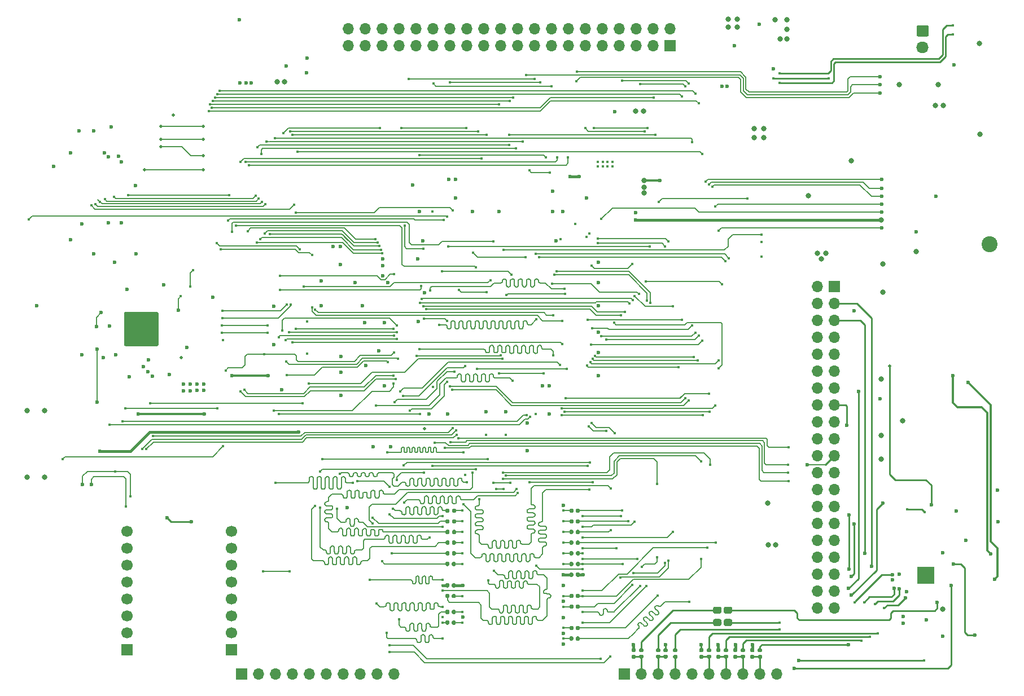
<source format=gbr>
%TF.GenerationSoftware,KiCad,Pcbnew,(5.1.6)-1*%
%TF.CreationDate,2020-11-03T20:49:48+09:00*%
%TF.ProjectId,FlightComputer,466c6967-6874-4436-9f6d-70757465722e,rev?*%
%TF.SameCoordinates,Original*%
%TF.FileFunction,Copper,L4,Bot*%
%TF.FilePolarity,Positive*%
%FSLAX46Y46*%
G04 Gerber Fmt 4.6, Leading zero omitted, Abs format (unit mm)*
G04 Created by KiCad (PCBNEW (5.1.6)-1) date 2020-11-03 20:49:48*
%MOMM*%
%LPD*%
G01*
G04 APERTURE LIST*
%TA.AperFunction,ComponentPad*%
%ADD10R,1.700000X1.700000*%
%TD*%
%TA.AperFunction,ComponentPad*%
%ADD11C,1.700000*%
%TD*%
%TA.AperFunction,ViaPad*%
%ADD12C,0.500000*%
%TD*%
%TA.AperFunction,Conductor*%
%ADD13R,2.500000X2.500000*%
%TD*%
%TA.AperFunction,ComponentPad*%
%ADD14C,0.800000*%
%TD*%
%TA.AperFunction,ComponentPad*%
%ADD15O,1.700000X1.700000*%
%TD*%
%TA.AperFunction,ComponentPad*%
%ADD16O,1.850000X1.700000*%
%TD*%
%TA.AperFunction,ComponentPad*%
%ADD17C,2.400000*%
%TD*%
%TA.AperFunction,ViaPad*%
%ADD18C,0.400000*%
%TD*%
%TA.AperFunction,ViaPad*%
%ADD19C,0.600000*%
%TD*%
%TA.AperFunction,ViaPad*%
%ADD20C,0.800000*%
%TD*%
%TA.AperFunction,Conductor*%
%ADD21C,0.250000*%
%TD*%
%TA.AperFunction,Conductor*%
%ADD22C,0.400000*%
%TD*%
%TA.AperFunction,Conductor*%
%ADD23C,0.200000*%
%TD*%
%TA.AperFunction,Conductor*%
%ADD24C,0.300000*%
%TD*%
G04 APERTURE END LIST*
D10*
%TO.P,M3,1*%
%TO.N,VCC_BAT+*%
X16630000Y-95890000D03*
D11*
%TO.P,M3,2*%
%TO.N,Net-(M3-Pad2)*%
X16630000Y-93350000D03*
%TO.P,M3,4*%
%TO.N,Net-(M3-Pad4)*%
X16630000Y-90810000D03*
%TO.P,M3,3*%
%TO.N,GND*%
X16630000Y-88270000D03*
%TO.P,M3,5*%
%TO.N,Net-(M3-Pad5)*%
X16630000Y-85730000D03*
%TO.P,M3,6*%
%TO.N,Net-(M3-Pad6)*%
X16630000Y-83190000D03*
%TO.P,M3,7*%
%TO.N,Net-(M3-Pad7)*%
X16630000Y-80650000D03*
%TO.P,M3,8*%
%TO.N,Net-(M3-Pad8)*%
X16630000Y-78110000D03*
%TD*%
%TO.P,M2,8*%
%TO.N,Net-(M2-Pad8)*%
X32330000Y-78110000D03*
%TO.P,M2,7*%
%TO.N,Net-(M2-Pad7)*%
X32330000Y-80650000D03*
%TO.P,M2,6*%
%TO.N,Net-(M2-Pad6)*%
X32330000Y-83190000D03*
%TO.P,M2,5*%
%TO.N,Net-(M2-Pad5)*%
X32330000Y-85730000D03*
%TO.P,M2,3*%
%TO.N,GND*%
X32330000Y-88270000D03*
%TO.P,M2,4*%
%TO.N,Net-(M2-Pad4)*%
X32330000Y-90810000D03*
%TO.P,M2,2*%
%TO.N,Net-(M2-Pad2)*%
X32330000Y-93350000D03*
D10*
%TO.P,M2,1*%
%TO.N,VCC_BAT+*%
X32330000Y-95890000D03*
%TD*%
%TO.N,Net-(C24-Pad2)*%
%TO.C,U2*%
%TA.AperFunction,Conductor*%
G36*
G01*
X21120999Y-50327000D02*
X16471001Y-50327000D01*
G75*
G02*
X16221000Y-50076999I0J250001D01*
G01*
X16221000Y-45427001D01*
G75*
G02*
X16471001Y-45177000I250001J0D01*
G01*
X21120999Y-45177000D01*
G75*
G02*
X21371000Y-45427001I0J-250001D01*
G01*
X21371000Y-50076999D01*
G75*
G02*
X21120999Y-50327000I-250001J0D01*
G01*
G37*
%TD.AperFunction*%
D12*
X21121000Y-45427000D03*
X21121000Y-46589500D03*
X21121000Y-47752000D03*
X21121000Y-48914500D03*
X21121000Y-50077000D03*
X19958500Y-45427000D03*
X19958500Y-46589500D03*
X19958500Y-47752000D03*
X19958500Y-48914500D03*
X19958500Y-50077000D03*
X18796000Y-45427000D03*
X18796000Y-46589500D03*
X18796000Y-47752000D03*
X18796000Y-48914500D03*
X18796000Y-50077000D03*
X17633500Y-45427000D03*
X17633500Y-46589500D03*
X17633500Y-47752000D03*
X17633500Y-48914500D03*
X17633500Y-50077000D03*
X16471000Y-45427000D03*
X16471000Y-46589500D03*
X16471000Y-47752000D03*
X16471000Y-48914500D03*
X16471000Y-50077000D03*
%TD*%
D13*
%TO.N,GND*%
%TO.C,U1*%
X136500000Y-84700000D03*
D12*
X135500000Y-83700000D03*
X136500000Y-83700000D03*
X137500000Y-83700000D03*
X135500000Y-84700000D03*
X136500000Y-84700000D03*
X137500000Y-84700000D03*
X135500000Y-85700000D03*
X136500000Y-85700000D03*
X137500000Y-85700000D03*
%TD*%
D14*
%TO.P,SW11,6*%
%TO.N,N/C*%
X4325000Y-60000000D03*
%TO.P,SW11,7*%
X1675000Y-60000000D03*
%TD*%
%TO.P,SW10,6*%
%TO.N,N/C*%
X4325000Y-70000000D03*
%TO.P,SW10,7*%
X1675000Y-70000000D03*
%TD*%
%TO.P,R94,2*%
%TO.N,/MCU/FMC_CKE1*%
%TA.AperFunction,SMDPad,CuDef*%
G36*
G01*
X65035000Y-81252500D02*
X65035000Y-81597500D01*
G75*
G02*
X64887500Y-81745000I-147500J0D01*
G01*
X64592500Y-81745000D01*
G75*
G02*
X64445000Y-81597500I0J147500D01*
G01*
X64445000Y-81252500D01*
G75*
G02*
X64592500Y-81105000I147500J0D01*
G01*
X64887500Y-81105000D01*
G75*
G02*
X65035000Y-81252500I0J-147500D01*
G01*
G37*
%TD.AperFunction*%
%TO.P,R94,1*%
%TO.N,Net-(R94-Pad1)*%
%TA.AperFunction,SMDPad,CuDef*%
G36*
G01*
X66005000Y-81252500D02*
X66005000Y-81597500D01*
G75*
G02*
X65857500Y-81745000I-147500J0D01*
G01*
X65562500Y-81745000D01*
G75*
G02*
X65415000Y-81597500I0J147500D01*
G01*
X65415000Y-81252500D01*
G75*
G02*
X65562500Y-81105000I147500J0D01*
G01*
X65857500Y-81105000D01*
G75*
G02*
X66005000Y-81252500I0J-147500D01*
G01*
G37*
%TD.AperFunction*%
%TD*%
%TO.P,R91,2*%
%TO.N,/MCU/FMC_nRAS*%
%TA.AperFunction,SMDPad,CuDef*%
G36*
G01*
X83990000Y-81597500D02*
X83990000Y-81252500D01*
G75*
G02*
X84137500Y-81105000I147500J0D01*
G01*
X84432500Y-81105000D01*
G75*
G02*
X84580000Y-81252500I0J-147500D01*
G01*
X84580000Y-81597500D01*
G75*
G02*
X84432500Y-81745000I-147500J0D01*
G01*
X84137500Y-81745000D01*
G75*
G02*
X83990000Y-81597500I0J147500D01*
G01*
G37*
%TD.AperFunction*%
%TO.P,R91,1*%
%TO.N,Net-(R91-Pad1)*%
%TA.AperFunction,SMDPad,CuDef*%
G36*
G01*
X83020000Y-81597500D02*
X83020000Y-81252500D01*
G75*
G02*
X83167500Y-81105000I147500J0D01*
G01*
X83462500Y-81105000D01*
G75*
G02*
X83610000Y-81252500I0J-147500D01*
G01*
X83610000Y-81597500D01*
G75*
G02*
X83462500Y-81745000I-147500J0D01*
G01*
X83167500Y-81745000D01*
G75*
G02*
X83020000Y-81597500I0J147500D01*
G01*
G37*
%TD.AperFunction*%
%TD*%
%TO.P,R89,2*%
%TO.N,/MCU/FMC_nWE*%
%TA.AperFunction,SMDPad,CuDef*%
G36*
G01*
X83990000Y-83197500D02*
X83990000Y-82852500D01*
G75*
G02*
X84137500Y-82705000I147500J0D01*
G01*
X84432500Y-82705000D01*
G75*
G02*
X84580000Y-82852500I0J-147500D01*
G01*
X84580000Y-83197500D01*
G75*
G02*
X84432500Y-83345000I-147500J0D01*
G01*
X84137500Y-83345000D01*
G75*
G02*
X83990000Y-83197500I0J147500D01*
G01*
G37*
%TD.AperFunction*%
%TO.P,R89,1*%
%TO.N,Net-(R89-Pad1)*%
%TA.AperFunction,SMDPad,CuDef*%
G36*
G01*
X83020000Y-83197500D02*
X83020000Y-82852500D01*
G75*
G02*
X83167500Y-82705000I147500J0D01*
G01*
X83462500Y-82705000D01*
G75*
G02*
X83610000Y-82852500I0J-147500D01*
G01*
X83610000Y-83197500D01*
G75*
G02*
X83462500Y-83345000I-147500J0D01*
G01*
X83167500Y-83345000D01*
G75*
G02*
X83020000Y-83197500I0J147500D01*
G01*
G37*
%TD.AperFunction*%
%TD*%
%TO.P,R88,2*%
%TO.N,/MCU/FMC_nBL1*%
%TA.AperFunction,SMDPad,CuDef*%
G36*
G01*
X65010000Y-82852500D02*
X65010000Y-83197500D01*
G75*
G02*
X64862500Y-83345000I-147500J0D01*
G01*
X64567500Y-83345000D01*
G75*
G02*
X64420000Y-83197500I0J147500D01*
G01*
X64420000Y-82852500D01*
G75*
G02*
X64567500Y-82705000I147500J0D01*
G01*
X64862500Y-82705000D01*
G75*
G02*
X65010000Y-82852500I0J-147500D01*
G01*
G37*
%TD.AperFunction*%
%TO.P,R88,1*%
%TO.N,Net-(R88-Pad1)*%
%TA.AperFunction,SMDPad,CuDef*%
G36*
G01*
X65980000Y-82852500D02*
X65980000Y-83197500D01*
G75*
G02*
X65832500Y-83345000I-147500J0D01*
G01*
X65537500Y-83345000D01*
G75*
G02*
X65390000Y-83197500I0J147500D01*
G01*
X65390000Y-82852500D01*
G75*
G02*
X65537500Y-82705000I147500J0D01*
G01*
X65832500Y-82705000D01*
G75*
G02*
X65980000Y-82852500I0J-147500D01*
G01*
G37*
%TD.AperFunction*%
%TD*%
%TO.P,R85,2*%
%TO.N,/MCU/FMC_BA0*%
%TA.AperFunction,SMDPad,CuDef*%
G36*
G01*
X83990000Y-79997500D02*
X83990000Y-79652500D01*
G75*
G02*
X84137500Y-79505000I147500J0D01*
G01*
X84432500Y-79505000D01*
G75*
G02*
X84580000Y-79652500I0J-147500D01*
G01*
X84580000Y-79997500D01*
G75*
G02*
X84432500Y-80145000I-147500J0D01*
G01*
X84137500Y-80145000D01*
G75*
G02*
X83990000Y-79997500I0J147500D01*
G01*
G37*
%TD.AperFunction*%
%TO.P,R85,1*%
%TO.N,Net-(R85-Pad1)*%
%TA.AperFunction,SMDPad,CuDef*%
G36*
G01*
X83020000Y-79997500D02*
X83020000Y-79652500D01*
G75*
G02*
X83167500Y-79505000I147500J0D01*
G01*
X83462500Y-79505000D01*
G75*
G02*
X83610000Y-79652500I0J-147500D01*
G01*
X83610000Y-79997500D01*
G75*
G02*
X83462500Y-80145000I-147500J0D01*
G01*
X83167500Y-80145000D01*
G75*
G02*
X83020000Y-79997500I0J147500D01*
G01*
G37*
%TD.AperFunction*%
%TD*%
%TO.P,R82,2*%
%TO.N,Net-(R82-Pad2)*%
%TA.AperFunction,SMDPad,CuDef*%
G36*
G01*
X65390000Y-91997500D02*
X65390000Y-91652500D01*
G75*
G02*
X65537500Y-91505000I147500J0D01*
G01*
X65832500Y-91505000D01*
G75*
G02*
X65980000Y-91652500I0J-147500D01*
G01*
X65980000Y-91997500D01*
G75*
G02*
X65832500Y-92145000I-147500J0D01*
G01*
X65537500Y-92145000D01*
G75*
G02*
X65390000Y-91997500I0J147500D01*
G01*
G37*
%TD.AperFunction*%
%TO.P,R82,1*%
%TO.N,/MCU/FMC_D13*%
%TA.AperFunction,SMDPad,CuDef*%
G36*
G01*
X64420000Y-91997500D02*
X64420000Y-91652500D01*
G75*
G02*
X64567500Y-91505000I147500J0D01*
G01*
X64862500Y-91505000D01*
G75*
G02*
X65010000Y-91652500I0J-147500D01*
G01*
X65010000Y-91997500D01*
G75*
G02*
X64862500Y-92145000I-147500J0D01*
G01*
X64567500Y-92145000D01*
G75*
G02*
X64420000Y-91997500I0J147500D01*
G01*
G37*
%TD.AperFunction*%
%TD*%
%TO.P,R80,2*%
%TO.N,Net-(R80-Pad2)*%
%TA.AperFunction,SMDPad,CuDef*%
G36*
G01*
X65390000Y-90397500D02*
X65390000Y-90052500D01*
G75*
G02*
X65537500Y-89905000I147500J0D01*
G01*
X65832500Y-89905000D01*
G75*
G02*
X65980000Y-90052500I0J-147500D01*
G01*
X65980000Y-90397500D01*
G75*
G02*
X65832500Y-90545000I-147500J0D01*
G01*
X65537500Y-90545000D01*
G75*
G02*
X65390000Y-90397500I0J147500D01*
G01*
G37*
%TD.AperFunction*%
%TO.P,R80,1*%
%TO.N,/MCU/FMC_D12*%
%TA.AperFunction,SMDPad,CuDef*%
G36*
G01*
X64420000Y-90397500D02*
X64420000Y-90052500D01*
G75*
G02*
X64567500Y-89905000I147500J0D01*
G01*
X64862500Y-89905000D01*
G75*
G02*
X65010000Y-90052500I0J-147500D01*
G01*
X65010000Y-90397500D01*
G75*
G02*
X64862500Y-90545000I-147500J0D01*
G01*
X64567500Y-90545000D01*
G75*
G02*
X64420000Y-90397500I0J147500D01*
G01*
G37*
%TD.AperFunction*%
%TD*%
%TO.P,R78,2*%
%TO.N,/MCU/FMC_A11*%
%TA.AperFunction,SMDPad,CuDef*%
G36*
G01*
X65035000Y-79652500D02*
X65035000Y-79997500D01*
G75*
G02*
X64887500Y-80145000I-147500J0D01*
G01*
X64592500Y-80145000D01*
G75*
G02*
X64445000Y-79997500I0J147500D01*
G01*
X64445000Y-79652500D01*
G75*
G02*
X64592500Y-79505000I147500J0D01*
G01*
X64887500Y-79505000D01*
G75*
G02*
X65035000Y-79652500I0J-147500D01*
G01*
G37*
%TD.AperFunction*%
%TO.P,R78,1*%
%TO.N,Net-(R78-Pad1)*%
%TA.AperFunction,SMDPad,CuDef*%
G36*
G01*
X66005000Y-79652500D02*
X66005000Y-79997500D01*
G75*
G02*
X65857500Y-80145000I-147500J0D01*
G01*
X65562500Y-80145000D01*
G75*
G02*
X65415000Y-79997500I0J147500D01*
G01*
X65415000Y-79652500D01*
G75*
G02*
X65562500Y-79505000I147500J0D01*
G01*
X65857500Y-79505000D01*
G75*
G02*
X66005000Y-79652500I0J-147500D01*
G01*
G37*
%TD.AperFunction*%
%TD*%
%TO.P,R74,2*%
%TO.N,/MCU/FMC_A10*%
%TA.AperFunction,SMDPad,CuDef*%
G36*
G01*
X83990000Y-78397500D02*
X83990000Y-78052500D01*
G75*
G02*
X84137500Y-77905000I147500J0D01*
G01*
X84432500Y-77905000D01*
G75*
G02*
X84580000Y-78052500I0J-147500D01*
G01*
X84580000Y-78397500D01*
G75*
G02*
X84432500Y-78545000I-147500J0D01*
G01*
X84137500Y-78545000D01*
G75*
G02*
X83990000Y-78397500I0J147500D01*
G01*
G37*
%TD.AperFunction*%
%TO.P,R74,1*%
%TO.N,Net-(R74-Pad1)*%
%TA.AperFunction,SMDPad,CuDef*%
G36*
G01*
X83020000Y-78397500D02*
X83020000Y-78052500D01*
G75*
G02*
X83167500Y-77905000I147500J0D01*
G01*
X83462500Y-77905000D01*
G75*
G02*
X83610000Y-78052500I0J-147500D01*
G01*
X83610000Y-78397500D01*
G75*
G02*
X83462500Y-78545000I-147500J0D01*
G01*
X83167500Y-78545000D01*
G75*
G02*
X83020000Y-78397500I0J147500D01*
G01*
G37*
%TD.AperFunction*%
%TD*%
%TO.P,R73,2*%
%TO.N,Net-(R73-Pad2)*%
%TA.AperFunction,SMDPad,CuDef*%
G36*
G01*
X65390000Y-87997500D02*
X65390000Y-87652500D01*
G75*
G02*
X65537500Y-87505000I147500J0D01*
G01*
X65832500Y-87505000D01*
G75*
G02*
X65980000Y-87652500I0J-147500D01*
G01*
X65980000Y-87997500D01*
G75*
G02*
X65832500Y-88145000I-147500J0D01*
G01*
X65537500Y-88145000D01*
G75*
G02*
X65390000Y-87997500I0J147500D01*
G01*
G37*
%TD.AperFunction*%
%TO.P,R73,1*%
%TO.N,/MCU/FMC_D10*%
%TA.AperFunction,SMDPad,CuDef*%
G36*
G01*
X64420000Y-87997500D02*
X64420000Y-87652500D01*
G75*
G02*
X64567500Y-87505000I147500J0D01*
G01*
X64862500Y-87505000D01*
G75*
G02*
X65010000Y-87652500I0J-147500D01*
G01*
X65010000Y-87997500D01*
G75*
G02*
X64862500Y-88145000I-147500J0D01*
G01*
X64567500Y-88145000D01*
G75*
G02*
X64420000Y-87997500I0J147500D01*
G01*
G37*
%TD.AperFunction*%
%TD*%
%TO.P,R68,2*%
%TO.N,/MCU/FMC_A8*%
%TA.AperFunction,SMDPad,CuDef*%
G36*
G01*
X65035000Y-78052500D02*
X65035000Y-78397500D01*
G75*
G02*
X64887500Y-78545000I-147500J0D01*
G01*
X64592500Y-78545000D01*
G75*
G02*
X64445000Y-78397500I0J147500D01*
G01*
X64445000Y-78052500D01*
G75*
G02*
X64592500Y-77905000I147500J0D01*
G01*
X64887500Y-77905000D01*
G75*
G02*
X65035000Y-78052500I0J-147500D01*
G01*
G37*
%TD.AperFunction*%
%TO.P,R68,1*%
%TO.N,Net-(R68-Pad1)*%
%TA.AperFunction,SMDPad,CuDef*%
G36*
G01*
X66005000Y-78052500D02*
X66005000Y-78397500D01*
G75*
G02*
X65857500Y-78545000I-147500J0D01*
G01*
X65562500Y-78545000D01*
G75*
G02*
X65415000Y-78397500I0J147500D01*
G01*
X65415000Y-78052500D01*
G75*
G02*
X65562500Y-77905000I147500J0D01*
G01*
X65857500Y-77905000D01*
G75*
G02*
X66005000Y-78052500I0J-147500D01*
G01*
G37*
%TD.AperFunction*%
%TD*%
%TO.P,R63,2*%
%TO.N,/MCU/FMC_A6*%
%TA.AperFunction,SMDPad,CuDef*%
G36*
G01*
X65035000Y-76452500D02*
X65035000Y-76797500D01*
G75*
G02*
X64887500Y-76945000I-147500J0D01*
G01*
X64592500Y-76945000D01*
G75*
G02*
X64445000Y-76797500I0J147500D01*
G01*
X64445000Y-76452500D01*
G75*
G02*
X64592500Y-76305000I147500J0D01*
G01*
X64887500Y-76305000D01*
G75*
G02*
X65035000Y-76452500I0J-147500D01*
G01*
G37*
%TD.AperFunction*%
%TO.P,R63,1*%
%TO.N,Net-(R63-Pad1)*%
%TA.AperFunction,SMDPad,CuDef*%
G36*
G01*
X66005000Y-76452500D02*
X66005000Y-76797500D01*
G75*
G02*
X65857500Y-76945000I-147500J0D01*
G01*
X65562500Y-76945000D01*
G75*
G02*
X65415000Y-76797500I0J147500D01*
G01*
X65415000Y-76452500D01*
G75*
G02*
X65562500Y-76305000I147500J0D01*
G01*
X65857500Y-76305000D01*
G75*
G02*
X66005000Y-76452500I0J-147500D01*
G01*
G37*
%TD.AperFunction*%
%TD*%
%TO.P,R60,2*%
%TO.N,Net-(R60-Pad2)*%
%TA.AperFunction,SMDPad,CuDef*%
G36*
G01*
X83610000Y-87652500D02*
X83610000Y-87997500D01*
G75*
G02*
X83462500Y-88145000I-147500J0D01*
G01*
X83167500Y-88145000D01*
G75*
G02*
X83020000Y-87997500I0J147500D01*
G01*
X83020000Y-87652500D01*
G75*
G02*
X83167500Y-87505000I147500J0D01*
G01*
X83462500Y-87505000D01*
G75*
G02*
X83610000Y-87652500I0J-147500D01*
G01*
G37*
%TD.AperFunction*%
%TO.P,R60,1*%
%TO.N,/MCU/FMC_D5*%
%TA.AperFunction,SMDPad,CuDef*%
G36*
G01*
X84580000Y-87652500D02*
X84580000Y-87997500D01*
G75*
G02*
X84432500Y-88145000I-147500J0D01*
G01*
X84137500Y-88145000D01*
G75*
G02*
X83990000Y-87997500I0J147500D01*
G01*
X83990000Y-87652500D01*
G75*
G02*
X84137500Y-87505000I147500J0D01*
G01*
X84432500Y-87505000D01*
G75*
G02*
X84580000Y-87652500I0J-147500D01*
G01*
G37*
%TD.AperFunction*%
%TD*%
%TO.P,R59,2*%
%TO.N,/MCU/FMC_A4*%
%TA.AperFunction,SMDPad,CuDef*%
G36*
G01*
X65035000Y-74852500D02*
X65035000Y-75197500D01*
G75*
G02*
X64887500Y-75345000I-147500J0D01*
G01*
X64592500Y-75345000D01*
G75*
G02*
X64445000Y-75197500I0J147500D01*
G01*
X64445000Y-74852500D01*
G75*
G02*
X64592500Y-74705000I147500J0D01*
G01*
X64887500Y-74705000D01*
G75*
G02*
X65035000Y-74852500I0J-147500D01*
G01*
G37*
%TD.AperFunction*%
%TO.P,R59,1*%
%TO.N,Net-(R59-Pad1)*%
%TA.AperFunction,SMDPad,CuDef*%
G36*
G01*
X66005000Y-74852500D02*
X66005000Y-75197500D01*
G75*
G02*
X65857500Y-75345000I-147500J0D01*
G01*
X65562500Y-75345000D01*
G75*
G02*
X65415000Y-75197500I0J147500D01*
G01*
X65415000Y-74852500D01*
G75*
G02*
X65562500Y-74705000I147500J0D01*
G01*
X65857500Y-74705000D01*
G75*
G02*
X66005000Y-74852500I0J-147500D01*
G01*
G37*
%TD.AperFunction*%
%TD*%
%TO.P,R58,2*%
%TO.N,Net-(R58-Pad2)*%
%TA.AperFunction,SMDPad,CuDef*%
G36*
G01*
X83610000Y-89252500D02*
X83610000Y-89597500D01*
G75*
G02*
X83462500Y-89745000I-147500J0D01*
G01*
X83167500Y-89745000D01*
G75*
G02*
X83020000Y-89597500I0J147500D01*
G01*
X83020000Y-89252500D01*
G75*
G02*
X83167500Y-89105000I147500J0D01*
G01*
X83462500Y-89105000D01*
G75*
G02*
X83610000Y-89252500I0J-147500D01*
G01*
G37*
%TD.AperFunction*%
%TO.P,R58,1*%
%TO.N,/MCU/FMC_D4*%
%TA.AperFunction,SMDPad,CuDef*%
G36*
G01*
X84580000Y-89252500D02*
X84580000Y-89597500D01*
G75*
G02*
X84432500Y-89745000I-147500J0D01*
G01*
X84137500Y-89745000D01*
G75*
G02*
X83990000Y-89597500I0J147500D01*
G01*
X83990000Y-89252500D01*
G75*
G02*
X84137500Y-89105000I147500J0D01*
G01*
X84432500Y-89105000D01*
G75*
G02*
X84580000Y-89252500I0J-147500D01*
G01*
G37*
%TD.AperFunction*%
%TD*%
%TO.P,R57,2*%
%TO.N,/MCU/FMC_A3*%
%TA.AperFunction,SMDPad,CuDef*%
G36*
G01*
X83990000Y-75197500D02*
X83990000Y-74852500D01*
G75*
G02*
X84137500Y-74705000I147500J0D01*
G01*
X84432500Y-74705000D01*
G75*
G02*
X84580000Y-74852500I0J-147500D01*
G01*
X84580000Y-75197500D01*
G75*
G02*
X84432500Y-75345000I-147500J0D01*
G01*
X84137500Y-75345000D01*
G75*
G02*
X83990000Y-75197500I0J147500D01*
G01*
G37*
%TD.AperFunction*%
%TO.P,R57,1*%
%TO.N,Net-(R57-Pad1)*%
%TA.AperFunction,SMDPad,CuDef*%
G36*
G01*
X83020000Y-75197500D02*
X83020000Y-74852500D01*
G75*
G02*
X83167500Y-74705000I147500J0D01*
G01*
X83462500Y-74705000D01*
G75*
G02*
X83610000Y-74852500I0J-147500D01*
G01*
X83610000Y-75197500D01*
G75*
G02*
X83462500Y-75345000I-147500J0D01*
G01*
X83167500Y-75345000D01*
G75*
G02*
X83020000Y-75197500I0J147500D01*
G01*
G37*
%TD.AperFunction*%
%TD*%
%TO.P,R53,2*%
%TO.N,/MCU/FMC_A1*%
%TA.AperFunction,SMDPad,CuDef*%
G36*
G01*
X83990000Y-76797500D02*
X83990000Y-76452500D01*
G75*
G02*
X84137500Y-76305000I147500J0D01*
G01*
X84432500Y-76305000D01*
G75*
G02*
X84580000Y-76452500I0J-147500D01*
G01*
X84580000Y-76797500D01*
G75*
G02*
X84432500Y-76945000I-147500J0D01*
G01*
X84137500Y-76945000D01*
G75*
G02*
X83990000Y-76797500I0J147500D01*
G01*
G37*
%TD.AperFunction*%
%TO.P,R53,1*%
%TO.N,Net-(R53-Pad1)*%
%TA.AperFunction,SMDPad,CuDef*%
G36*
G01*
X83020000Y-76797500D02*
X83020000Y-76452500D01*
G75*
G02*
X83167500Y-76305000I147500J0D01*
G01*
X83462500Y-76305000D01*
G75*
G02*
X83610000Y-76452500I0J-147500D01*
G01*
X83610000Y-76797500D01*
G75*
G02*
X83462500Y-76945000I-147500J0D01*
G01*
X83167500Y-76945000D01*
G75*
G02*
X83020000Y-76797500I0J147500D01*
G01*
G37*
%TD.AperFunction*%
%TD*%
%TO.P,R52,2*%
%TO.N,Net-(R52-Pad2)*%
%TA.AperFunction,SMDPad,CuDef*%
G36*
G01*
X83610000Y-92452500D02*
X83610000Y-92797500D01*
G75*
G02*
X83462500Y-92945000I-147500J0D01*
G01*
X83167500Y-92945000D01*
G75*
G02*
X83020000Y-92797500I0J147500D01*
G01*
X83020000Y-92452500D01*
G75*
G02*
X83167500Y-92305000I147500J0D01*
G01*
X83462500Y-92305000D01*
G75*
G02*
X83610000Y-92452500I0J-147500D01*
G01*
G37*
%TD.AperFunction*%
%TO.P,R52,1*%
%TO.N,/MCU/FMC_D1*%
%TA.AperFunction,SMDPad,CuDef*%
G36*
G01*
X84580000Y-92452500D02*
X84580000Y-92797500D01*
G75*
G02*
X84432500Y-92945000I-147500J0D01*
G01*
X84137500Y-92945000D01*
G75*
G02*
X83990000Y-92797500I0J147500D01*
G01*
X83990000Y-92452500D01*
G75*
G02*
X84137500Y-92305000I147500J0D01*
G01*
X84432500Y-92305000D01*
G75*
G02*
X84580000Y-92452500I0J-147500D01*
G01*
G37*
%TD.AperFunction*%
%TD*%
%TO.P,R50,2*%
%TO.N,Net-(R50-Pad2)*%
%TA.AperFunction,SMDPad,CuDef*%
G36*
G01*
X83610000Y-94052500D02*
X83610000Y-94397500D01*
G75*
G02*
X83462500Y-94545000I-147500J0D01*
G01*
X83167500Y-94545000D01*
G75*
G02*
X83020000Y-94397500I0J147500D01*
G01*
X83020000Y-94052500D01*
G75*
G02*
X83167500Y-93905000I147500J0D01*
G01*
X83462500Y-93905000D01*
G75*
G02*
X83610000Y-94052500I0J-147500D01*
G01*
G37*
%TD.AperFunction*%
%TO.P,R50,1*%
%TO.N,/MCU/FMC_D0*%
%TA.AperFunction,SMDPad,CuDef*%
G36*
G01*
X84580000Y-94052500D02*
X84580000Y-94397500D01*
G75*
G02*
X84432500Y-94545000I-147500J0D01*
G01*
X84137500Y-94545000D01*
G75*
G02*
X83990000Y-94397500I0J147500D01*
G01*
X83990000Y-94052500D01*
G75*
G02*
X84137500Y-93905000I147500J0D01*
G01*
X84432500Y-93905000D01*
G75*
G02*
X84580000Y-94052500I0J-147500D01*
G01*
G37*
%TD.AperFunction*%
%TD*%
%TO.P,R9,2*%
%TO.N,/Codec/HPDETECT*%
%TA.AperFunction,SMDPad,CuDef*%
G36*
G01*
X98727500Y-96640000D02*
X99072500Y-96640000D01*
G75*
G02*
X99220000Y-96787500I0J-147500D01*
G01*
X99220000Y-97082500D01*
G75*
G02*
X99072500Y-97230000I-147500J0D01*
G01*
X98727500Y-97230000D01*
G75*
G02*
X98580000Y-97082500I0J147500D01*
G01*
X98580000Y-96787500D01*
G75*
G02*
X98727500Y-96640000I147500J0D01*
G01*
G37*
%TD.AperFunction*%
%TO.P,R9,1*%
%TO.N,Net-(R9-Pad1)*%
%TA.AperFunction,SMDPad,CuDef*%
G36*
G01*
X98727500Y-95670000D02*
X99072500Y-95670000D01*
G75*
G02*
X99220000Y-95817500I0J-147500D01*
G01*
X99220000Y-96112500D01*
G75*
G02*
X99072500Y-96260000I-147500J0D01*
G01*
X98727500Y-96260000D01*
G75*
G02*
X98580000Y-96112500I0J147500D01*
G01*
X98580000Y-95817500D01*
G75*
G02*
X98727500Y-95670000I147500J0D01*
G01*
G37*
%TD.AperFunction*%
%TD*%
%TO.P,L6,2*%
%TO.N,Net-(C13-Pad1)*%
%TA.AperFunction,SMDPad,CuDef*%
G36*
G01*
X111427500Y-96640000D02*
X111772500Y-96640000D01*
G75*
G02*
X111920000Y-96787500I0J-147500D01*
G01*
X111920000Y-97082500D01*
G75*
G02*
X111772500Y-97230000I-147500J0D01*
G01*
X111427500Y-97230000D01*
G75*
G02*
X111280000Y-97082500I0J147500D01*
G01*
X111280000Y-96787500D01*
G75*
G02*
X111427500Y-96640000I147500J0D01*
G01*
G37*
%TD.AperFunction*%
%TO.P,L6,1*%
%TO.N,Net-(L6-Pad1)*%
%TA.AperFunction,SMDPad,CuDef*%
G36*
G01*
X111427500Y-95670000D02*
X111772500Y-95670000D01*
G75*
G02*
X111920000Y-95817500I0J-147500D01*
G01*
X111920000Y-96112500D01*
G75*
G02*
X111772500Y-96260000I-147500J0D01*
G01*
X111427500Y-96260000D01*
G75*
G02*
X111280000Y-96112500I0J147500D01*
G01*
X111280000Y-95817500D01*
G75*
G02*
X111427500Y-95670000I147500J0D01*
G01*
G37*
%TD.AperFunction*%
%TD*%
%TO.P,L5,2*%
%TO.N,Net-(C12-Pad1)*%
%TA.AperFunction,SMDPad,CuDef*%
G36*
G01*
X108877500Y-96640000D02*
X109222500Y-96640000D01*
G75*
G02*
X109370000Y-96787500I0J-147500D01*
G01*
X109370000Y-97082500D01*
G75*
G02*
X109222500Y-97230000I-147500J0D01*
G01*
X108877500Y-97230000D01*
G75*
G02*
X108730000Y-97082500I0J147500D01*
G01*
X108730000Y-96787500D01*
G75*
G02*
X108877500Y-96640000I147500J0D01*
G01*
G37*
%TD.AperFunction*%
%TO.P,L5,1*%
%TO.N,Net-(L5-Pad1)*%
%TA.AperFunction,SMDPad,CuDef*%
G36*
G01*
X108877500Y-95670000D02*
X109222500Y-95670000D01*
G75*
G02*
X109370000Y-95817500I0J-147500D01*
G01*
X109370000Y-96112500D01*
G75*
G02*
X109222500Y-96260000I-147500J0D01*
G01*
X108877500Y-96260000D01*
G75*
G02*
X108730000Y-96112500I0J147500D01*
G01*
X108730000Y-95817500D01*
G75*
G02*
X108877500Y-95670000I147500J0D01*
G01*
G37*
%TD.AperFunction*%
%TD*%
%TO.P,L4,2*%
%TO.N,Net-(C11-Pad1)*%
%TA.AperFunction,SMDPad,CuDef*%
G36*
G01*
X106327500Y-96640000D02*
X106672500Y-96640000D01*
G75*
G02*
X106820000Y-96787500I0J-147500D01*
G01*
X106820000Y-97082500D01*
G75*
G02*
X106672500Y-97230000I-147500J0D01*
G01*
X106327500Y-97230000D01*
G75*
G02*
X106180000Y-97082500I0J147500D01*
G01*
X106180000Y-96787500D01*
G75*
G02*
X106327500Y-96640000I147500J0D01*
G01*
G37*
%TD.AperFunction*%
%TO.P,L4,1*%
%TO.N,Net-(L4-Pad1)*%
%TA.AperFunction,SMDPad,CuDef*%
G36*
G01*
X106327500Y-95670000D02*
X106672500Y-95670000D01*
G75*
G02*
X106820000Y-95817500I0J-147500D01*
G01*
X106820000Y-96112500D01*
G75*
G02*
X106672500Y-96260000I-147500J0D01*
G01*
X106327500Y-96260000D01*
G75*
G02*
X106180000Y-96112500I0J147500D01*
G01*
X106180000Y-95817500D01*
G75*
G02*
X106327500Y-95670000I147500J0D01*
G01*
G37*
%TD.AperFunction*%
%TD*%
%TO.P,L3,2*%
%TO.N,Net-(C10-Pad1)*%
%TA.AperFunction,SMDPad,CuDef*%
G36*
G01*
X103777500Y-96640000D02*
X104122500Y-96640000D01*
G75*
G02*
X104270000Y-96787500I0J-147500D01*
G01*
X104270000Y-97082500D01*
G75*
G02*
X104122500Y-97230000I-147500J0D01*
G01*
X103777500Y-97230000D01*
G75*
G02*
X103630000Y-97082500I0J147500D01*
G01*
X103630000Y-96787500D01*
G75*
G02*
X103777500Y-96640000I147500J0D01*
G01*
G37*
%TD.AperFunction*%
%TO.P,L3,1*%
%TO.N,Net-(L3-Pad1)*%
%TA.AperFunction,SMDPad,CuDef*%
G36*
G01*
X103777500Y-95670000D02*
X104122500Y-95670000D01*
G75*
G02*
X104270000Y-95817500I0J-147500D01*
G01*
X104270000Y-96112500D01*
G75*
G02*
X104122500Y-96260000I-147500J0D01*
G01*
X103777500Y-96260000D01*
G75*
G02*
X103630000Y-96112500I0J147500D01*
G01*
X103630000Y-95817500D01*
G75*
G02*
X103777500Y-95670000I147500J0D01*
G01*
G37*
%TD.AperFunction*%
%TD*%
%TO.P,L2,2*%
%TO.N,Net-(C7-Pad1)*%
%TA.AperFunction,SMDPad,CuDef*%
G36*
G01*
X96177500Y-96640000D02*
X96522500Y-96640000D01*
G75*
G02*
X96670000Y-96787500I0J-147500D01*
G01*
X96670000Y-97082500D01*
G75*
G02*
X96522500Y-97230000I-147500J0D01*
G01*
X96177500Y-97230000D01*
G75*
G02*
X96030000Y-97082500I0J147500D01*
G01*
X96030000Y-96787500D01*
G75*
G02*
X96177500Y-96640000I147500J0D01*
G01*
G37*
%TD.AperFunction*%
%TO.P,L2,1*%
%TO.N,Net-(C9-Pad2)*%
%TA.AperFunction,SMDPad,CuDef*%
G36*
G01*
X96177500Y-95670000D02*
X96522500Y-95670000D01*
G75*
G02*
X96670000Y-95817500I0J-147500D01*
G01*
X96670000Y-96112500D01*
G75*
G02*
X96522500Y-96260000I-147500J0D01*
G01*
X96177500Y-96260000D01*
G75*
G02*
X96030000Y-96112500I0J147500D01*
G01*
X96030000Y-95817500D01*
G75*
G02*
X96177500Y-95670000I147500J0D01*
G01*
G37*
%TD.AperFunction*%
%TD*%
%TO.P,L1,2*%
%TO.N,Net-(C6-Pad1)*%
%TA.AperFunction,SMDPad,CuDef*%
G36*
G01*
X93627500Y-96640000D02*
X93972500Y-96640000D01*
G75*
G02*
X94120000Y-96787500I0J-147500D01*
G01*
X94120000Y-97082500D01*
G75*
G02*
X93972500Y-97230000I-147500J0D01*
G01*
X93627500Y-97230000D01*
G75*
G02*
X93480000Y-97082500I0J147500D01*
G01*
X93480000Y-96787500D01*
G75*
G02*
X93627500Y-96640000I147500J0D01*
G01*
G37*
%TD.AperFunction*%
%TO.P,L1,1*%
%TO.N,Net-(C8-Pad2)*%
%TA.AperFunction,SMDPad,CuDef*%
G36*
G01*
X93627500Y-95670000D02*
X93972500Y-95670000D01*
G75*
G02*
X94120000Y-95817500I0J-147500D01*
G01*
X94120000Y-96112500D01*
G75*
G02*
X93972500Y-96260000I-147500J0D01*
G01*
X93627500Y-96260000D01*
G75*
G02*
X93480000Y-96112500I0J147500D01*
G01*
X93480000Y-95817500D01*
G75*
G02*
X93627500Y-95670000I147500J0D01*
G01*
G37*
%TD.AperFunction*%
%TD*%
D15*
%TO.P,J11,40*%
%TO.N,GND*%
X49870000Y-2670000D03*
%TO.P,J11,39*%
X49870000Y-5210000D03*
%TO.P,J11,38*%
%TO.N,Net-(J11-Pad38)*%
X52410000Y-2670000D03*
%TO.P,J11,37*%
%TO.N,Net-(J11-Pad37)*%
X52410000Y-5210000D03*
%TO.P,J11,36*%
%TO.N,Net-(J11-Pad36)*%
X54950000Y-2670000D03*
%TO.P,J11,35*%
%TO.N,Net-(J11-Pad35)*%
X54950000Y-5210000D03*
%TO.P,J11,34*%
%TO.N,Net-(J11-Pad34)*%
X57490000Y-2670000D03*
%TO.P,J11,33*%
%TO.N,Net-(J11-Pad33)*%
X57490000Y-5210000D03*
%TO.P,J11,32*%
%TO.N,Net-(J11-Pad32)*%
X60030000Y-2670000D03*
%TO.P,J11,31*%
%TO.N,Net-(J11-Pad31)*%
X60030000Y-5210000D03*
%TO.P,J11,30*%
%TO.N,Net-(J11-Pad30)*%
X62570000Y-2670000D03*
%TO.P,J11,29*%
%TO.N,Net-(J11-Pad29)*%
X62570000Y-5210000D03*
%TO.P,J11,28*%
%TO.N,Net-(J11-Pad28)*%
X65110000Y-2670000D03*
%TO.P,J11,27*%
%TO.N,Net-(J11-Pad27)*%
X65110000Y-5210000D03*
%TO.P,J11,26*%
%TO.N,Net-(J11-Pad26)*%
X67650000Y-2670000D03*
%TO.P,J11,25*%
%TO.N,Net-(J11-Pad25)*%
X67650000Y-5210000D03*
%TO.P,J11,24*%
%TO.N,Net-(J11-Pad24)*%
X70190000Y-2670000D03*
%TO.P,J11,23*%
%TO.N,Net-(J11-Pad23)*%
X70190000Y-5210000D03*
%TO.P,J11,22*%
%TO.N,Net-(J11-Pad22)*%
X72730000Y-2670000D03*
%TO.P,J11,21*%
%TO.N,G_KEY_FUNC2*%
X72730000Y-5210000D03*
%TO.P,J11,20*%
%TO.N,Net-(J11-Pad20)*%
X75270000Y-2670000D03*
%TO.P,J11,19*%
%TO.N,G_KEY_FUNC1*%
X75270000Y-5210000D03*
%TO.P,J11,18*%
%TO.N,Net-(J11-Pad18)*%
X77810000Y-2670000D03*
%TO.P,J11,17*%
%TO.N,G_KEY_ESCAPE*%
X77810000Y-5210000D03*
%TO.P,J11,16*%
%TO.N,Net-(J11-Pad16)*%
X80350000Y-2670000D03*
%TO.P,J11,15*%
%TO.N,G_KEY_MENU*%
X80350000Y-5210000D03*
%TO.P,J11,14*%
%TO.N,Net-(J11-Pad14)*%
X82890000Y-2670000D03*
%TO.P,J11,13*%
%TO.N,G_KEY_ENTER*%
X82890000Y-5210000D03*
%TO.P,J11,12*%
%TO.N,Net-(J11-Pad12)*%
X85430000Y-2670000D03*
%TO.P,J11,11*%
%TO.N,G_KEY_DOWN*%
X85430000Y-5210000D03*
%TO.P,J11,10*%
%TO.N,Net-(J11-Pad10)*%
X87970000Y-2670000D03*
%TO.P,J11,9*%
%TO.N,G_KEY_UP*%
X87970000Y-5210000D03*
%TO.P,J11,8*%
%TO.N,Net-(J11-Pad8)*%
X90510000Y-2670000D03*
%TO.P,J11,7*%
%TO.N,G_KEY_RIGHT*%
X90510000Y-5210000D03*
%TO.P,J11,6*%
%TO.N,Net-(J11-Pad6)*%
X93050000Y-2670000D03*
%TO.P,J11,5*%
%TO.N,G_KEY_LEFT*%
X93050000Y-5210000D03*
%TO.P,J11,4*%
%TO.N,Net-(J11-Pad4)*%
X95590000Y-2670000D03*
%TO.P,J11,3*%
%TO.N,Net-(J11-Pad3)*%
X95590000Y-5210000D03*
%TO.P,J11,2*%
%TO.N,VCC_MCU*%
X98130000Y-2670000D03*
D10*
%TO.P,J11,1*%
X98130000Y-5210000D03*
%TD*%
D16*
%TO.P,J8,2*%
%TO.N,GND*%
X136000000Y-5500000D03*
%TO.P,J8,1*%
%TO.N,+BATT*%
%TA.AperFunction,ComponentPad*%
G36*
G01*
X135325000Y-2150000D02*
X136675000Y-2150000D01*
G75*
G02*
X136925000Y-2400000I0J-250000D01*
G01*
X136925000Y-3600000D01*
G75*
G02*
X136675000Y-3850000I-250000J0D01*
G01*
X135325000Y-3850000D01*
G75*
G02*
X135075000Y-3600000I0J250000D01*
G01*
X135075000Y-2400000D01*
G75*
G02*
X135325000Y-2150000I250000J0D01*
G01*
G37*
%TD.AperFunction*%
%TD*%
D15*
%TO.P,J6,40*%
%TO.N,/Codec/I2S_DIN*%
X120230000Y-89630000D03*
%TO.P,J6,39*%
%TO.N,GND*%
X122770000Y-89630000D03*
%TO.P,J6,38*%
%TO.N,/Raspberry/I2S_DIN*%
X120230000Y-87090000D03*
%TO.P,J6,37*%
%TO.N,/Raspberry/SDIO_DAT2*%
X122770000Y-87090000D03*
%TO.P,J6,36*%
%TO.N,Net-(J6-Pad36)*%
X120230000Y-84550000D03*
%TO.P,J6,35*%
%TO.N,/Codec/I2S_LRCK*%
X122770000Y-84550000D03*
%TO.P,J6,34*%
%TO.N,GND*%
X120230000Y-82010000D03*
%TO.P,J6,33*%
%TO.N,Net-(J6-Pad33)*%
X122770000Y-82010000D03*
%TO.P,J6,32*%
%TO.N,Net-(J6-Pad32)*%
X120230000Y-79470000D03*
%TO.P,J6,31*%
%TO.N,Net-(J6-Pad31)*%
X122770000Y-79470000D03*
%TO.P,J6,30*%
%TO.N,GND*%
X120230000Y-76930000D03*
%TO.P,J6,29*%
%TO.N,Net-(J6-Pad29)*%
X122770000Y-76930000D03*
%TO.P,J6,28*%
%TO.N,Net-(J6-Pad28)*%
X120230000Y-74390000D03*
%TO.P,J6,27*%
%TO.N,Net-(J6-Pad27)*%
X122770000Y-74390000D03*
%TO.P,J6,26*%
%TO.N,Net-(J6-Pad26)*%
X120230000Y-71850000D03*
%TO.P,J6,25*%
%TO.N,GND*%
X122770000Y-71850000D03*
%TO.P,J6,24*%
%TO.N,Net-(J6-Pad24)*%
X120230000Y-69310000D03*
%TO.P,J6,23*%
%TO.N,Net-(J6-Pad23)*%
X122770000Y-69310000D03*
%TO.P,J6,22*%
%TO.N,/Raspberry/SDIO_DAT1*%
X120230000Y-66770000D03*
%TO.P,J6,21*%
%TO.N,Net-(J6-Pad21)*%
X122770000Y-66770000D03*
%TO.P,J6,20*%
%TO.N,GND*%
X120230000Y-64230000D03*
%TO.P,J6,19*%
%TO.N,Net-(J6-Pad19)*%
X122770000Y-64230000D03*
%TO.P,J6,18*%
%TO.N,/Raspberry/SDIO_DAT0*%
X120230000Y-61690000D03*
%TO.P,J6,17*%
%TO.N,Net-(J6-Pad17)*%
X122770000Y-61690000D03*
%TO.P,J6,16*%
%TO.N,/Raspberry/SDIO_CMD*%
X120230000Y-59150000D03*
%TO.P,J6,15*%
%TO.N,/Raspberry/SDIO_CLK*%
X122770000Y-59150000D03*
%TO.P,J6,14*%
%TO.N,GND*%
X120230000Y-56610000D03*
%TO.P,J6,13*%
%TO.N,/Raspberry/SDIO_DAT3*%
X122770000Y-56610000D03*
%TO.P,J6,12*%
%TO.N,/Codec/I2S_SCLK*%
X120230000Y-54070000D03*
%TO.P,J6,11*%
%TO.N,Net-(J6-Pad11)*%
X122770000Y-54070000D03*
%TO.P,J6,10*%
%TO.N,Net-(J6-Pad10)*%
X120230000Y-51530000D03*
%TO.P,J6,9*%
%TO.N,GND*%
X122770000Y-51530000D03*
%TO.P,J6,8*%
%TO.N,Net-(J6-Pad8)*%
X120230000Y-48990000D03*
%TO.P,J6,7*%
%TO.N,Net-(J6-Pad7)*%
X122770000Y-48990000D03*
%TO.P,J6,6*%
%TO.N,GND*%
X120230000Y-46450000D03*
%TO.P,J6,5*%
%TO.N,/Codec/I2C_SCL*%
X122770000Y-46450000D03*
%TO.P,J6,4*%
%TO.N,VCC_5V*%
X120230000Y-43910000D03*
%TO.P,J6,3*%
%TO.N,/Codec/I2C_SDA*%
X122770000Y-43910000D03*
%TO.P,J6,2*%
%TO.N,VCC_5V*%
X120230000Y-41370000D03*
D10*
%TO.P,J6,1*%
%TO.N,VCC_3V3*%
X122770000Y-41370000D03*
%TD*%
D17*
%TO.P,J4,1*%
%TO.N,Net-(J4-Pad1)*%
X146000000Y-35000000D03*
%TD*%
D15*
%TO.P,J2,10*%
%TO.N,GND*%
X56730000Y-99500000D03*
%TO.P,J2,9*%
%TO.N,Net-(J2-Pad9)*%
X54190000Y-99500000D03*
%TO.P,J2,8*%
%TO.N,Net-(J2-Pad8)*%
X51650000Y-99500000D03*
%TO.P,J2,7*%
%TO.N,Net-(J2-Pad7)*%
X49110000Y-99500000D03*
%TO.P,J2,6*%
%TO.N,Net-(J2-Pad6)*%
X46570000Y-99500000D03*
%TO.P,J2,5*%
%TO.N,Net-(J2-Pad5)*%
X44030000Y-99500000D03*
%TO.P,J2,4*%
%TO.N,Net-(J2-Pad4)*%
X41490000Y-99500000D03*
%TO.P,J2,3*%
%TO.N,Net-(J2-Pad3)*%
X38950000Y-99500000D03*
%TO.P,J2,2*%
%TO.N,VCC_PERIH*%
X36410000Y-99500000D03*
D10*
%TO.P,J2,1*%
X33870000Y-99500000D03*
%TD*%
D15*
%TO.P,J1,10*%
%TO.N,GND*%
X114130000Y-99500000D03*
%TO.P,J1,9*%
%TO.N,Net-(C13-Pad1)*%
X111590000Y-99500000D03*
%TO.P,J1,8*%
%TO.N,Net-(C12-Pad1)*%
X109050000Y-99500000D03*
%TO.P,J1,7*%
%TO.N,Net-(C11-Pad1)*%
X106510000Y-99500000D03*
%TO.P,J1,6*%
%TO.N,Net-(C10-Pad1)*%
X103970000Y-99500000D03*
%TO.P,J1,5*%
%TO.N,Net-(J1-Pad5)*%
X101430000Y-99500000D03*
%TO.P,J1,4*%
%TO.N,/Codec/HPDETECT*%
X98890000Y-99500000D03*
%TO.P,J1,3*%
%TO.N,Net-(C7-Pad1)*%
X96350000Y-99500000D03*
%TO.P,J1,2*%
%TO.N,Net-(C6-Pad1)*%
X93810000Y-99500000D03*
D10*
%TO.P,J1,1*%
%TO.N,VCC_3V3*%
X91270000Y-99500000D03*
%TD*%
%TO.P,C48,2*%
%TO.N,VCC_PERIH*%
%TA.AperFunction,SMDPad,CuDef*%
G36*
G01*
X83610000Y-84452500D02*
X83610000Y-84797500D01*
G75*
G02*
X83462500Y-84945000I-147500J0D01*
G01*
X83167500Y-84945000D01*
G75*
G02*
X83020000Y-84797500I0J147500D01*
G01*
X83020000Y-84452500D01*
G75*
G02*
X83167500Y-84305000I147500J0D01*
G01*
X83462500Y-84305000D01*
G75*
G02*
X83610000Y-84452500I0J-147500D01*
G01*
G37*
%TD.AperFunction*%
%TO.P,C48,1*%
%TO.N,GND*%
%TA.AperFunction,SMDPad,CuDef*%
G36*
G01*
X84580000Y-84452500D02*
X84580000Y-84797500D01*
G75*
G02*
X84432500Y-84945000I-147500J0D01*
G01*
X84137500Y-84945000D01*
G75*
G02*
X83990000Y-84797500I0J147500D01*
G01*
X83990000Y-84452500D01*
G75*
G02*
X84137500Y-84305000I147500J0D01*
G01*
X84432500Y-84305000D01*
G75*
G02*
X84580000Y-84452500I0J-147500D01*
G01*
G37*
%TD.AperFunction*%
%TD*%
%TO.P,C43,2*%
%TO.N,VCC_PERIH*%
%TA.AperFunction,SMDPad,CuDef*%
G36*
G01*
X65390000Y-86397500D02*
X65390000Y-86052500D01*
G75*
G02*
X65537500Y-85905000I147500J0D01*
G01*
X65832500Y-85905000D01*
G75*
G02*
X65980000Y-86052500I0J-147500D01*
G01*
X65980000Y-86397500D01*
G75*
G02*
X65832500Y-86545000I-147500J0D01*
G01*
X65537500Y-86545000D01*
G75*
G02*
X65390000Y-86397500I0J147500D01*
G01*
G37*
%TD.AperFunction*%
%TO.P,C43,1*%
%TO.N,GND*%
%TA.AperFunction,SMDPad,CuDef*%
G36*
G01*
X64420000Y-86397500D02*
X64420000Y-86052500D01*
G75*
G02*
X64567500Y-85905000I147500J0D01*
G01*
X64862500Y-85905000D01*
G75*
G02*
X65010000Y-86052500I0J-147500D01*
G01*
X65010000Y-86397500D01*
G75*
G02*
X64862500Y-86545000I-147500J0D01*
G01*
X64567500Y-86545000D01*
G75*
G02*
X64420000Y-86397500I0J147500D01*
G01*
G37*
%TD.AperFunction*%
%TD*%
%TO.P,C13,2*%
%TO.N,GND*%
%TA.AperFunction,SMDPad,CuDef*%
G36*
G01*
X110622500Y-96260000D02*
X110277500Y-96260000D01*
G75*
G02*
X110130000Y-96112500I0J147500D01*
G01*
X110130000Y-95817500D01*
G75*
G02*
X110277500Y-95670000I147500J0D01*
G01*
X110622500Y-95670000D01*
G75*
G02*
X110770000Y-95817500I0J-147500D01*
G01*
X110770000Y-96112500D01*
G75*
G02*
X110622500Y-96260000I-147500J0D01*
G01*
G37*
%TD.AperFunction*%
%TO.P,C13,1*%
%TO.N,Net-(C13-Pad1)*%
%TA.AperFunction,SMDPad,CuDef*%
G36*
G01*
X110622500Y-97230000D02*
X110277500Y-97230000D01*
G75*
G02*
X110130000Y-97082500I0J147500D01*
G01*
X110130000Y-96787500D01*
G75*
G02*
X110277500Y-96640000I147500J0D01*
G01*
X110622500Y-96640000D01*
G75*
G02*
X110770000Y-96787500I0J-147500D01*
G01*
X110770000Y-97082500D01*
G75*
G02*
X110622500Y-97230000I-147500J0D01*
G01*
G37*
%TD.AperFunction*%
%TD*%
%TO.P,C12,2*%
%TO.N,GND*%
%TA.AperFunction,SMDPad,CuDef*%
G36*
G01*
X108072500Y-96260000D02*
X107727500Y-96260000D01*
G75*
G02*
X107580000Y-96112500I0J147500D01*
G01*
X107580000Y-95817500D01*
G75*
G02*
X107727500Y-95670000I147500J0D01*
G01*
X108072500Y-95670000D01*
G75*
G02*
X108220000Y-95817500I0J-147500D01*
G01*
X108220000Y-96112500D01*
G75*
G02*
X108072500Y-96260000I-147500J0D01*
G01*
G37*
%TD.AperFunction*%
%TO.P,C12,1*%
%TO.N,Net-(C12-Pad1)*%
%TA.AperFunction,SMDPad,CuDef*%
G36*
G01*
X108072500Y-97230000D02*
X107727500Y-97230000D01*
G75*
G02*
X107580000Y-97082500I0J147500D01*
G01*
X107580000Y-96787500D01*
G75*
G02*
X107727500Y-96640000I147500J0D01*
G01*
X108072500Y-96640000D01*
G75*
G02*
X108220000Y-96787500I0J-147500D01*
G01*
X108220000Y-97082500D01*
G75*
G02*
X108072500Y-97230000I-147500J0D01*
G01*
G37*
%TD.AperFunction*%
%TD*%
%TO.P,C11,2*%
%TO.N,GND*%
%TA.AperFunction,SMDPad,CuDef*%
G36*
G01*
X105522500Y-96260000D02*
X105177500Y-96260000D01*
G75*
G02*
X105030000Y-96112500I0J147500D01*
G01*
X105030000Y-95817500D01*
G75*
G02*
X105177500Y-95670000I147500J0D01*
G01*
X105522500Y-95670000D01*
G75*
G02*
X105670000Y-95817500I0J-147500D01*
G01*
X105670000Y-96112500D01*
G75*
G02*
X105522500Y-96260000I-147500J0D01*
G01*
G37*
%TD.AperFunction*%
%TO.P,C11,1*%
%TO.N,Net-(C11-Pad1)*%
%TA.AperFunction,SMDPad,CuDef*%
G36*
G01*
X105522500Y-97230000D02*
X105177500Y-97230000D01*
G75*
G02*
X105030000Y-97082500I0J147500D01*
G01*
X105030000Y-96787500D01*
G75*
G02*
X105177500Y-96640000I147500J0D01*
G01*
X105522500Y-96640000D01*
G75*
G02*
X105670000Y-96787500I0J-147500D01*
G01*
X105670000Y-97082500D01*
G75*
G02*
X105522500Y-97230000I-147500J0D01*
G01*
G37*
%TD.AperFunction*%
%TD*%
%TO.P,C10,2*%
%TO.N,GND*%
%TA.AperFunction,SMDPad,CuDef*%
G36*
G01*
X102972500Y-96260000D02*
X102627500Y-96260000D01*
G75*
G02*
X102480000Y-96112500I0J147500D01*
G01*
X102480000Y-95817500D01*
G75*
G02*
X102627500Y-95670000I147500J0D01*
G01*
X102972500Y-95670000D01*
G75*
G02*
X103120000Y-95817500I0J-147500D01*
G01*
X103120000Y-96112500D01*
G75*
G02*
X102972500Y-96260000I-147500J0D01*
G01*
G37*
%TD.AperFunction*%
%TO.P,C10,1*%
%TO.N,Net-(C10-Pad1)*%
%TA.AperFunction,SMDPad,CuDef*%
G36*
G01*
X102972500Y-97230000D02*
X102627500Y-97230000D01*
G75*
G02*
X102480000Y-97082500I0J147500D01*
G01*
X102480000Y-96787500D01*
G75*
G02*
X102627500Y-96640000I147500J0D01*
G01*
X102972500Y-96640000D01*
G75*
G02*
X103120000Y-96787500I0J-147500D01*
G01*
X103120000Y-97082500D01*
G75*
G02*
X102972500Y-97230000I-147500J0D01*
G01*
G37*
%TD.AperFunction*%
%TD*%
%TO.P,C9,2*%
%TO.N,Net-(C9-Pad2)*%
%TA.AperFunction,SMDPad,CuDef*%
G36*
G01*
X105825000Y-91524999D02*
X105825000Y-92075001D01*
G75*
G02*
X105575001Y-92325000I-249999J0D01*
G01*
X104824999Y-92325000D01*
G75*
G02*
X104575000Y-92075001I0J249999D01*
G01*
X104575000Y-91524999D01*
G75*
G02*
X104824999Y-91275000I249999J0D01*
G01*
X105575001Y-91275000D01*
G75*
G02*
X105825000Y-91524999I0J-249999D01*
G01*
G37*
%TD.AperFunction*%
%TO.P,C9,1*%
%TO.N,Net-(C9-Pad1)*%
%TA.AperFunction,SMDPad,CuDef*%
G36*
G01*
X107425000Y-91524999D02*
X107425000Y-92075001D01*
G75*
G02*
X107175001Y-92325000I-249999J0D01*
G01*
X106424999Y-92325000D01*
G75*
G02*
X106175000Y-92075001I0J249999D01*
G01*
X106175000Y-91524999D01*
G75*
G02*
X106424999Y-91275000I249999J0D01*
G01*
X107175001Y-91275000D01*
G75*
G02*
X107425000Y-91524999I0J-249999D01*
G01*
G37*
%TD.AperFunction*%
%TD*%
%TO.P,C8,2*%
%TO.N,Net-(C8-Pad2)*%
%TA.AperFunction,SMDPad,CuDef*%
G36*
G01*
X105825000Y-89674999D02*
X105825000Y-90225001D01*
G75*
G02*
X105575001Y-90475000I-249999J0D01*
G01*
X104824999Y-90475000D01*
G75*
G02*
X104575000Y-90225001I0J249999D01*
G01*
X104575000Y-89674999D01*
G75*
G02*
X104824999Y-89425000I249999J0D01*
G01*
X105575001Y-89425000D01*
G75*
G02*
X105825000Y-89674999I0J-249999D01*
G01*
G37*
%TD.AperFunction*%
%TO.P,C8,1*%
%TO.N,Net-(C8-Pad1)*%
%TA.AperFunction,SMDPad,CuDef*%
G36*
G01*
X107425000Y-89674999D02*
X107425000Y-90225001D01*
G75*
G02*
X107175001Y-90475000I-249999J0D01*
G01*
X106424999Y-90475000D01*
G75*
G02*
X106175000Y-90225001I0J249999D01*
G01*
X106175000Y-89674999D01*
G75*
G02*
X106424999Y-89425000I249999J0D01*
G01*
X107175001Y-89425000D01*
G75*
G02*
X107425000Y-89674999I0J-249999D01*
G01*
G37*
%TD.AperFunction*%
%TD*%
%TO.P,C7,2*%
%TO.N,GND*%
%TA.AperFunction,SMDPad,CuDef*%
G36*
G01*
X97622500Y-96260000D02*
X97277500Y-96260000D01*
G75*
G02*
X97130000Y-96112500I0J147500D01*
G01*
X97130000Y-95817500D01*
G75*
G02*
X97277500Y-95670000I147500J0D01*
G01*
X97622500Y-95670000D01*
G75*
G02*
X97770000Y-95817500I0J-147500D01*
G01*
X97770000Y-96112500D01*
G75*
G02*
X97622500Y-96260000I-147500J0D01*
G01*
G37*
%TD.AperFunction*%
%TO.P,C7,1*%
%TO.N,Net-(C7-Pad1)*%
%TA.AperFunction,SMDPad,CuDef*%
G36*
G01*
X97622500Y-97230000D02*
X97277500Y-97230000D01*
G75*
G02*
X97130000Y-97082500I0J147500D01*
G01*
X97130000Y-96787500D01*
G75*
G02*
X97277500Y-96640000I147500J0D01*
G01*
X97622500Y-96640000D01*
G75*
G02*
X97770000Y-96787500I0J-147500D01*
G01*
X97770000Y-97082500D01*
G75*
G02*
X97622500Y-97230000I-147500J0D01*
G01*
G37*
%TD.AperFunction*%
%TD*%
%TO.P,C6,2*%
%TO.N,GND*%
%TA.AperFunction,SMDPad,CuDef*%
G36*
G01*
X92822500Y-96260000D02*
X92477500Y-96260000D01*
G75*
G02*
X92330000Y-96112500I0J147500D01*
G01*
X92330000Y-95817500D01*
G75*
G02*
X92477500Y-95670000I147500J0D01*
G01*
X92822500Y-95670000D01*
G75*
G02*
X92970000Y-95817500I0J-147500D01*
G01*
X92970000Y-96112500D01*
G75*
G02*
X92822500Y-96260000I-147500J0D01*
G01*
G37*
%TD.AperFunction*%
%TO.P,C6,1*%
%TO.N,Net-(C6-Pad1)*%
%TA.AperFunction,SMDPad,CuDef*%
G36*
G01*
X92822500Y-97230000D02*
X92477500Y-97230000D01*
G75*
G02*
X92330000Y-97082500I0J147500D01*
G01*
X92330000Y-96787500D01*
G75*
G02*
X92477500Y-96640000I147500J0D01*
G01*
X92822500Y-96640000D01*
G75*
G02*
X92970000Y-96787500I0J-147500D01*
G01*
X92970000Y-97082500D01*
G75*
G02*
X92822500Y-97230000I-147500J0D01*
G01*
G37*
%TD.AperFunction*%
%TD*%
D18*
%TO.N,GND*%
X88000000Y-22650000D03*
X88700000Y-22650000D03*
X89450000Y-22650000D03*
X89450000Y-23350000D03*
X88700000Y-23350000D03*
X88000000Y-23350000D03*
X87250000Y-23350000D03*
D19*
X147200000Y-71900000D03*
X147300000Y-76700000D03*
X139000000Y-93900000D03*
X139000000Y-81300000D03*
X133600000Y-87200000D03*
X136575000Y-91400000D03*
X132496102Y-84521105D03*
X129600000Y-58200000D03*
X97450000Y-95100000D03*
X102800000Y-95100000D03*
X105350000Y-95100000D03*
X110450000Y-95100000D03*
X141000000Y-75100000D03*
X138000000Y-27800000D03*
X135000000Y-33200000D03*
D20*
X138300000Y-11100000D03*
D19*
X15400000Y-21800000D03*
X19100000Y-53400000D03*
X14300000Y-17400000D03*
X15000000Y-51600000D03*
X14000000Y-47300000D03*
X16700000Y-41800000D03*
X11700000Y-36500000D03*
X18000000Y-36500000D03*
X14800000Y-37700000D03*
X19900000Y-52400000D03*
X125750000Y-45000000D03*
X105900000Y-11300000D03*
X106700000Y-11300000D03*
X53600000Y-65400000D03*
X40500000Y-8300000D03*
D18*
X73500000Y-63600000D03*
X70500000Y-63625000D03*
D19*
X80500000Y-27050000D03*
D18*
X31100000Y-49400000D03*
D19*
X82100000Y-91035000D03*
X85100000Y-84625000D03*
X43650000Y-7100000D03*
X43550000Y-9300000D03*
X89800000Y-15150000D03*
X92950000Y-30250000D03*
D18*
X81700000Y-34250000D03*
D19*
X54400000Y-51050000D03*
X64750000Y-60500000D03*
X39900000Y-56825000D03*
X19825000Y-54175000D03*
X20475000Y-54875000D03*
X27200000Y-56000000D03*
X28200000Y-56000000D03*
X26150000Y-56000000D03*
X25150000Y-56000000D03*
X25150000Y-57000000D03*
X26150000Y-57000000D03*
X28200000Y-56975000D03*
X27200000Y-56975000D03*
D18*
X87250000Y-22650000D03*
D19*
X11700000Y-18000000D03*
X82100000Y-86225000D03*
D18*
X64000000Y-86225000D03*
X64000000Y-91025000D03*
D19*
X107900000Y-95100000D03*
X92650000Y-95100000D03*
X60380000Y-46600000D03*
X52290000Y-46749999D03*
D18*
X43675000Y-46649999D03*
X43679252Y-51415748D03*
D12*
X61250000Y-62730000D03*
D19*
X60310000Y-37250000D03*
D18*
X67360000Y-69680000D03*
X62580000Y-56450000D03*
D19*
X61260000Y-42340000D03*
D20*
%TO.N,VCC_3V3*%
X130000000Y-38000000D03*
X130000000Y-42200000D03*
X129750000Y-55250000D03*
X133000000Y-61500000D03*
X129750000Y-67250000D03*
X129750000Y-63750000D03*
D19*
X142500000Y-79500000D03*
D20*
X139000000Y-89800000D03*
D19*
%TO.N,VCC_5V*%
X133100000Y-90900000D03*
D20*
X135000000Y-36100000D03*
D19*
X131500000Y-85400000D03*
X133100000Y-91900000D03*
D20*
X121475000Y-36400000D03*
X120175000Y-36400000D03*
D18*
X111800000Y-34700000D03*
X111800000Y-36900000D03*
D20*
X120825000Y-37200000D03*
D19*
%TO.N,Net-(C8-Pad1)*%
X138200000Y-88800000D03*
%TO.N,Net-(C9-Pad1)*%
X117400000Y-97500000D03*
D18*
X114550000Y-91800000D03*
X136175000Y-97500000D03*
D19*
%TO.N,/Codec/RADIO_R*%
X146200000Y-81500000D03*
X140500000Y-54725000D03*
%TO.N,/Codec/RADIO_L*%
X146800000Y-85300000D03*
X142800000Y-55775000D03*
%TO.N,VCC_BAT+*%
X22200000Y-41100000D03*
X23050000Y-54600000D03*
X33500000Y-1300000D03*
X37800000Y-54750000D03*
X32450000Y-54750000D03*
X34500000Y-10800000D03*
X33600000Y-10800000D03*
X35300000Y-10800000D03*
X3100000Y-44250000D03*
%TO.N,Net-(C23-Pad1)*%
X12800000Y-45300000D03*
X12100000Y-47400000D03*
%TO.N,Net-(C24-Pad2)*%
X24350000Y-44950000D03*
D18*
X24700000Y-42850000D03*
D19*
%TO.N,+22V*%
X13900000Y-21875000D03*
X13900000Y-31800000D03*
%TO.N,-20V*%
X15825000Y-22700000D03*
X15825000Y-31800000D03*
%TO.N,+15V*%
X9916000Y-51600000D03*
X9500000Y-18000000D03*
X9910000Y-32000000D03*
%TO.N,-15V*%
X8200000Y-21300000D03*
X17046000Y-54954000D03*
X8200000Y-34320000D03*
%TO.N,/EINK-PMIC/VCOM*%
X13300000Y-21300000D03*
X25600000Y-50500000D03*
D12*
X24775000Y-52025000D03*
D19*
%TO.N,VCC_EINK*%
X13100000Y-52000000D03*
X29500000Y-43000000D03*
X17900000Y-26200000D03*
X18400000Y-60500000D03*
X28225000Y-60500000D03*
X5700000Y-23300000D03*
D12*
X23600000Y-15600000D03*
D19*
%TO.N,VCC_PERIH*%
X12200000Y-50800000D03*
X12200000Y-58700000D03*
D20*
X112875000Y-80125000D03*
D19*
X82100000Y-74225000D03*
X82100000Y-84625000D03*
X82100000Y-93425000D03*
X82100000Y-88625000D03*
X82100000Y-95025000D03*
X67025000Y-91025000D03*
X49650000Y-74600000D03*
D20*
X113950000Y-80125000D03*
D19*
X67025000Y-86225000D03*
%TO.N,VCC_MCU*%
X55250000Y-56250000D03*
D20*
X94200000Y-26450000D03*
D19*
X48775000Y-57750000D03*
X55250000Y-46750000D03*
X48775000Y-51900000D03*
X70500000Y-60150000D03*
X73500000Y-60175000D03*
X80000000Y-60500000D03*
X62000000Y-60500000D03*
X55050000Y-39750000D03*
X55050000Y-38250000D03*
X55000000Y-37200000D03*
X60500000Y-30100000D03*
X68500000Y-30100000D03*
X72500000Y-30100000D03*
X80500000Y-30100000D03*
X87350000Y-37750000D03*
X87350000Y-40750000D03*
X87350000Y-44250000D03*
X87350000Y-48250000D03*
X87350000Y-51250000D03*
X87350000Y-54750000D03*
X12600000Y-66100000D03*
X42400000Y-63200000D03*
D20*
X129800000Y-31400000D03*
D19*
X92950000Y-31400000D03*
D20*
X94200000Y-25450000D03*
D19*
X38700000Y-50100000D03*
X38700000Y-44300000D03*
X45800000Y-40500000D03*
X59500000Y-26100000D03*
D20*
X94200000Y-27350000D03*
D19*
X96580000Y-25460000D03*
D20*
%TO.N,VCC_BAT*%
X39150000Y-10600000D03*
X108200000Y-1200000D03*
X108200000Y-2400000D03*
X92950000Y-15000000D03*
X106800000Y-1200000D03*
X106800000Y-2400000D03*
X118875000Y-27775000D03*
X112775000Y-73925000D03*
X40325000Y-10600000D03*
X94100000Y-15000000D03*
X110700000Y-19000000D03*
X112200000Y-19000000D03*
X110700000Y-17700000D03*
X112200000Y-17700000D03*
%TO.N,+BATT*%
X113900000Y-1300000D03*
X114600000Y-4200000D03*
X115600000Y-4200000D03*
X115600000Y-2800000D03*
X115600000Y-1300000D03*
D18*
%TO.N,/DEBUG/nRST*%
X56750000Y-51250000D03*
X37200010Y-51500000D03*
X7050000Y-67250000D03*
X31500000Y-53950000D03*
X31100000Y-65350000D03*
X54625000Y-17600000D03*
X40100001Y-18374999D03*
%TO.N,/MCU/BOOT0*%
X64700000Y-30850000D03*
X1950000Y-31300000D03*
D19*
%TO.N,GNDS*%
X83100000Y-24850000D03*
X64900000Y-25300000D03*
X56210000Y-65400000D03*
X55800000Y-40800000D03*
X45825000Y-44225000D03*
X50900000Y-40800000D03*
X76700000Y-65975000D03*
X65900000Y-25300000D03*
X84500000Y-24850000D03*
D20*
%TO.N,VCC_USB*%
X137900000Y-14200000D03*
D19*
X113600000Y-8700000D03*
X107800000Y-5200000D03*
X111500000Y-2000000D03*
D20*
X144500000Y-4900000D03*
X144600000Y-18500000D03*
X132500000Y-11100000D03*
X139100000Y-14200000D03*
D19*
X140700000Y-8090000D03*
D18*
%TO.N,Net-(D2-Pad1)*%
X26550000Y-38950000D03*
X26150000Y-41350000D03*
D12*
%TO.N,Net-(J5-Pad34)*%
X28125000Y-17350000D03*
X21750000Y-17350000D03*
%TO.N,Net-(J5-Pad33)*%
X19325000Y-23875000D03*
X28125000Y-23875000D03*
%TO.N,Net-(J5-Pad24)*%
X21750000Y-19250000D03*
X28125000Y-19250000D03*
%TO.N,Net-(J5-Pad22)*%
X28125000Y-21725000D03*
X21750000Y-20400000D03*
D19*
%TO.N,/Codec/I2S_DIN*%
X130000000Y-73900000D03*
X125300000Y-87725000D03*
%TO.N,/Raspberry/I2S_DIN*%
X125300000Y-84900000D03*
X125725000Y-77000000D03*
%TO.N,/Raspberry/SDIO_DAT2*%
X124900000Y-86700000D03*
X126400000Y-57100000D03*
%TO.N,/Codec/I2S_LRCK*%
X124925000Y-83825000D03*
X124925000Y-75650000D03*
D18*
X133675000Y-74800000D03*
X136275000Y-75225000D03*
D19*
%TO.N,Net-(J6-Pad21)*%
X118700000Y-68100000D03*
%TO.N,/Raspberry/SDIO_CLK*%
X124600000Y-62200000D03*
%TO.N,/Codec/I2S_SCLK*%
X137300000Y-74100000D03*
D12*
X131075000Y-53300000D03*
D19*
%TO.N,/Codec/I2C_SCL*%
X127300000Y-81400000D03*
%TO.N,/Codec/I2C_SDA*%
X128300000Y-83350000D03*
%TO.N,Net-(L3-Pad1)*%
X133400000Y-88100000D03*
D18*
X129250000Y-93400000D03*
X130200000Y-89650000D03*
D19*
%TO.N,Net-(L4-Pad1)*%
X132511410Y-86725000D03*
D18*
X128100000Y-93950000D03*
X128875000Y-89050000D03*
D19*
%TO.N,Net-(L5-Pad1)*%
X131700000Y-86700000D03*
D18*
X126800000Y-94500000D03*
X127250000Y-88750000D03*
D19*
%TO.N,Net-(L6-Pad1)*%
X131500000Y-84600000D03*
X124900000Y-95100000D03*
D18*
X125775000Y-88750000D03*
D20*
%TO.N,Net-(L10-Pad2)*%
X125300000Y-22500000D03*
D19*
%TO.N,Net-(M2-Pad5)*%
X22700000Y-76100000D03*
X26300000Y-76700000D03*
%TO.N,Net-(R9-Pad1)*%
X140258058Y-86241942D03*
X116700000Y-98700000D03*
D18*
X114550000Y-92875000D03*
%TO.N,/EINK-PMIC/EPD_PMIC_VCOM*%
X71650000Y-34600000D03*
X32450000Y-33150000D03*
%TO.N,/EINK-PMIC/EPD_PMIC_SDA*%
X37750000Y-47200000D03*
X30850000Y-47200000D03*
X42000000Y-30250000D03*
X65500000Y-29900000D03*
%TO.N,/EINK-PMIC/EPD_PMIC_SCL*%
X37750000Y-48300000D03*
X30850000Y-48300000D03*
X64200000Y-31400000D03*
X31800000Y-31475000D03*
%TO.N,/EINK-PMIC/EPD_PMIC_PWRUP*%
X30950000Y-46100000D03*
X41200003Y-44100000D03*
X70600000Y-18600000D03*
X41500000Y-18600000D03*
%TO.N,/EINK-PMIC/EPD_PMIC_WAKEUP*%
X20100000Y-58900000D03*
X43200001Y-41400001D03*
X43000000Y-58900000D03*
X71150000Y-40450000D03*
%TO.N,/EINK-PMIC/EPD_PMIC_nINT*%
X16400000Y-59650000D03*
X30250000Y-59650000D03*
X69800000Y-22149990D03*
X33675000Y-22650000D03*
%TO.N,/EINK-PMIC/EPD_PMIC_PWR_GOOD*%
X40600000Y-44100000D03*
X30950000Y-45000000D03*
X69350000Y-18100000D03*
X41100000Y-18100000D03*
%TO.N,/EINK-PMIC/EPD_CL*%
X102925000Y-21450000D03*
X41700003Y-29125000D03*
X42250000Y-21100000D03*
X102925000Y-49475000D03*
X86300000Y-50050000D03*
X11312500Y-29212500D03*
%TO.N,/EINK-PMIC/EPD_LE*%
X87770001Y-48850000D03*
X30560001Y-12000000D03*
X101900000Y-48275000D03*
X101900000Y-12400000D03*
%TO.N,/EINK-PMIC/EPD_OE*%
X86450000Y-47600000D03*
X101389497Y-47250000D03*
X101400000Y-19725000D03*
X37434655Y-28973416D03*
X38850000Y-19100000D03*
X11912500Y-29012500D03*
%TO.N,/EINK-PMIC/EPD_SPH*%
X85750000Y-46330000D03*
X30200000Y-12500000D03*
X99875000Y-46325000D03*
X99875000Y-12850000D03*
%TO.N,/EINK-PMIC/EPD_D0*%
X76000000Y-19600000D03*
X36937500Y-28637500D03*
X37575000Y-19600000D03*
X12587500Y-28637500D03*
%TO.N,/EINK-PMIC/EPD_D1*%
X74600000Y-13000000D03*
X29864800Y-13000000D03*
%TO.N,/EINK-PMIC/EPD_D2*%
X13350000Y-28250000D03*
X75000000Y-20600000D03*
X36425000Y-28200000D03*
X36775000Y-21500000D03*
%TO.N,/EINK-PMIC/EPD_D3*%
X74100000Y-13500000D03*
X29524265Y-13500000D03*
%TO.N,/EINK-PMIC/EPD_D4*%
X74000000Y-20100000D03*
X14750000Y-27900000D03*
X36250000Y-20425000D03*
X35937500Y-27762500D03*
%TO.N,/EINK-PMIC/EPD_D5*%
X29100000Y-14000000D03*
X72500000Y-14000000D03*
%TO.N,/EINK-PMIC/EPD_D6*%
X82650000Y-53750000D03*
X69200000Y-53750000D03*
X68972835Y-38492912D03*
X33000000Y-32200000D03*
X31975040Y-27649960D03*
X16875000Y-27649960D03*
%TO.N,/EINK-PMIC/EPD_D7*%
X85650000Y-53250000D03*
X29391386Y-14524496D03*
X95650000Y-13000000D03*
X99375000Y-53464579D03*
%TO.N,/EINK-PMIC/EPD_GMODE*%
X88550000Y-49350000D03*
X28969262Y-15024496D03*
X102425000Y-48750000D03*
X102425000Y-13875000D03*
%TO.N,/EINK-PMIC/EPD_CKV*%
X81950000Y-50000000D03*
X42600000Y-35750000D03*
X30153554Y-34828554D03*
X41500000Y-49750000D03*
%TO.N,/EINK-PMIC/EPD_SPV*%
X44400000Y-44517179D03*
X30760695Y-35750000D03*
X44400000Y-36625000D03*
X81950000Y-46500000D03*
%TO.N,Net-(R50-Pad2)*%
X82100000Y-94225000D03*
%TO.N,/MCU/FMC_D0*%
X86483390Y-52250000D03*
X102290000Y-52460000D03*
X101015000Y-88710000D03*
%TO.N,/MCU/FMC_A0*%
X85000000Y-77425000D03*
X60900000Y-43250000D03*
X92562500Y-43412500D03*
X92800000Y-76650000D03*
%TO.N,Net-(R52-Pad2)*%
X82100000Y-92625000D03*
%TO.N,/MCU/FMC_D1*%
X86855024Y-51750000D03*
X101660000Y-51940000D03*
X96225000Y-87800000D03*
%TO.N,/MCU/FMC_A1*%
X60631671Y-43786658D03*
X92037500Y-43887500D03*
X91825000Y-76625000D03*
%TO.N,Net-(R53-Pad1)*%
X82075000Y-76625000D03*
%TO.N,/MCU/FMC_D2*%
X85000000Y-91825000D03*
X94575000Y-86300000D03*
X81070000Y-39050000D03*
X95180000Y-43820000D03*
%TO.N,/MCU/FMC_A2*%
X85000000Y-75825000D03*
X61100000Y-44300000D03*
X91300000Y-45150000D03*
X90775000Y-75825000D03*
%TO.N,/MCU/FMC_D3*%
X85000000Y-90225000D03*
X80780000Y-39600000D03*
X94670000Y-43470000D03*
X93625000Y-86325000D03*
%TO.N,/MCU/FMC_A3*%
X61550000Y-44800000D03*
X90925000Y-75025000D03*
X90758201Y-45711799D03*
%TO.N,Net-(R57-Pad1)*%
X82075000Y-75025000D03*
%TO.N,Net-(R58-Pad2)*%
X82100000Y-89425000D03*
%TO.N,/MCU/FMC_D4*%
X73050096Y-70275000D03*
X93860000Y-83430000D03*
X96190000Y-81990000D03*
X96180000Y-71010000D03*
X92485000Y-86185000D03*
%TO.N,/MCU/FMC_A4*%
X64700001Y-55649999D03*
X56575000Y-74700000D03*
X61225000Y-46200010D03*
X64700001Y-46525001D03*
X59110000Y-60000000D03*
%TO.N,Net-(R59-Pad1)*%
X67000000Y-75025000D03*
%TO.N,Net-(R60-Pad2)*%
X82100000Y-87825000D03*
%TO.N,/MCU/FMC_D5*%
X85000000Y-87825000D03*
X73500000Y-69775000D03*
X102800000Y-67600000D03*
X102800000Y-82300000D03*
%TO.N,/MCU/FMC_A5*%
X64000000Y-75825000D03*
X56075000Y-75575000D03*
X51175000Y-70550000D03*
X56075000Y-71450000D03*
%TO.N,/MCU/FMC_D6*%
X85000000Y-87025000D03*
X73075000Y-69275000D03*
X104100000Y-68100000D03*
X103700000Y-80600000D03*
%TO.N,/MCU/FMC_A6*%
X53499999Y-76050000D03*
X67125000Y-66270000D03*
X55660000Y-66280000D03*
%TO.N,Net-(R63-Pad1)*%
X67000000Y-76625000D03*
%TO.N,/MCU/FMC_D7*%
X77025000Y-70775000D03*
X86550000Y-70775000D03*
%TO.N,/MCU/FMC_A7*%
X64005000Y-77425000D03*
X67650000Y-70725000D03*
X48200000Y-74700000D03*
X48600000Y-69500000D03*
%TO.N,/Memory/NOR_DQ0*%
X57100000Y-48250000D03*
X41000000Y-48225000D03*
%TO.N,/MCU/FMC_D8*%
X64000000Y-85425000D03*
X54020000Y-59230000D03*
X74500000Y-55550000D03*
X53075000Y-85425000D03*
%TO.N,/MCU/FMC_A8*%
X68500000Y-69275000D03*
%TO.N,Net-(R68-Pad1)*%
X67000000Y-78225000D03*
%TO.N,/Memory/NOR_DQ1*%
X56750000Y-48750000D03*
X39450000Y-48950000D03*
X37100000Y-84150000D03*
X41025000Y-84150000D03*
%TO.N,/MCU/FMC_D9*%
X64000000Y-87025000D03*
X74175000Y-70800000D03*
X71575000Y-70800000D03*
X70825000Y-85525000D03*
%TO.N,/MCU/FMC_A9*%
X62025000Y-79025000D03*
X69000000Y-68775000D03*
X45650000Y-69125000D03*
X45650000Y-74525000D03*
%TO.N,/Memory/NOR_DQ2*%
X56600000Y-47750000D03*
X42000000Y-47750000D03*
%TO.N,Net-(R73-Pad2)*%
X67000000Y-87825000D03*
%TO.N,/MCU/FMC_D10*%
X73175000Y-71775000D03*
X72075000Y-71775000D03*
X71675000Y-84025000D03*
%TO.N,/MCU/FMC_A10*%
X69500000Y-73275000D03*
X89207500Y-71682500D03*
X89200000Y-77930000D03*
%TO.N,Net-(R74-Pad1)*%
X82075000Y-78225000D03*
%TO.N,/Memory/NOR_nCS*%
X82330000Y-42430000D03*
X73600000Y-42649989D03*
X72995000Y-52225000D03*
X43950000Y-55950000D03*
%TO.N,/Memory/NOR_DQ3*%
X57100000Y-47250000D03*
X39950000Y-47950000D03*
X38900000Y-70850000D03*
X50500000Y-70850000D03*
%TO.N,/MCU/FMC_D11*%
X75123913Y-71773913D03*
X53499999Y-76900000D03*
X54125000Y-88950000D03*
X64000000Y-89425000D03*
%TO.N,/MCU/FMC_A11*%
X70730000Y-67275000D03*
X45950000Y-67275000D03*
X44825000Y-74300000D03*
%TO.N,Net-(R78-Pad1)*%
X67000000Y-79825000D03*
%TO.N,/Memory/NOR_CLK*%
X57100000Y-49250000D03*
X40450000Y-49400000D03*
%TO.N,Net-(R80-Pad2)*%
X67000000Y-90225000D03*
%TO.N,/MCU/FMC_D12*%
X75275000Y-72400000D03*
X58199999Y-73825001D03*
X57450000Y-91325000D03*
%TO.N,/MCU/FMC_A12*%
X78091446Y-46298554D03*
X63450000Y-47150000D03*
%TO.N,Net-(R82-Pad2)*%
X67000000Y-91825000D03*
%TO.N,/MCU/FMC_D13*%
X86125000Y-67775000D03*
X64000000Y-91825000D03*
X58172451Y-68247451D03*
%TO.N,/MCU/FMC_D14*%
X85750000Y-68275000D03*
X57175000Y-70400000D03*
X62470000Y-68275000D03*
X61199999Y-69275000D03*
%TO.N,/MCU/FMC_D15*%
X64000000Y-94225000D03*
X81580000Y-53160000D03*
X55575000Y-93375000D03*
X57625000Y-57125000D03*
%TO.N,/MCU/FMC_BA0*%
X89710000Y-46830000D03*
X105425000Y-53680000D03*
X104995000Y-79825000D03*
%TO.N,Net-(R85-Pad1)*%
X82075000Y-79825000D03*
%TO.N,/MCU/FMC_BA1*%
X85000000Y-79025000D03*
X92820000Y-42770000D03*
X98550000Y-44340000D03*
X98550000Y-78160000D03*
%TO.N,/MCU/FMC_nBL0*%
X85000000Y-83825000D03*
X63900000Y-39100000D03*
X74310000Y-39570000D03*
X78060000Y-83300000D03*
%TO.N,/MCU/FMC_nBL1*%
X65750000Y-54125000D03*
X54900000Y-82625000D03*
X56810000Y-58720000D03*
%TO.N,Net-(R88-Pad1)*%
X67000000Y-83025000D03*
%TO.N,/MCU/FMC_nWE*%
X85000000Y-83025000D03*
X80600000Y-51675000D03*
X86375000Y-61850000D03*
X89849980Y-63425000D03*
X90975000Y-83020000D03*
X60540000Y-50810000D03*
%TO.N,Net-(R89-Pad1)*%
X82075000Y-83025000D03*
%TO.N,/MCU/FMC_nCAS*%
X93450000Y-42500000D03*
X85000000Y-82225000D03*
X93200000Y-82225000D03*
X68580000Y-36250000D03*
X76410000Y-36950000D03*
X80410000Y-40960000D03*
%TO.N,/MCU/FMC_nRAS*%
X85000000Y-81425000D03*
X67155000Y-74055000D03*
X85990000Y-71870000D03*
%TO.N,Net-(R91-Pad1)*%
X82075000Y-81425000D03*
%TO.N,/MCU/FMC_nE1*%
X85000000Y-80625000D03*
X66420000Y-41850000D03*
X70560000Y-42230000D03*
X72430000Y-54430000D03*
X85930000Y-62350000D03*
X88530000Y-63040000D03*
X79190000Y-54430000D03*
X90090000Y-80630000D03*
%TO.N,/MCU/FMC_CLK*%
X62150000Y-41975000D03*
X82250000Y-41750000D03*
%TO.N,/MCU/FMC_CKE1*%
X58100000Y-57800000D03*
X56405000Y-81425000D03*
X67375000Y-53300000D03*
%TO.N,Net-(R94-Pad1)*%
X67000000Y-81425000D03*
%TO.N,/VARIO_RX*%
X78000000Y-36500000D03*
X106950000Y-37100000D03*
%TO.N,/VARIO_TX*%
X78500000Y-37000000D03*
X106425000Y-37575000D03*
%TO.N,/EINK_MOSI*%
X115875000Y-65475000D03*
X66401334Y-64127266D03*
%TO.N,/EINK_MISO*%
X115850000Y-68100000D03*
X65199999Y-64724999D03*
%TO.N,/EINK_SCLK*%
X115860000Y-70590000D03*
X115860000Y-70590000D03*
X64349989Y-65625011D03*
%TO.N,/EINK_nCS*%
X115850000Y-69300000D03*
X62810000Y-64785000D03*
%TO.N,Net-(R117-Pad2)*%
X114500000Y-9400000D03*
X140500000Y-2200000D03*
%TO.N,Net-(R118-Pad2)*%
X113600000Y-10100000D03*
X121900000Y-10100000D03*
%TO.N,/MCU/PWR_PERIPH_EN*%
X105925000Y-41025000D03*
X94438837Y-40600000D03*
%TO.N,/MCU/PWR_5V_EN*%
X109700000Y-28200000D03*
X64800000Y-35350000D03*
X95089661Y-35350000D03*
X96400000Y-28700000D03*
%TO.N,/MCU/LOW_BATTERY*%
X60100000Y-51750000D03*
X72700000Y-51700000D03*
X73100000Y-35900000D03*
X111800000Y-33600000D03*
%TO.N,/MCU/PWR_BAT+_EN*%
X44900000Y-44850000D03*
X80570000Y-45650000D03*
%TO.N,/MCU/BAT_SENSING*%
X55800000Y-52725000D03*
X40650000Y-54700000D03*
%TO.N,/IMU1_SCLK*%
X53900000Y-34250000D03*
X34761403Y-33061403D03*
%TO.N,/IMU1_MOSI*%
X36150000Y-34749999D03*
X54950000Y-36400000D03*
%TO.N,/IMU1_MISO*%
X54739326Y-35838201D03*
X36649990Y-34249999D03*
%TO.N,/IMU1_nCS1*%
X54234197Y-34749988D03*
X37300000Y-33450000D03*
%TO.N,/IMU1_nCS2*%
X54475220Y-35299452D03*
X38100000Y-33500020D03*
%TO.N,/Vario/DEBUG_TX*%
X56000000Y-96250000D03*
X87300000Y-34150000D03*
X97875000Y-82544080D03*
X97875000Y-34625000D03*
X89100000Y-96925000D03*
X90650000Y-85025000D03*
%TO.N,/Vario/DEBUG_RX*%
X56050000Y-95200000D03*
X87250000Y-34850000D03*
X97375000Y-82900000D03*
X97375000Y-35325000D03*
X92575000Y-84375000D03*
X87675000Y-97225000D03*
D19*
%TO.N,/IMU2_SCL*%
X9996000Y-71104000D03*
D18*
X17200000Y-72900000D03*
X76600000Y-60649999D03*
X14900000Y-69100000D03*
X16000000Y-61600000D03*
D19*
%TO.N,/IMU2_SDA*%
X11300000Y-71100000D03*
D18*
X16500000Y-74400000D03*
X77150000Y-60950000D03*
X14000000Y-62100000D03*
%TO.N,/IMU2_FSYNC*%
X66000000Y-63000000D03*
X18925000Y-65725000D03*
%TO.N,/IMU2_nINT*%
X19568432Y-65788676D03*
X66096838Y-63610270D03*
%TO.N,/IMU2_DRDY*%
X20540000Y-63800000D03*
X65500000Y-62600000D03*
%TO.N,/Vario/GPS_RX*%
X38700000Y-60000000D03*
X56630000Y-55930000D03*
%TO.N,/Vario/GPS_TX*%
X60600000Y-60500000D03*
X39400000Y-60500000D03*
%TO.N,/DEBUG/DEBUG_JTDI*%
X65100000Y-10750000D03*
X78650000Y-10750000D03*
%TO.N,/DEBUG/DEBUG_JMS-SWDIO*%
X83900000Y-32000000D03*
X80300000Y-11300000D03*
X62600000Y-10900000D03*
%TO.N,/DEBUG/DEBUG_JTCK-SWCLK*%
X60500000Y-21649990D03*
X79500000Y-22000000D03*
%TO.N,/DEBUG/DEBUG_JTDO-SWO*%
X57800000Y-17600000D03*
X67550000Y-17600000D03*
D19*
%TO.N,/MCU/USB_HS_PWR_EN*%
X129900000Y-32600000D03*
D18*
X86150000Y-52750000D03*
X105425000Y-33000000D03*
X105425000Y-52425000D03*
D19*
%TO.N,/MCU/USB_HS_OVCR*%
X129900000Y-30200000D03*
D18*
X87800000Y-31250000D03*
D19*
%TO.N,/MCU/USB_HS_VBUS*%
X129900000Y-27800000D03*
D18*
X82300000Y-60200000D03*
X104425000Y-26388409D03*
X104075000Y-60200000D03*
D19*
%TO.N,/MCU/USB_HS_DP*%
X129900000Y-26600000D03*
D18*
X103925000Y-26048620D03*
X103925000Y-57425000D03*
X82465000Y-58175000D03*
D19*
%TO.N,/MCU/USB_HS_DN*%
X129900000Y-29000000D03*
D18*
X81900000Y-59700000D03*
X104925000Y-29350000D03*
X104925000Y-59200000D03*
D19*
%TO.N,/MCU/USB_HS_ID*%
X129900000Y-25300000D03*
D18*
X81900000Y-60700000D03*
X103425000Y-25650000D03*
X103025000Y-60700000D03*
D19*
%TO.N,/MCU/USB_FS_VBUS*%
X129600000Y-11100000D03*
D18*
X76550000Y-9600000D03*
D19*
%TO.N,/MCU/USB_FS_DP*%
X129600000Y-9900000D03*
D18*
X85550000Y-33900000D03*
X84150000Y-9100000D03*
%TO.N,/MCU/USB_FS_DN*%
X84099992Y-10550000D03*
D19*
X129600000Y-12300000D03*
D18*
X86050000Y-33400000D03*
%TO.N,Net-(R217-Pad2)*%
X114500000Y-10800000D03*
X140500000Y-3500000D03*
D19*
%TO.N,Net-(TP2-Pad1)*%
X140641942Y-83041942D03*
X143850000Y-93700000D03*
D18*
%TO.N,Net-(TP13-Pad1)*%
X57300000Y-52250000D03*
X40500000Y-52600000D03*
%TO.N,Net-(TP14-Pad1)*%
X56750000Y-39550000D03*
X39600000Y-39800000D03*
%TO.N,Net-(TP15-Pad1)*%
X60800000Y-41300000D03*
X39600000Y-41900000D03*
%TO.N,/KEYBOARD/KEY_UP*%
X86700000Y-17550000D03*
X94750000Y-17550000D03*
%TO.N,/KEYBOARD/KEY_DOWN*%
X94300000Y-18050000D03*
X85400000Y-17600000D03*
%TO.N,/KEYBOARD/KEY_LEFT*%
X65131671Y-56363342D03*
X93600000Y-11000010D03*
X100375000Y-58125000D03*
X100375000Y-11300000D03*
%TO.N,/KEYBOARD/KEY_RIGHT*%
X65400000Y-56900000D03*
X90900000Y-10500010D03*
X100889497Y-58433698D03*
X100900000Y-10900000D03*
%TO.N,/KEYBOARD/KEY_ENTER*%
X56650000Y-54750000D03*
X34249990Y-56900000D03*
X82800000Y-21950000D03*
X34950000Y-23150000D03*
%TO.N,/KEYBOARD/KEY_ESCAPE*%
X61150000Y-35700000D03*
X77800000Y-10250000D03*
X58300000Y-32250000D03*
X58900000Y-10250000D03*
%TO.N,/KEYBOARD/KEY_FUNC1*%
X80100000Y-24250000D03*
X77000000Y-23950000D03*
%TO.N,/KEYBOARD/KEY_FUNC2*%
X74000000Y-18600000D03*
X86350000Y-38250000D03*
X92450000Y-38000000D03*
X95900001Y-18600000D03*
%TO.N,/KEYBOARD/KEY_MENU*%
X56968000Y-55258800D03*
X33686113Y-57105050D03*
X81157850Y-21957850D03*
X34450000Y-22650000D03*
D19*
%TO.N,/MCU/MCU_POWER/VSSA*%
X48775000Y-54200000D03*
X52450000Y-53250000D03*
%TO.N,/MCU/MCU_POWER/VDDLDO*%
X81000000Y-34500000D03*
X61000000Y-34500000D03*
X79000000Y-56250000D03*
X47600000Y-35350000D03*
X48700000Y-35350000D03*
X80000000Y-56250000D03*
%TO.N,/MCU/MCU_POWER/VCAP*%
X82000000Y-30125000D03*
D18*
X62500000Y-30125000D03*
X78000000Y-60500000D03*
D19*
%TO.N,/MCU/MCU_POWER/SMPS_OUT*%
X65900000Y-28100000D03*
X85600000Y-28100000D03*
X48700000Y-38100000D03*
X76700000Y-61900000D03*
X51975000Y-44225000D03*
%TD*%
D21*
%TO.N,GND*%
X102800000Y-95965000D02*
X102800000Y-95100000D01*
X97450000Y-95965000D02*
X97450000Y-95100000D01*
D22*
X64715000Y-86225000D02*
X64000000Y-86225000D01*
X84285000Y-84625000D02*
X85100000Y-84625000D01*
X110450000Y-95965000D02*
X110450000Y-95100000D01*
X107900000Y-95965000D02*
X107900000Y-95100000D01*
X105350000Y-95965000D02*
X105350000Y-95100000D01*
X92650000Y-95965000D02*
X92650000Y-95100000D01*
D21*
%TO.N,Net-(C6-Pad1)*%
X92650000Y-96935000D02*
X93800000Y-96935000D01*
X93800000Y-99490000D02*
X93810000Y-99500000D01*
X93800000Y-96935000D02*
X93800000Y-99490000D01*
%TO.N,Net-(C7-Pad1)*%
X96350000Y-99500000D02*
X96350000Y-96935000D01*
X97450000Y-96935000D02*
X96350000Y-96935000D01*
%TO.N,Net-(C8-Pad2)*%
X93800000Y-95630000D02*
X93800000Y-94730000D01*
D23*
X93800000Y-95965000D02*
X93800000Y-95630000D01*
D21*
X98580000Y-89950000D02*
X105200000Y-89950000D01*
X93800000Y-94730000D02*
X98580000Y-89950000D01*
%TO.N,Net-(C8-Pad1)*%
X131550000Y-90050000D02*
X137800000Y-90050000D01*
X138200000Y-89650000D02*
X138200000Y-88800000D01*
X131200000Y-90400000D02*
X131550000Y-90050000D01*
X137800000Y-90050000D02*
X138200000Y-89650000D01*
X131200000Y-91175000D02*
X131200000Y-90400000D01*
X130925000Y-91450000D02*
X131200000Y-91175000D01*
X117150000Y-91125000D02*
X117475000Y-91450000D01*
X117150000Y-90375000D02*
X117150000Y-91125000D01*
X117475000Y-91450000D02*
X130925000Y-91450000D01*
X116725000Y-89950000D02*
X117150000Y-90375000D01*
X106800000Y-89950000D02*
X116725000Y-89950000D01*
%TO.N,Net-(C9-Pad2)*%
X96300000Y-95815000D02*
X96350000Y-95865000D01*
X96350000Y-95965000D02*
X96350000Y-93670000D01*
X96350000Y-93670000D02*
X98220000Y-91800000D01*
X105720000Y-91800000D02*
X105200000Y-91800000D01*
X98220000Y-91800000D02*
X105720000Y-91800000D01*
%TO.N,Net-(C9-Pad1)*%
X136175000Y-97500000D02*
X117400000Y-97500000D01*
X106800000Y-91800000D02*
X114550000Y-91800000D01*
%TO.N,Net-(C10-Pad1)*%
X103970000Y-96955000D02*
X103950000Y-96935000D01*
X103970000Y-99500000D02*
X103970000Y-96955000D01*
X102800000Y-96935000D02*
X103950000Y-96935000D01*
%TO.N,Net-(C11-Pad1)*%
X105350000Y-96935000D02*
X106500000Y-96935000D01*
X106510000Y-96945000D02*
X106500000Y-96935000D01*
X106510000Y-99500000D02*
X106510000Y-96945000D01*
%TO.N,Net-(C12-Pad1)*%
X109050000Y-99500000D02*
X109050000Y-96935000D01*
X109050000Y-96935000D02*
X107900000Y-96935000D01*
%TO.N,Net-(C13-Pad1)*%
X111590000Y-96945000D02*
X111600000Y-96935000D01*
X111590000Y-99500000D02*
X111590000Y-96945000D01*
X110450000Y-96935000D02*
X111600000Y-96935000D01*
D24*
%TO.N,/Codec/RADIO_R*%
X146200000Y-81500000D02*
X145674990Y-80974990D01*
X145674990Y-60307110D02*
X144867880Y-59500000D01*
X145674990Y-80974990D02*
X145674990Y-60307110D01*
X141175000Y-59500000D02*
X140500000Y-58825000D01*
X144867880Y-59500000D02*
X141175000Y-59500000D01*
X140500000Y-54725000D02*
X140500000Y-58825000D01*
%TO.N,/Codec/RADIO_L*%
X147200000Y-80625000D02*
X147200000Y-84900000D01*
X146175000Y-79600000D02*
X147200000Y-80625000D01*
X147200000Y-84900000D02*
X146800000Y-85300000D01*
X146175000Y-59150000D02*
X146175000Y-79600000D01*
X142800000Y-55775000D02*
X146175000Y-59150000D01*
%TO.N,VCC_BAT+*%
X37800000Y-54750000D02*
X32450000Y-54750000D01*
D23*
%TO.N,Net-(C23-Pad1)*%
X12800000Y-45300000D02*
X12100000Y-46000000D01*
X12100000Y-46000000D02*
X12100000Y-47400000D01*
%TO.N,Net-(C24-Pad2)*%
X24350000Y-44950000D02*
X24350000Y-43200000D01*
X24350000Y-43200000D02*
X24700000Y-42850000D01*
D24*
%TO.N,VCC_EINK*%
X18400000Y-60500000D02*
X28225000Y-60500000D01*
D23*
%TO.N,VCC_PERIH*%
X12200000Y-50800000D02*
X12200000Y-58700000D01*
D22*
X83315000Y-84625000D02*
X82100000Y-84625000D01*
X65685000Y-86225000D02*
X67025000Y-86225000D01*
%TO.N,VCC_MCU*%
X17150000Y-66100000D02*
X12600000Y-66100000D01*
X20050000Y-63200000D02*
X17150000Y-66100000D01*
X25000000Y-63200000D02*
X42400000Y-63200000D01*
X20050000Y-63200000D02*
X25000000Y-63200000D01*
X129800000Y-31400000D02*
X92950000Y-31400000D01*
D24*
X94210000Y-25460000D02*
X94200000Y-25450000D01*
X96580000Y-25460000D02*
X94210000Y-25460000D01*
D23*
%TO.N,/DEBUG/nRST*%
X37200010Y-51500000D02*
X34700000Y-51500000D01*
X34700000Y-51500000D02*
X34350000Y-51850000D01*
X34350000Y-51850000D02*
X34350000Y-53150000D01*
X34350000Y-53150000D02*
X33900000Y-53600000D01*
X41850000Y-51500000D02*
X37200010Y-51500000D01*
X42100000Y-52400000D02*
X42100000Y-51750000D01*
X42100000Y-51750000D02*
X41850000Y-51500000D01*
X56750000Y-51250000D02*
X56275019Y-51724981D01*
X56275019Y-51724981D02*
X51675009Y-51724981D01*
X42349990Y-52649990D02*
X42100000Y-52400000D01*
X51675009Y-51724981D02*
X50750000Y-52649990D01*
X50750000Y-52649990D02*
X42349990Y-52649990D01*
X31850000Y-53600000D02*
X31500000Y-53950000D01*
X33400000Y-53600000D02*
X31850000Y-53600000D01*
X33900000Y-53600000D02*
X33400000Y-53600000D01*
X40875000Y-17600000D02*
X40100001Y-18374999D01*
X54625000Y-17600000D02*
X40875000Y-17600000D01*
X31100000Y-65350000D02*
X29525000Y-66925000D01*
X7375000Y-66925000D02*
X7050000Y-67250000D01*
X29525000Y-66925000D02*
X7375000Y-66925000D01*
%TO.N,/MCU/BOOT0*%
X64650000Y-30800000D02*
X64700000Y-30850000D01*
X32300000Y-30800000D02*
X64650000Y-30800000D01*
X2450000Y-30800000D02*
X1950000Y-31300000D01*
X32300000Y-30800000D02*
X2450000Y-30800000D01*
D22*
%TO.N,GNDS*%
X83100000Y-24850000D02*
X84500000Y-24850000D01*
D23*
%TO.N,Net-(D2-Pad1)*%
X26150000Y-39350000D02*
X26150000Y-41350000D01*
X26550000Y-38950000D02*
X26150000Y-39350000D01*
D21*
%TO.N,/Codec/HPDETECT*%
X98900000Y-99490000D02*
X98890000Y-99500000D01*
X98900000Y-96935000D02*
X98900000Y-99490000D01*
D23*
%TO.N,Net-(J5-Pad34)*%
X28125000Y-17350000D02*
X21750000Y-17350000D01*
%TO.N,Net-(J5-Pad33)*%
X19325000Y-23875000D02*
X28125000Y-23875000D01*
%TO.N,Net-(J5-Pad24)*%
X21750000Y-19250000D02*
X28125000Y-19250000D01*
%TO.N,Net-(J5-Pad22)*%
X24900000Y-20400000D02*
X26225000Y-21725000D01*
X21750000Y-20400000D02*
X24900000Y-20400000D01*
X28125000Y-21725000D02*
X26225000Y-21725000D01*
D21*
%TO.N,/Codec/I2S_DIN*%
X130000000Y-73900000D02*
X129100000Y-74800000D01*
X129100000Y-83925000D02*
X125300000Y-87725000D01*
X129100000Y-74800000D02*
X129100000Y-83925000D01*
%TO.N,/Raspberry/I2S_DIN*%
X125725000Y-84475000D02*
X125725000Y-77000000D01*
X125300000Y-84900000D02*
X125725000Y-84475000D01*
%TO.N,/Raspberry/SDIO_DAT2*%
X126400000Y-85200000D02*
X126400000Y-57100000D01*
X124900000Y-86700000D02*
X126400000Y-85200000D01*
%TO.N,/Codec/I2S_LRCK*%
X124925000Y-83825000D02*
X124925000Y-75650000D01*
X135850000Y-74800000D02*
X136275000Y-75225000D01*
X133675000Y-74800000D02*
X135850000Y-74800000D01*
%TO.N,Net-(J6-Pad21)*%
X122770000Y-66770000D02*
X121440000Y-68100000D01*
D23*
X120300000Y-68100000D02*
X118700000Y-68100000D01*
X121440000Y-68100000D02*
X120300000Y-68100000D01*
D21*
%TO.N,/Raspberry/SDIO_CLK*%
X124600000Y-62200000D02*
X124600000Y-59300000D01*
X124450000Y-59150000D02*
X122770000Y-59150000D01*
X124600000Y-59300000D02*
X124450000Y-59150000D01*
%TO.N,/Codec/I2S_SCLK*%
X131075000Y-53300000D02*
X131075000Y-69600000D01*
X131075000Y-69600000D02*
X131875000Y-70400000D01*
X136500000Y-70400000D02*
X137300000Y-71200000D01*
X131875000Y-70400000D02*
X136500000Y-70400000D01*
X137300000Y-71200000D02*
X137300000Y-74100000D01*
%TO.N,/Codec/I2C_SCL*%
X122770000Y-46450000D02*
X126650000Y-46450000D01*
X127300000Y-47100000D02*
X127300000Y-81400000D01*
X126650000Y-46450000D02*
X127300000Y-47100000D01*
%TO.N,/Codec/I2C_SDA*%
X122770000Y-43910000D02*
X126110000Y-43910000D01*
X126110000Y-43910000D02*
X128300000Y-46100000D01*
X128300000Y-83350000D02*
X128300000Y-46100000D01*
%TO.N,Net-(L3-Pad1)*%
X103920000Y-95835000D02*
X103950000Y-95865000D01*
X133400000Y-88100000D02*
X133000000Y-88500000D01*
X130675000Y-89175000D02*
X132325000Y-89175000D01*
X130200000Y-89650000D02*
X130675000Y-89175000D01*
X132325000Y-89175000D02*
X133400000Y-88100000D01*
X103950000Y-93950000D02*
X103950000Y-95965000D01*
X104500000Y-93400000D02*
X103950000Y-93950000D01*
X128800000Y-93400000D02*
X129250000Y-93400000D01*
X128800000Y-93400000D02*
X104500000Y-93400000D01*
%TO.N,Net-(L4-Pad1)*%
X106460000Y-95855000D02*
X106450000Y-95865000D01*
X106500000Y-95965000D02*
X106500000Y-94450010D01*
X106500000Y-94450010D02*
X107000010Y-93950000D01*
X127600000Y-93950000D02*
X128100000Y-93950000D01*
X107000010Y-93950000D02*
X127600000Y-93950000D01*
X132511410Y-87688590D02*
X132511410Y-86725000D01*
X131550000Y-88650000D02*
X132511410Y-87688590D01*
X129275000Y-88650000D02*
X131550000Y-88650000D01*
X128875000Y-89050000D02*
X129275000Y-88650000D01*
%TO.N,Net-(L5-Pad1)*%
X109000000Y-95815000D02*
X109050000Y-95865000D01*
X131700000Y-87600000D02*
X131700000Y-86700000D01*
X131325000Y-87975000D02*
X131700000Y-87600000D01*
X109050000Y-95965000D02*
X109050000Y-94950010D01*
X126774999Y-94474999D02*
X126800000Y-94500000D01*
X109525011Y-94474999D02*
X126774999Y-94474999D01*
X109050000Y-94950010D02*
X109525011Y-94474999D01*
X128025000Y-87975000D02*
X128300000Y-87975000D01*
X127250000Y-88750000D02*
X128025000Y-87975000D01*
X128300000Y-87975000D02*
X131325000Y-87975000D01*
%TO.N,Net-(L6-Pad1)*%
X111540000Y-95775000D02*
X111450000Y-95865000D01*
X131500000Y-84600000D02*
X129900000Y-84600000D01*
X111600000Y-95965000D02*
X111600000Y-95400000D01*
X111900000Y-95100000D02*
X111600000Y-95400000D01*
X124900000Y-95100000D02*
X111900000Y-95100000D01*
X125987500Y-88537500D02*
X125987500Y-88512500D01*
X125775000Y-88750000D02*
X125987500Y-88537500D01*
X125987500Y-88512500D02*
X125875000Y-88625000D01*
X129900000Y-84600000D02*
X125987500Y-88512500D01*
%TO.N,Net-(M2-Pad5)*%
X23300000Y-76700000D02*
X26300000Y-76700000D01*
X22700000Y-76100000D02*
X23300000Y-76700000D01*
%TO.N,Net-(R9-Pad1)*%
X98840000Y-95855000D02*
X98850000Y-95865000D01*
X140258058Y-94241942D02*
X140258058Y-86241942D01*
X140258058Y-98191942D02*
X140258058Y-94241942D01*
X98900000Y-95965000D02*
X98900000Y-93650000D01*
X99675000Y-92875000D02*
X114550000Y-92875000D01*
X98900000Y-93650000D02*
X99675000Y-92875000D01*
X139750000Y-98700000D02*
X140258058Y-98191942D01*
X116700000Y-98700000D02*
X139750000Y-98700000D01*
D23*
%TO.N,/EINK-PMIC/EPD_PMIC_VCOM*%
X58649999Y-31699999D02*
X33200001Y-31699999D01*
X59000000Y-32050000D02*
X58649999Y-31699999D01*
X71650000Y-34600000D02*
X63900000Y-34600000D01*
X59300001Y-35100001D02*
X59000000Y-34800000D01*
X63900000Y-34600000D02*
X63399999Y-35100001D01*
X63399999Y-35100001D02*
X59300001Y-35100001D01*
X59000000Y-34800000D02*
X59000000Y-32050000D01*
X33200001Y-31699999D02*
X32625001Y-31699999D01*
X32450000Y-31875000D02*
X32450000Y-33150000D01*
X32625001Y-31699999D02*
X32450000Y-31875000D01*
%TO.N,/EINK-PMIC/EPD_PMIC_SDA*%
X37750000Y-47200000D02*
X30850000Y-47200000D01*
X53740002Y-30250000D02*
X54490003Y-29499999D01*
X42000000Y-30250000D02*
X53740002Y-30250000D01*
X63850001Y-29499999D02*
X65099999Y-29499999D01*
X65099999Y-29499999D02*
X65500000Y-29900000D01*
X54490003Y-29499999D02*
X63850001Y-29499999D01*
%TO.N,/EINK-PMIC/EPD_PMIC_SCL*%
X37750000Y-48300000D02*
X30850000Y-48300000D01*
X64200000Y-31400000D02*
X59849990Y-31400000D01*
X59849990Y-31400000D02*
X59650000Y-31200010D01*
X55700008Y-31200010D02*
X55699999Y-31200001D01*
X59650000Y-31200010D02*
X55700008Y-31200010D01*
X55699999Y-31200001D02*
X32899999Y-31200001D01*
X32849999Y-31200001D02*
X32899999Y-31200001D01*
X32074999Y-31200001D02*
X31800000Y-31475000D01*
X32849999Y-31200001D02*
X32074999Y-31200001D01*
%TO.N,/EINK-PMIC/EPD_PMIC_PWRUP*%
X41200003Y-44239999D02*
X41200003Y-44100000D01*
X39340002Y-46100000D02*
X41200003Y-44239999D01*
X30950000Y-46100000D02*
X39340002Y-46100000D01*
X70600000Y-18600000D02*
X41500000Y-18600000D01*
%TO.N,/EINK-PMIC/EPD_PMIC_WAKEUP*%
X56088001Y-41400001D02*
X43200001Y-41400001D01*
X70350009Y-40799991D02*
X56688011Y-40799991D01*
X56688011Y-40799991D02*
X56088001Y-41400001D01*
X42450021Y-58900000D02*
X43000000Y-58900000D01*
X20100000Y-58900000D02*
X42450021Y-58900000D01*
X71150000Y-40450000D02*
X70800009Y-40799991D01*
X70800009Y-40799991D02*
X70350009Y-40799991D01*
%TO.N,/EINK-PMIC/EPD_PMIC_nINT*%
X27200000Y-59650000D02*
X30250000Y-59650000D01*
X16400000Y-59650000D02*
X27200000Y-59650000D01*
X34175010Y-22149990D02*
X34400010Y-22149990D01*
X33675000Y-22650000D02*
X34175010Y-22149990D01*
X69800000Y-22149990D02*
X34400010Y-22149990D01*
%TO.N,/EINK-PMIC/EPD_PMIC_PWR_GOOD*%
X39700000Y-45000000D02*
X40600000Y-44100000D01*
X30950000Y-45000000D02*
X39700000Y-45000000D01*
X69350000Y-18100000D02*
X41100000Y-18100000D01*
%TO.N,/EINK-PMIC/EPD_CL*%
X41700003Y-29125000D02*
X41075003Y-29750000D01*
X40875000Y-29750000D02*
X11850000Y-29750000D01*
X41075003Y-29750000D02*
X40875000Y-29750000D01*
X53800000Y-21100000D02*
X42250000Y-21100000D01*
X102575000Y-21100000D02*
X102925000Y-21450000D01*
X53800000Y-21100000D02*
X102575000Y-21100000D01*
X86300000Y-50050000D02*
X102250000Y-50050000D01*
X102350000Y-50050000D02*
X102250000Y-50050000D01*
X102925000Y-49475000D02*
X102350000Y-50050000D01*
X11312500Y-29212500D02*
X11850000Y-29750000D01*
%TO.N,/EINK-PMIC/EPD_LE*%
X30560001Y-12000000D02*
X98700000Y-12000000D01*
X101325000Y-48850000D02*
X101275000Y-48850000D01*
X101900000Y-48275000D02*
X101325000Y-48850000D01*
X87770001Y-48850000D02*
X101275000Y-48850000D01*
X101900000Y-12400000D02*
X101500000Y-12000000D01*
X101500000Y-12000000D02*
X98700000Y-12000000D01*
%TO.N,/EINK-PMIC/EPD_OE*%
X52950000Y-19100000D02*
X98850000Y-19100000D01*
X86450000Y-47600000D02*
X88700000Y-47600000D01*
X88700000Y-47600000D02*
X88930000Y-47830000D01*
X100809497Y-47830000D02*
X100795000Y-47830000D01*
X101389497Y-47250000D02*
X100809497Y-47830000D01*
X88930000Y-47830000D02*
X100795000Y-47830000D01*
X101400000Y-19725000D02*
X101400000Y-19250000D01*
X101250000Y-19100000D02*
X98850000Y-19100000D01*
X101400000Y-19250000D02*
X101250000Y-19100000D01*
X37434655Y-28973416D02*
X37058081Y-29349990D01*
X37058081Y-29349990D02*
X36924990Y-29349990D01*
X12249990Y-29349990D02*
X36924990Y-29349990D01*
X38850000Y-19100000D02*
X39575000Y-19100000D01*
X52950000Y-19100000D02*
X39575000Y-19100000D01*
X11912500Y-29012500D02*
X12249990Y-29349990D01*
%TO.N,/EINK-PMIC/EPD_SPH*%
X98820000Y-46330000D02*
X98920000Y-46330000D01*
X85750000Y-46330000D02*
X98820000Y-46330000D01*
X78000000Y-12500000D02*
X78600000Y-12500000D01*
X30200000Y-12500000D02*
X78000000Y-12500000D01*
X78600000Y-12500000D02*
X96200000Y-12500000D01*
X99870000Y-46330000D02*
X99875000Y-46325000D01*
X98920000Y-46330000D02*
X99870000Y-46330000D01*
X99875000Y-12850000D02*
X99525000Y-12500000D01*
X99525000Y-12500000D02*
X96200000Y-12500000D01*
%TO.N,/EINK-PMIC/EPD_D0*%
X36625020Y-28949980D02*
X36937500Y-28637500D01*
X12899980Y-28949980D02*
X36625020Y-28949980D01*
X76000000Y-19600000D02*
X38000000Y-19600000D01*
X37575000Y-19600000D02*
X37950000Y-19600000D01*
X12587500Y-28637500D02*
X12899980Y-28949980D01*
X12300000Y-28350000D02*
X12587500Y-28637500D01*
%TO.N,/EINK-PMIC/EPD_D1*%
X74600001Y-12999999D02*
X74600000Y-13000000D01*
X29864801Y-12999999D02*
X29864800Y-13000000D01*
X30500001Y-12999999D02*
X29864801Y-12999999D01*
X30500001Y-12999999D02*
X74600001Y-12999999D01*
%TO.N,/EINK-PMIC/EPD_D2*%
X75000000Y-20600000D02*
X37300000Y-20600000D01*
X36075030Y-28549970D02*
X36425000Y-28200000D01*
X13649970Y-28549970D02*
X36075030Y-28549970D01*
X13350000Y-28250000D02*
X13649970Y-28549970D01*
X37300000Y-20600000D02*
X37025000Y-20600000D01*
X36775000Y-20850000D02*
X36775000Y-21500000D01*
X37025000Y-20600000D02*
X36775000Y-20850000D01*
%TO.N,/EINK-PMIC/EPD_D3*%
X74100000Y-13500000D02*
X33300000Y-13500000D01*
X29524265Y-13500000D02*
X32000000Y-13500000D01*
X32000000Y-13500000D02*
X33300000Y-13500000D01*
%TO.N,/EINK-PMIC/EPD_D4*%
X74000000Y-20100000D02*
X51700000Y-20100000D01*
X36575000Y-20100000D02*
X36250000Y-20425000D01*
X51700000Y-20100000D02*
X36575000Y-20100000D01*
X35550040Y-28149960D02*
X35937500Y-27762500D01*
X14999960Y-28149960D02*
X35550040Y-28149960D01*
X14750000Y-27900000D02*
X14999960Y-28149960D01*
%TO.N,/EINK-PMIC/EPD_D5*%
X71650000Y-14000000D02*
X72500000Y-14000000D01*
X29100000Y-14000000D02*
X71650000Y-14000000D01*
%TO.N,/EINK-PMIC/EPD_D6*%
X82650000Y-53750000D02*
X69200000Y-53750000D01*
X33550000Y-32200000D02*
X57550000Y-32200000D01*
X68829923Y-38350000D02*
X68972835Y-38492912D01*
X57550000Y-32200000D02*
X57899990Y-32549990D01*
X57899990Y-38049990D02*
X58200000Y-38350000D01*
X57899990Y-32549990D02*
X57899990Y-38049990D01*
X58200000Y-38350000D02*
X68829923Y-38350000D01*
X33550000Y-32200000D02*
X33000000Y-32200000D01*
X30349960Y-27649960D02*
X31975040Y-27649960D01*
X16925040Y-27649960D02*
X16875000Y-27649960D01*
X16925040Y-27649960D02*
X30349960Y-27649960D01*
%TO.N,/EINK-PMIC/EPD_D7*%
X85650000Y-53250000D02*
X85864580Y-53464580D01*
X81350000Y-13000000D02*
X95650000Y-13000000D01*
X80134304Y-13000000D02*
X81350000Y-13000000D01*
X78609808Y-14524496D02*
X80134304Y-13000000D01*
X29391386Y-14524496D02*
X78609808Y-14524496D01*
X98374999Y-53464580D02*
X98375000Y-53464579D01*
X98335420Y-53464580D02*
X98374999Y-53464580D01*
X85864580Y-53464580D02*
X98335420Y-53464580D01*
X99285421Y-53464579D02*
X99375000Y-53464579D01*
X98375000Y-53464579D02*
X99285421Y-53464579D01*
%TO.N,/EINK-PMIC/EPD_GMODE*%
X80200001Y-13500001D02*
X99550001Y-13500001D01*
X78675506Y-15024496D02*
X80200001Y-13500001D01*
X28969262Y-15024496D02*
X78675506Y-15024496D01*
X102425000Y-48750000D02*
X101825000Y-49350000D01*
X88550000Y-49350000D02*
X101775000Y-49350000D01*
X101825000Y-49350000D02*
X101775000Y-49350000D01*
X102425000Y-13875000D02*
X102050000Y-13500000D01*
X99550002Y-13500000D02*
X99550001Y-13500001D01*
X102050000Y-13500000D02*
X99550002Y-13500000D01*
%TO.N,/EINK-PMIC/EPD_CKV*%
X81950000Y-50000000D02*
X81700000Y-49750000D01*
X81700000Y-49750000D02*
X45050000Y-49750000D01*
X30575000Y-35250000D02*
X42100000Y-35250000D01*
X42100000Y-35250000D02*
X42600000Y-35750000D01*
X30153554Y-34828554D02*
X30575000Y-35250000D01*
X42500000Y-49750000D02*
X41500000Y-49750000D01*
X45050000Y-49750000D02*
X42500000Y-49750000D01*
%TO.N,/EINK-PMIC/EPD_SPV*%
X44400000Y-45090002D02*
X44400000Y-44517179D01*
X45699990Y-45700010D02*
X45010008Y-45700010D01*
X45010008Y-45700010D02*
X44400000Y-45090002D01*
X44025001Y-36250001D02*
X44400000Y-36625000D01*
X41875000Y-35750000D02*
X42375001Y-36250001D01*
X30760695Y-35750000D02*
X41875000Y-35750000D01*
X42375001Y-36250001D02*
X44025001Y-36250001D01*
X63474990Y-45700010D02*
X57725010Y-45700010D01*
X57725010Y-45700010D02*
X45699990Y-45700010D01*
X79000000Y-46500000D02*
X78200010Y-45700010D01*
X78200010Y-45700010D02*
X63474990Y-45700010D01*
X79880000Y-46500000D02*
X81950000Y-46500000D01*
X79880000Y-46500000D02*
X79000000Y-46500000D01*
%TO.N,Net-(R50-Pad2)*%
X82100000Y-94225000D02*
X83315000Y-94225000D01*
%TO.N,/MCU/FMC_D0*%
X86483390Y-52250000D02*
X86693389Y-52459999D01*
X86693389Y-52459999D02*
X94359999Y-52459999D01*
X94359999Y-52459999D02*
X95200000Y-52459999D01*
X86483390Y-52250000D02*
X86683390Y-52450000D01*
X95200000Y-52459999D02*
X95730001Y-52459999D01*
X102289999Y-52459999D02*
X102290000Y-52460000D01*
X98150001Y-52459999D02*
X102289999Y-52459999D01*
X95730001Y-52459999D02*
X98150001Y-52459999D01*
X91875000Y-94225000D02*
X84285000Y-94225000D01*
X92607555Y-93492445D02*
X91875000Y-94225000D01*
X93420922Y-92668947D02*
X93381042Y-92718954D01*
X95148422Y-90153806D02*
X95098414Y-90193685D01*
X95010467Y-90321635D02*
X94996234Y-90383993D01*
X93448674Y-92422640D02*
X93462907Y-92484999D01*
X96140272Y-90679501D02*
X96076310Y-90679501D01*
X96076310Y-90679501D02*
X96013951Y-90665269D01*
X96202629Y-90665269D02*
X96140272Y-90679501D01*
X96260257Y-90637517D02*
X96202629Y-90665269D01*
X95502363Y-90193685D02*
X95452356Y-90153806D01*
X93508994Y-91823110D02*
X93451366Y-91850862D01*
X96310264Y-90597638D02*
X96260257Y-90637517D01*
X94996234Y-90383993D02*
X94996234Y-90447955D01*
X96330580Y-90577321D02*
X96310264Y-90597638D01*
X94996234Y-90447955D02*
X95010467Y-90510313D01*
X95906316Y-90597637D02*
X95502363Y-90193685D01*
X96370458Y-90527314D02*
X96330580Y-90577321D01*
X93299178Y-92081049D02*
X93299178Y-92145011D01*
X95078098Y-90214000D02*
X95038219Y-90264007D01*
X96398210Y-90469686D02*
X96370458Y-90527314D01*
X95038219Y-90567941D02*
X95078098Y-90617949D01*
X96412444Y-90407327D02*
X96398210Y-90469686D01*
X96412444Y-90343365D02*
X96412444Y-90407327D01*
X95957101Y-89334999D02*
X95936785Y-89355314D01*
X96191056Y-89253134D02*
X96127094Y-89253134D01*
X96253415Y-89267367D02*
X96191056Y-89253134D01*
X96311042Y-89295119D02*
X96253415Y-89267367D01*
X96595006Y-89416864D02*
X96531044Y-89416864D01*
X95394728Y-90126054D02*
X95332370Y-90111821D01*
X95869154Y-89651627D02*
X95896906Y-89709255D01*
X96657364Y-89402631D02*
X96595006Y-89416864D01*
X96714992Y-89374879D02*
X96657364Y-89402631D01*
X95010467Y-90510313D02*
X95038219Y-90567941D01*
X96127094Y-89253134D02*
X96064736Y-89267367D01*
X93462907Y-92548961D02*
X93448674Y-92611319D01*
X96138760Y-89961238D02*
X96128603Y-89971397D01*
X96531044Y-89416864D02*
X96468686Y-89402631D01*
X96765000Y-89335000D02*
X96714992Y-89374879D01*
X95854921Y-89525307D02*
X95854921Y-89589269D01*
X93381042Y-92718954D02*
X92607555Y-93492445D01*
X96468686Y-89402631D02*
X96411058Y-89374879D01*
X96398210Y-90281008D02*
X96412444Y-90343365D01*
X95206050Y-90126054D02*
X95148422Y-90153806D01*
X97390000Y-88710000D02*
X96765000Y-89335000D01*
X95268408Y-90111821D02*
X95206050Y-90126054D01*
X96064736Y-89267367D02*
X96007108Y-89295119D01*
X96007108Y-89295119D02*
X95957101Y-89334999D01*
X95936785Y-89355314D02*
X95896906Y-89405321D01*
X96013951Y-90665269D02*
X95956323Y-90637517D01*
X95869154Y-89462949D02*
X95854921Y-89525307D01*
X93401358Y-91890741D02*
X93381042Y-91911056D01*
X95038219Y-90264007D02*
X95010467Y-90321635D01*
X93420922Y-92365013D02*
X93448674Y-92422640D01*
X95078098Y-90617949D02*
X95482051Y-91021901D01*
X95896906Y-89709255D02*
X95936785Y-89759263D01*
X95936785Y-89759263D02*
X96138760Y-89961238D01*
X96128603Y-89971397D02*
X96330579Y-90173373D01*
X96370458Y-90223380D02*
X96398210Y-90281008D01*
X95549682Y-91129536D02*
X95563916Y-91191893D01*
X95563916Y-91191893D02*
X95563916Y-91255855D01*
X93451366Y-91850862D02*
X93401358Y-91890741D01*
X95563916Y-91255855D02*
X95549682Y-91318214D01*
X95521930Y-91071908D02*
X95549682Y-91129536D01*
X93755300Y-91850862D02*
X93697672Y-91823110D01*
X95549682Y-91318214D02*
X95521930Y-91375842D01*
X94443216Y-92376557D02*
X94379254Y-92376557D01*
X95521930Y-91375842D02*
X95482052Y-91425849D01*
X95482052Y-91425849D02*
X95461736Y-91446166D01*
X95461736Y-91446166D02*
X95411729Y-91486045D01*
X95411729Y-91486045D02*
X95354101Y-91513797D01*
X95354101Y-91513797D02*
X95291744Y-91528029D01*
X95291744Y-91528029D02*
X95227782Y-91528029D01*
X95227782Y-91528029D02*
X95165423Y-91513797D01*
X95165423Y-91513797D02*
X95107795Y-91486045D01*
X95107795Y-91486045D02*
X95057788Y-91446165D01*
X96411058Y-89374879D02*
X96311042Y-89295119D01*
X93341163Y-92264997D02*
X93420922Y-92365013D01*
X95057788Y-91446165D02*
X94653835Y-91042213D01*
X94653835Y-91042213D02*
X94603828Y-91002334D01*
X94259267Y-92334573D02*
X94209260Y-92294693D01*
X94603828Y-91002334D02*
X94546200Y-90974582D01*
X95956323Y-90637517D02*
X95906316Y-90597637D01*
X94379254Y-92376557D02*
X94316895Y-92362325D01*
X93299178Y-92145011D02*
X93313411Y-92207369D01*
X94546200Y-90974582D02*
X94483842Y-90960349D01*
X95452356Y-90153806D02*
X95394728Y-90126054D01*
X94316895Y-92362325D02*
X94259267Y-92334573D01*
X94357522Y-90974582D02*
X94299894Y-91002334D01*
X94299894Y-91002334D02*
X94249886Y-91042213D01*
X94249886Y-91042213D02*
X94229570Y-91062528D01*
X93341163Y-91961063D02*
X93313411Y-92018691D01*
X93697672Y-91823110D02*
X93635314Y-91808877D01*
X94229570Y-91062528D02*
X94189691Y-91112535D01*
X95482051Y-91021901D02*
X95521930Y-91071908D01*
X94209260Y-92294693D02*
X93805307Y-91890741D01*
X94189691Y-91112535D02*
X94161939Y-91170163D01*
X94161939Y-91170163D02*
X94147706Y-91232521D01*
X94147706Y-91232521D02*
X94147706Y-91296483D01*
X94147706Y-91296483D02*
X94161939Y-91358841D01*
X95332370Y-90111821D02*
X95268408Y-90111821D01*
X94505573Y-92362325D02*
X94443216Y-92376557D01*
X94161939Y-91358841D02*
X94189691Y-91416469D01*
X94189691Y-91416469D02*
X94229570Y-91466477D01*
X94229570Y-91466477D02*
X94633523Y-91870429D01*
X94633523Y-91870429D02*
X94673402Y-91920436D01*
X94673402Y-91920436D02*
X94701154Y-91978064D01*
X94701154Y-91978064D02*
X94715388Y-92040421D01*
X95896906Y-89405321D02*
X95869154Y-89462949D01*
X93313411Y-92018691D02*
X93299178Y-92081049D01*
X94715388Y-92040421D02*
X94715388Y-92104383D01*
X94715388Y-92104383D02*
X94701154Y-92166742D01*
X94701154Y-92166742D02*
X94673402Y-92224370D01*
X94673402Y-92224370D02*
X94633524Y-92274377D01*
X94633524Y-92274377D02*
X94613208Y-92294694D01*
X94483842Y-90960349D02*
X94419880Y-90960349D01*
X93805307Y-91890741D02*
X93755300Y-91850862D01*
X96330579Y-90173373D02*
X96370458Y-90223380D01*
X93381042Y-91911056D02*
X93341163Y-91961063D01*
X94613208Y-92294694D02*
X94563201Y-92334573D01*
X95854921Y-89589269D02*
X95869154Y-89651627D01*
X93313411Y-92207369D02*
X93341163Y-92264997D01*
X93448674Y-92611319D02*
X93420922Y-92668947D01*
X94563201Y-92334573D02*
X94505573Y-92362325D01*
X95098414Y-90193685D02*
X95078098Y-90214000D01*
X93635314Y-91808877D02*
X93571352Y-91808877D01*
X94419880Y-90960349D02*
X94357522Y-90974582D01*
X93571352Y-91808877D02*
X93508994Y-91823110D01*
X93462907Y-92484999D02*
X93462907Y-92548961D01*
X97390000Y-88710000D02*
X101015000Y-88710000D01*
%TO.N,/MCU/FMC_A0*%
X61000011Y-43149989D02*
X92299989Y-43149989D01*
X60900000Y-43250000D02*
X61000011Y-43149989D01*
X92299989Y-43149989D02*
X92562500Y-43412500D01*
X85000000Y-77425000D02*
X86345000Y-77425000D01*
X86345000Y-77425000D02*
X86600000Y-77170000D01*
X91910000Y-77170000D02*
X92280000Y-77170000D01*
X92280000Y-77170000D02*
X92800000Y-76650000D01*
X86600000Y-77170000D02*
X91910000Y-77170000D01*
%TO.N,Net-(R52-Pad2)*%
X82100000Y-92625000D02*
X83315000Y-92625000D01*
%TO.N,/MCU/FMC_D1*%
X87055024Y-51950000D02*
X87170000Y-51950000D01*
X86855024Y-51750000D02*
X87055024Y-51950000D01*
X94780000Y-51950000D02*
X101650000Y-51950000D01*
X87170000Y-51950000D02*
X94780000Y-51950000D01*
X101650000Y-51950000D02*
X101660000Y-51940000D01*
X91400000Y-92625000D02*
X96225000Y-87800000D01*
X90425000Y-92625000D02*
X91400000Y-92625000D01*
X84285000Y-92625000D02*
X90425000Y-92625000D01*
%TO.N,/MCU/FMC_A1*%
X91799999Y-43649999D02*
X92037500Y-43887500D01*
X87061999Y-43649999D02*
X91799999Y-43649999D01*
X86925340Y-43786658D02*
X87061999Y-43649999D01*
X60631671Y-43786658D02*
X86925340Y-43786658D01*
X84285000Y-76625000D02*
X91825000Y-76625000D01*
%TO.N,Net-(R53-Pad1)*%
X82075000Y-76625000D02*
X83315000Y-76625000D01*
%TO.N,/MCU/FMC_D2*%
X89050000Y-91825000D02*
X94575000Y-86300000D01*
X85000000Y-91825000D02*
X89050000Y-91825000D01*
X95180000Y-42294301D02*
X95180000Y-43820000D01*
X91935699Y-39050000D02*
X95180000Y-42294301D01*
X90620000Y-39050000D02*
X91935699Y-39050000D01*
X81070000Y-39050000D02*
X90620000Y-39050000D01*
%TO.N,/MCU/FMC_A2*%
X61100000Y-44300000D02*
X86350000Y-44300000D01*
X86350000Y-44300000D02*
X87200000Y-45150000D01*
X87200000Y-45150000D02*
X91300000Y-45150000D01*
X90375000Y-75825000D02*
X90775000Y-75825000D01*
X85000000Y-75825000D02*
X90375000Y-75825000D01*
%TO.N,/MCU/FMC_D3*%
X94670000Y-42350000D02*
X94670000Y-43470000D01*
X91920000Y-39600000D02*
X94670000Y-42350000D01*
X80780000Y-39600000D02*
X91920000Y-39600000D01*
X89771401Y-90178599D02*
X93625000Y-86325000D01*
X88876594Y-90218983D02*
X88930000Y-90225000D01*
X88825867Y-90201233D02*
X88876594Y-90218983D01*
X88780362Y-90172640D02*
X88825867Y-90201233D01*
X88742360Y-90134638D02*
X88780362Y-90172640D01*
X88713767Y-90089133D02*
X88742360Y-90134638D01*
X88696017Y-90038406D02*
X88713767Y-90089133D01*
X88683982Y-89931595D02*
X88696017Y-90038406D01*
X88666232Y-89880868D02*
X88683982Y-89931595D01*
X88637639Y-89835363D02*
X88666232Y-89880868D01*
X88599637Y-89797361D02*
X88637639Y-89835363D01*
X88503405Y-89751018D02*
X88554132Y-89768768D01*
X88276594Y-89751018D02*
X88330000Y-89745000D01*
X88225867Y-89768768D02*
X88276594Y-89751018D01*
X88180362Y-89797361D02*
X88225867Y-89768768D01*
X88142360Y-89835363D02*
X88180362Y-89797361D01*
X88096017Y-89931595D02*
X88113767Y-89880868D01*
X88090000Y-89985000D02*
X88096017Y-89931595D01*
X87513767Y-90569132D02*
X87542360Y-90614637D01*
X87496017Y-90518405D02*
X87513767Y-90569132D01*
X85000000Y-90225000D02*
X87250000Y-90225000D01*
X88330000Y-89745000D02*
X88450000Y-89745000D01*
X87999637Y-90652639D02*
X88037639Y-90614637D01*
X87542360Y-90614637D02*
X87580362Y-90652639D01*
X87399637Y-90277360D02*
X87437639Y-90315362D01*
X88554132Y-89768768D02*
X88599637Y-89797361D01*
X87466232Y-90360867D02*
X87483982Y-90411594D01*
X87483982Y-90411594D02*
X87496017Y-90518405D01*
X89725000Y-90225000D02*
X89771401Y-90178599D01*
X87303405Y-90231017D02*
X87354132Y-90248767D01*
X88930000Y-90225000D02*
X89725000Y-90225000D01*
X87250000Y-90225000D02*
X87303405Y-90231017D01*
X87354132Y-90248767D02*
X87399637Y-90277360D01*
X87580362Y-90652639D02*
X87625867Y-90681232D01*
X87625867Y-90681232D02*
X87676594Y-90698982D01*
X87676594Y-90698982D02*
X87730000Y-90705000D01*
X88450000Y-89745000D02*
X88503405Y-89751018D01*
X88090000Y-90465000D02*
X88090000Y-89985000D01*
X87730000Y-90705000D02*
X87850000Y-90705000D01*
X88113767Y-89880868D02*
X88142360Y-89835363D01*
X88037639Y-90614637D02*
X88066232Y-90569132D01*
X87437639Y-90315362D02*
X87466232Y-90360867D01*
X87850000Y-90705000D02*
X87903405Y-90698982D01*
X87903405Y-90698982D02*
X87954132Y-90681232D01*
X87954132Y-90681232D02*
X87999637Y-90652639D01*
X88066232Y-90569132D02*
X88083982Y-90518405D01*
X88083982Y-90518405D02*
X88090000Y-90465000D01*
%TO.N,/MCU/FMC_A3*%
X61550000Y-44800000D02*
X86100000Y-44800000D01*
X86100000Y-44800000D02*
X87011799Y-45711799D01*
X84285000Y-75025000D02*
X90925000Y-75025000D01*
X87011799Y-45711799D02*
X90758201Y-45711799D01*
%TO.N,Net-(R57-Pad1)*%
X82075000Y-75025000D02*
X83315000Y-75025000D01*
%TO.N,Net-(R58-Pad2)*%
X82100000Y-89425000D02*
X83315000Y-89425000D01*
%TO.N,/MCU/FMC_D4*%
X96190000Y-82660000D02*
X96190000Y-81990000D01*
X95860000Y-82990000D02*
X96190000Y-82660000D01*
X94300000Y-82990000D02*
X95860000Y-82990000D01*
X93860000Y-83430000D02*
X94300000Y-82990000D01*
X84285000Y-89425000D02*
X86775000Y-89425000D01*
X87275000Y-88925000D02*
X89745000Y-88925000D01*
X86775000Y-89425000D02*
X87275000Y-88925000D01*
X89745000Y-88925000D02*
X92485000Y-86185000D01*
X96180000Y-67720000D02*
X96180000Y-71010000D01*
X95620000Y-67160000D02*
X96180000Y-67720000D01*
X90700000Y-67160000D02*
X95620000Y-67160000D01*
X90120000Y-67740000D02*
X90700000Y-67160000D01*
X90120000Y-69630000D02*
X90120000Y-67740000D01*
X89475000Y-70275000D02*
X90120000Y-69630000D01*
X73050096Y-70275000D02*
X89475000Y-70275000D01*
%TO.N,/MCU/FMC_A4*%
X64225000Y-56125000D02*
X64225000Y-57775000D01*
X64700001Y-55649999D02*
X64225000Y-56125000D01*
X64225000Y-57775000D02*
X62275000Y-59725000D01*
X64375010Y-46200010D02*
X64700001Y-46525001D01*
X61225000Y-46200010D02*
X64375010Y-46200010D01*
X59385000Y-59725000D02*
X59110000Y-60000000D01*
X62275000Y-59725000D02*
X59385000Y-59725000D01*
X56771684Y-74896684D02*
X56575000Y-74700000D01*
X56900000Y-75025000D02*
X56771684Y-74896684D01*
X57600000Y-75025000D02*
X56900000Y-75025000D01*
X57666756Y-75032522D02*
X57600000Y-75025000D01*
X57730165Y-75054710D02*
X57666756Y-75032522D01*
X57787046Y-75090451D02*
X57730165Y-75054710D01*
X57834549Y-75137954D02*
X57787046Y-75090451D01*
X57870290Y-75194835D02*
X57834549Y-75137954D01*
X57892478Y-75258244D02*
X57870290Y-75194835D01*
X57907521Y-75391757D02*
X57892478Y-75258244D01*
X57929709Y-75455166D02*
X57907521Y-75391757D01*
X57965450Y-75512047D02*
X57929709Y-75455166D01*
X58012953Y-75559550D02*
X57965450Y-75512047D01*
X58069834Y-75595291D02*
X58012953Y-75559550D01*
X58133243Y-75617479D02*
X58069834Y-75595291D01*
X58200000Y-75625000D02*
X58133243Y-75617479D01*
X58266756Y-75617479D02*
X58200000Y-75625000D01*
X58330165Y-75595291D02*
X58266756Y-75617479D01*
X58387046Y-75559550D02*
X58330165Y-75595291D01*
X58434549Y-75512047D02*
X58387046Y-75559550D01*
X58470290Y-75455166D02*
X58434549Y-75512047D01*
X58492478Y-75391757D02*
X58470290Y-75455166D01*
X58500000Y-75325000D02*
X58492478Y-75391757D01*
X58500000Y-74725000D02*
X58500000Y-75325000D01*
X58507521Y-74658243D02*
X58500000Y-74725000D01*
X58529709Y-74594834D02*
X58507521Y-74658243D01*
X58565450Y-74537953D02*
X58529709Y-74594834D01*
X58612953Y-74490450D02*
X58565450Y-74537953D01*
X58669834Y-74454709D02*
X58612953Y-74490450D01*
X58733243Y-74432521D02*
X58669834Y-74454709D01*
X58800000Y-74425000D02*
X58733243Y-74432521D01*
X58866756Y-74432521D02*
X58800000Y-74425000D01*
X58930165Y-74454709D02*
X58866756Y-74432521D01*
X58987046Y-74490450D02*
X58930165Y-74454709D01*
X59034549Y-74537953D02*
X58987046Y-74490450D01*
X59070290Y-74594834D02*
X59034549Y-74537953D01*
X59092478Y-74658243D02*
X59070290Y-74594834D01*
X59100000Y-74725000D02*
X59092478Y-74658243D01*
X59100000Y-75325000D02*
X59100000Y-74725000D01*
X59107521Y-75391757D02*
X59100000Y-75325000D01*
X59129709Y-75455166D02*
X59107521Y-75391757D01*
X59165450Y-75512047D02*
X59129709Y-75455166D01*
X59212953Y-75559550D02*
X59165450Y-75512047D01*
X59269834Y-75595291D02*
X59212953Y-75559550D01*
X59333243Y-75617479D02*
X59269834Y-75595291D01*
X59400000Y-75625000D02*
X59333243Y-75617479D01*
X59466756Y-75617479D02*
X59400000Y-75625000D01*
X59530165Y-75595291D02*
X59466756Y-75617479D01*
X59587046Y-75559550D02*
X59530165Y-75595291D01*
X59634549Y-75512047D02*
X59587046Y-75559550D01*
X59670290Y-75455166D02*
X59634549Y-75512047D01*
X59692478Y-75391757D02*
X59670290Y-75455166D01*
X59700000Y-75325000D02*
X59692478Y-75391757D01*
X59700000Y-74725000D02*
X59700000Y-75325000D01*
X59707521Y-74658243D02*
X59700000Y-74725000D01*
X59729709Y-74594834D02*
X59707521Y-74658243D01*
X59765450Y-74537953D02*
X59729709Y-74594834D01*
X59812953Y-74490450D02*
X59765450Y-74537953D01*
X59869834Y-74454709D02*
X59812953Y-74490450D01*
X59933243Y-74432521D02*
X59869834Y-74454709D01*
X60000000Y-74425000D02*
X59933243Y-74432521D01*
X60066756Y-74432521D02*
X60000000Y-74425000D01*
X60130165Y-74454709D02*
X60066756Y-74432521D01*
X60187046Y-74490450D02*
X60130165Y-74454709D01*
X60234549Y-74537953D02*
X60187046Y-74490450D01*
X60270290Y-74594834D02*
X60234549Y-74537953D01*
X60292478Y-74658243D02*
X60270290Y-74594834D01*
X60300000Y-74725000D02*
X60292478Y-74658243D01*
X62269834Y-74454709D02*
X62212953Y-74490450D01*
X61565450Y-75512047D02*
X61529709Y-75455166D01*
X62466756Y-74432521D02*
X62400000Y-74425000D01*
X60834549Y-75512047D02*
X60787046Y-75559550D01*
X62530165Y-74454709D02*
X62466756Y-74432521D01*
X62670290Y-74594834D02*
X62634549Y-74537953D01*
X62692478Y-74658243D02*
X62670290Y-74594834D01*
X62700000Y-74725000D02*
X62692478Y-74658243D01*
X62707521Y-75391757D02*
X62700000Y-75325000D01*
X61330165Y-74454709D02*
X61266756Y-74432521D01*
X62729709Y-75455166D02*
X62707521Y-75391757D01*
X62812953Y-75559550D02*
X62765450Y-75512047D01*
X62587046Y-74490450D02*
X62530165Y-74454709D01*
X60412953Y-75559550D02*
X60365450Y-75512047D01*
X62869834Y-75595291D02*
X62812953Y-75559550D01*
X62933243Y-75617479D02*
X62869834Y-75595291D01*
X63000000Y-75625000D02*
X62933243Y-75617479D01*
X62765450Y-75512047D02*
X62729709Y-75455166D01*
X63066756Y-75617479D02*
X63000000Y-75625000D01*
X63130165Y-75595291D02*
X63066756Y-75617479D01*
X63187046Y-75559550D02*
X63130165Y-75595291D01*
X60307521Y-75391757D02*
X60300000Y-75325000D01*
X63234549Y-75512047D02*
X63187046Y-75559550D01*
X62634549Y-74537953D02*
X62587046Y-74490450D01*
X63270290Y-75455166D02*
X63234549Y-75512047D01*
X63292478Y-75391757D02*
X63270290Y-75455166D01*
X62400000Y-74425000D02*
X62333243Y-74432521D01*
X60929709Y-74594834D02*
X60907521Y-74658243D01*
X63870290Y-74594834D02*
X63834549Y-74537953D01*
X63907521Y-74791756D02*
X63892478Y-74658243D01*
X63834549Y-74537953D02*
X63787046Y-74490450D01*
X63929709Y-74855165D02*
X63907521Y-74791756D01*
X63787046Y-74490450D02*
X63730165Y-74454709D01*
X63965450Y-74912046D02*
X63929709Y-74855165D01*
X64740000Y-75025000D02*
X64200000Y-75025000D01*
X64069834Y-74995290D02*
X64012953Y-74959549D01*
X64133243Y-75017478D02*
X64069834Y-74995290D01*
X63892478Y-74658243D02*
X63870290Y-74594834D01*
X64200000Y-75025000D02*
X64133243Y-75017478D01*
X64012953Y-74959549D02*
X63965450Y-74912046D01*
X63730165Y-74454709D02*
X63666756Y-74432521D01*
X63412953Y-74490450D02*
X63365450Y-74537953D01*
X61500000Y-74725000D02*
X61492478Y-74658243D01*
X63666756Y-74432521D02*
X63600000Y-74425000D01*
X62700000Y-75325000D02*
X62700000Y-74725000D01*
X60469834Y-75595291D02*
X60412953Y-75559550D01*
X63600000Y-74425000D02*
X63533243Y-74432521D01*
X63300000Y-75325000D02*
X63292478Y-75391757D01*
X63533243Y-74432521D02*
X63469834Y-74454709D01*
X62333243Y-74432521D02*
X62269834Y-74454709D01*
X61500000Y-75325000D02*
X61500000Y-74725000D01*
X63469834Y-74454709D02*
X63412953Y-74490450D01*
X63329709Y-74594834D02*
X63307521Y-74658243D01*
X63307521Y-74658243D02*
X63300000Y-74725000D01*
X63365450Y-74537953D02*
X63329709Y-74594834D01*
X61669834Y-75595291D02*
X61612953Y-75559550D01*
X63300000Y-74725000D02*
X63300000Y-75325000D01*
X62212953Y-74490450D02*
X62165450Y-74537953D01*
X62165450Y-74537953D02*
X62129709Y-74594834D01*
X62129709Y-74594834D02*
X62107521Y-74658243D01*
X60787046Y-75559550D02*
X60730165Y-75595291D01*
X62107521Y-74658243D02*
X62100000Y-74725000D01*
X60365450Y-75512047D02*
X60329709Y-75455166D01*
X62100000Y-74725000D02*
X62100000Y-75325000D01*
X62100000Y-75325000D02*
X62092478Y-75391757D01*
X62092478Y-75391757D02*
X62070290Y-75455166D01*
X62070290Y-75455166D02*
X62034549Y-75512047D01*
X61012953Y-74490450D02*
X60965450Y-74537953D01*
X62034549Y-75512047D02*
X61987046Y-75559550D01*
X61529709Y-75455166D02*
X61507521Y-75391757D01*
X61987046Y-75559550D02*
X61930165Y-75595291D01*
X61930165Y-75595291D02*
X61866756Y-75617479D01*
X61866756Y-75617479D02*
X61800000Y-75625000D01*
X61200000Y-74425000D02*
X61133243Y-74432521D01*
X61800000Y-75625000D02*
X61733243Y-75617479D01*
X61434549Y-74537953D02*
X61387046Y-74490450D01*
X61733243Y-75617479D02*
X61669834Y-75595291D01*
X61612953Y-75559550D02*
X61565450Y-75512047D01*
X61507521Y-75391757D02*
X61500000Y-75325000D01*
X61492478Y-74658243D02*
X61470290Y-74594834D01*
X61470290Y-74594834D02*
X61434549Y-74537953D01*
X61387046Y-74490450D02*
X61330165Y-74454709D01*
X61266756Y-74432521D02*
X61200000Y-74425000D01*
X61133243Y-74432521D02*
X61069834Y-74454709D01*
X61069834Y-74454709D02*
X61012953Y-74490450D01*
X60965450Y-74537953D02*
X60929709Y-74594834D01*
X60907521Y-74658243D02*
X60900000Y-74725000D01*
X60900000Y-74725000D02*
X60900000Y-75325000D01*
X60900000Y-75325000D02*
X60892478Y-75391757D01*
X60892478Y-75391757D02*
X60870290Y-75455166D01*
X60870290Y-75455166D02*
X60834549Y-75512047D01*
X60730165Y-75595291D02*
X60666756Y-75617479D01*
X60666756Y-75617479D02*
X60600000Y-75625000D01*
X60600000Y-75625000D02*
X60533243Y-75617479D01*
X60533243Y-75617479D02*
X60469834Y-75595291D01*
X60329709Y-75455166D02*
X60307521Y-75391757D01*
X60300000Y-75325000D02*
X60300000Y-74725000D01*
%TO.N,Net-(R59-Pad1)*%
X65710000Y-75025000D02*
X67000000Y-75025000D01*
%TO.N,Net-(R60-Pad2)*%
X82100000Y-87825000D02*
X83315000Y-87825000D01*
%TO.N,/MCU/FMC_D5*%
X73500000Y-69775000D02*
X83700000Y-69775000D01*
X84285000Y-87825000D02*
X85000000Y-87825000D01*
X83700000Y-69775000D02*
X87865000Y-69775000D01*
X87865000Y-69775000D02*
X89325000Y-69775000D01*
X89325000Y-69775000D02*
X89700000Y-69400000D01*
X89700000Y-69400000D02*
X89700000Y-67594301D01*
X89700000Y-67594301D02*
X90534311Y-66759990D01*
X101640010Y-66759990D02*
X101959990Y-66759990D01*
X101959990Y-66759990D02*
X102800000Y-67600000D01*
X90534311Y-66759990D02*
X101640010Y-66759990D01*
X87375000Y-87825000D02*
X85000000Y-87825000D01*
X102800000Y-82300000D02*
X102800000Y-83500000D01*
X102800000Y-83500000D02*
X100949991Y-85350009D01*
X92579989Y-85350009D02*
X90104998Y-87825000D01*
X100949991Y-85350009D02*
X92579989Y-85350009D01*
X90104998Y-87825000D02*
X87375000Y-87825000D01*
%TO.N,/MCU/FMC_A5*%
X63125000Y-76200000D02*
X56700000Y-76200000D01*
X56700000Y-76200000D02*
X56075000Y-75575000D01*
X64000000Y-75825000D02*
X63500000Y-75825000D01*
X63500000Y-75825000D02*
X63125000Y-76200000D01*
X51175000Y-70550000D02*
X55025000Y-70550000D01*
X55175000Y-70550000D02*
X55025000Y-70550000D01*
X56075000Y-71450000D02*
X55175000Y-70550000D01*
%TO.N,/MCU/FMC_D6*%
X73075000Y-69275000D02*
X83725000Y-69275000D01*
X83725000Y-69275000D02*
X83875000Y-69275000D01*
X90409999Y-84524999D02*
X87909998Y-87025000D01*
X87909998Y-87025000D02*
X85000000Y-87025000D01*
X103700000Y-80600000D02*
X95609998Y-80600000D01*
X91684999Y-84524999D02*
X90409999Y-84524999D01*
X95609998Y-80600000D02*
X91684999Y-84524999D01*
X104100000Y-67259998D02*
X104100000Y-68100000D01*
X83725000Y-69275000D02*
X88675000Y-69275000D01*
X88675000Y-69275000D02*
X89025000Y-68925000D01*
X89025000Y-68925000D02*
X89025000Y-66975000D01*
X89025000Y-66975000D02*
X89640020Y-66359980D01*
X103199982Y-66359980D02*
X104100000Y-67259998D01*
X89640020Y-66359980D02*
X103199982Y-66359980D01*
%TO.N,/MCU/FMC_A6*%
X67115000Y-66280000D02*
X67125000Y-66270000D01*
X63245000Y-66280000D02*
X67115000Y-66280000D01*
X63200495Y-66274986D02*
X63245000Y-66280000D01*
X63158223Y-66260194D02*
X63200495Y-66274986D01*
X63120302Y-66236367D02*
X63158223Y-66260194D01*
X63088633Y-66204698D02*
X63120302Y-66236367D01*
X63064806Y-66166777D02*
X63088633Y-66204698D01*
X63050014Y-66124505D02*
X63064806Y-66166777D01*
X63045000Y-66080000D02*
X63050014Y-66124505D01*
X63045000Y-65680000D02*
X63045000Y-66080000D01*
X63039985Y-65635496D02*
X63045000Y-65680000D01*
X63025193Y-65593224D02*
X63039985Y-65635496D01*
X63001366Y-65555303D02*
X63025193Y-65593224D01*
X62969697Y-65523634D02*
X63001366Y-65555303D01*
X60169697Y-66236367D02*
X60201366Y-66204698D01*
X60045000Y-66280000D02*
X60089504Y-66274986D01*
X60000495Y-66274986D02*
X60045000Y-66280000D01*
X59888633Y-66204698D02*
X59920302Y-66236367D01*
X59864806Y-66166777D02*
X59888633Y-66204698D01*
X59850014Y-66124505D02*
X59864806Y-66166777D01*
X59845000Y-65680000D02*
X59845000Y-66080000D01*
X59839985Y-65635496D02*
X59845000Y-65680000D01*
X59825193Y-65593224D02*
X59839985Y-65635496D01*
X59801366Y-65555303D02*
X59825193Y-65593224D01*
X59645000Y-65480000D02*
X59689504Y-65485015D01*
X59600495Y-65485015D02*
X59645000Y-65480000D01*
X59558223Y-65499807D02*
X59600495Y-65485015D01*
X59520302Y-65523634D02*
X59558223Y-65499807D01*
X59488633Y-65555303D02*
X59520302Y-65523634D01*
X59464806Y-65593224D02*
X59488633Y-65555303D01*
X59450014Y-65635496D02*
X59464806Y-65593224D01*
X59369697Y-66236367D02*
X59401366Y-66204698D01*
X59289504Y-66274986D02*
X59331776Y-66260194D01*
X59245000Y-66280000D02*
X59289504Y-66274986D01*
X59158223Y-66260194D02*
X59200495Y-66274986D01*
X59120302Y-66236367D02*
X59158223Y-66260194D01*
X59088633Y-66204698D02*
X59120302Y-66236367D01*
X59064806Y-66166777D02*
X59088633Y-66204698D01*
X59050014Y-66124505D02*
X59064806Y-66166777D01*
X59045000Y-65680000D02*
X59045000Y-66080000D01*
X59039985Y-65635496D02*
X59045000Y-65680000D01*
X59025193Y-65593224D02*
X59039985Y-65635496D01*
X60089504Y-66274986D02*
X60131776Y-66260194D01*
X59001366Y-65555303D02*
X59025193Y-65593224D01*
X58969697Y-65523634D02*
X59001366Y-65555303D01*
X58931776Y-65499807D02*
X58969697Y-65523634D01*
X58889504Y-65485015D02*
X58931776Y-65499807D01*
X58225193Y-65593224D02*
X58239985Y-65635496D01*
X59731776Y-65499807D02*
X59769697Y-65523634D01*
X58201366Y-65555303D02*
X58225193Y-65593224D01*
X62645000Y-65680000D02*
X62650014Y-65635496D01*
X59439985Y-66124505D02*
X59445000Y-66080000D01*
X58131776Y-65499807D02*
X58169697Y-65523634D01*
X62650014Y-65635496D02*
X62664806Y-65593224D01*
X58089504Y-65485015D02*
X58131776Y-65499807D01*
X62531776Y-66260194D02*
X62569697Y-66236367D01*
X59045000Y-66080000D02*
X59050014Y-66124505D01*
X57958223Y-65499807D02*
X58000495Y-65485015D01*
X62489504Y-66274986D02*
X62531776Y-66260194D01*
X58688633Y-65555303D02*
X58720302Y-65523634D01*
X60201366Y-66204698D02*
X60225193Y-66166777D01*
X57920302Y-65523634D02*
X57958223Y-65499807D01*
X58650014Y-65635496D02*
X58664806Y-65593224D01*
X57888633Y-65555303D02*
X57920302Y-65523634D01*
X59200495Y-66274986D02*
X59245000Y-66280000D01*
X55660000Y-66280000D02*
X57645000Y-66280000D01*
X58000495Y-65485015D02*
X58045000Y-65480000D01*
X59845000Y-66080000D02*
X59850014Y-66124505D01*
X57839985Y-66124505D02*
X57845000Y-66080000D01*
X57769697Y-66236367D02*
X57801366Y-66204698D01*
X60131776Y-66260194D02*
X60169697Y-66236367D01*
X57689504Y-66274986D02*
X57731776Y-66260194D01*
X58569697Y-66236367D02*
X58601366Y-66204698D01*
X58239985Y-65635496D02*
X58245000Y-65680000D01*
X57731776Y-66260194D02*
X57769697Y-66236367D01*
X58169697Y-65523634D02*
X58201366Y-65555303D01*
X60225193Y-66166777D02*
X60239985Y-66124505D01*
X57645000Y-66280000D02*
X57689504Y-66274986D01*
X62664806Y-65593224D02*
X62688633Y-65555303D01*
X57864806Y-65593224D02*
X57888633Y-65555303D01*
X58400495Y-66274986D02*
X58445000Y-66280000D01*
X57845000Y-65680000D02*
X57850014Y-65635496D01*
X57801366Y-66204698D02*
X57825193Y-66166777D01*
X58601366Y-66204698D02*
X58625193Y-66166777D01*
X58045000Y-65480000D02*
X58089504Y-65485015D01*
X57825193Y-66166777D02*
X57839985Y-66124505D01*
X62889504Y-65485015D02*
X62931776Y-65499807D01*
X58320302Y-66236367D02*
X58358223Y-66260194D01*
X57845000Y-66080000D02*
X57845000Y-65680000D01*
X62800495Y-65485015D02*
X62845000Y-65480000D01*
X58639985Y-66124505D02*
X58645000Y-66080000D01*
X57850014Y-65635496D02*
X57864806Y-65593224D01*
X59689504Y-65485015D02*
X59731776Y-65499807D01*
X58245000Y-65680000D02*
X58245000Y-66080000D01*
X58245000Y-66080000D02*
X58250014Y-66124505D01*
X62720302Y-65523634D02*
X62758223Y-65499807D01*
X59445000Y-66080000D02*
X59445000Y-65680000D01*
X58250014Y-66124505D02*
X58264806Y-66166777D01*
X59331776Y-66260194D02*
X59369697Y-66236367D01*
X58264806Y-66166777D02*
X58288633Y-66204698D01*
X59769697Y-65523634D02*
X59801366Y-65555303D01*
X58288633Y-66204698D02*
X58320302Y-66236367D01*
X59401366Y-66204698D02*
X59425193Y-66166777D01*
X58358223Y-66260194D02*
X58400495Y-66274986D01*
X59425193Y-66166777D02*
X59439985Y-66124505D01*
X58445000Y-66280000D02*
X58489504Y-66274986D01*
X58489504Y-66274986D02*
X58531776Y-66260194D01*
X58531776Y-66260194D02*
X58569697Y-66236367D01*
X62639985Y-66124505D02*
X62645000Y-66080000D01*
X59445000Y-65680000D02*
X59450014Y-65635496D01*
X58625193Y-66166777D02*
X58639985Y-66124505D01*
X59920302Y-66236367D02*
X59958223Y-66260194D01*
X58645000Y-66080000D02*
X58645000Y-65680000D01*
X58645000Y-65680000D02*
X58650014Y-65635496D01*
X59958223Y-66260194D02*
X60000495Y-66274986D01*
X58664806Y-65593224D02*
X58688633Y-65555303D01*
X62645000Y-66080000D02*
X62645000Y-65680000D01*
X58720302Y-65523634D02*
X58758223Y-65499807D01*
X58758223Y-65499807D02*
X58800495Y-65485015D01*
X58800495Y-65485015D02*
X58845000Y-65480000D01*
X62845000Y-65480000D02*
X62889504Y-65485015D01*
X58845000Y-65480000D02*
X58889504Y-65485015D01*
X62625193Y-66166777D02*
X62639985Y-66124505D01*
X60239985Y-66124505D02*
X60245000Y-66080000D01*
X60245000Y-66080000D02*
X60245000Y-65680000D01*
X60245000Y-65680000D02*
X60250014Y-65635496D01*
X60250014Y-65635496D02*
X60264806Y-65593224D01*
X60264806Y-65593224D02*
X60288633Y-65555303D01*
X60288633Y-65555303D02*
X60320302Y-65523634D01*
X60320302Y-65523634D02*
X60358223Y-65499807D01*
X60358223Y-65499807D02*
X60400495Y-65485015D01*
X60400495Y-65485015D02*
X60445000Y-65480000D01*
X60445000Y-65480000D02*
X60489504Y-65485015D01*
X60489504Y-65485015D02*
X60531776Y-65499807D01*
X60531776Y-65499807D02*
X60569697Y-65523634D01*
X60569697Y-65523634D02*
X60601366Y-65555303D01*
X60601366Y-65555303D02*
X60625193Y-65593224D01*
X60625193Y-65593224D02*
X60639985Y-65635496D01*
X60639985Y-65635496D02*
X60645000Y-65680000D01*
X60645000Y-65680000D02*
X60645000Y-66080000D01*
X60645000Y-66080000D02*
X60650014Y-66124505D01*
X60650014Y-66124505D02*
X60664806Y-66166777D01*
X60664806Y-66166777D02*
X60688633Y-66204698D01*
X60688633Y-66204698D02*
X60720302Y-66236367D01*
X60720302Y-66236367D02*
X60758223Y-66260194D01*
X60758223Y-66260194D02*
X60800495Y-66274986D01*
X60800495Y-66274986D02*
X60845000Y-66280000D01*
X60845000Y-66280000D02*
X60889504Y-66274986D01*
X60889504Y-66274986D02*
X60931776Y-66260194D01*
X60931776Y-66260194D02*
X60969697Y-66236367D01*
X60969697Y-66236367D02*
X61001366Y-66204698D01*
X61001366Y-66204698D02*
X61025193Y-66166777D01*
X61025193Y-66166777D02*
X61039985Y-66124505D01*
X61039985Y-66124505D02*
X61045000Y-66080000D01*
X61045000Y-66080000D02*
X61045000Y-65680000D01*
X61045000Y-65680000D02*
X61050014Y-65635496D01*
X61050014Y-65635496D02*
X61064806Y-65593224D01*
X61064806Y-65593224D02*
X61088633Y-65555303D01*
X61088633Y-65555303D02*
X61120302Y-65523634D01*
X61120302Y-65523634D02*
X61158223Y-65499807D01*
X61158223Y-65499807D02*
X61200495Y-65485015D01*
X61200495Y-65485015D02*
X61245000Y-65480000D01*
X61245000Y-65480000D02*
X61289504Y-65485015D01*
X61289504Y-65485015D02*
X61331776Y-65499807D01*
X61331776Y-65499807D02*
X61369697Y-65523634D01*
X61369697Y-65523634D02*
X61401366Y-65555303D01*
X61401366Y-65555303D02*
X61425193Y-65593224D01*
X61425193Y-65593224D02*
X61439985Y-65635496D01*
X61439985Y-65635496D02*
X61445000Y-65680000D01*
X61445000Y-65680000D02*
X61445000Y-66080000D01*
X61445000Y-66080000D02*
X61450014Y-66124505D01*
X61450014Y-66124505D02*
X61464806Y-66166777D01*
X61464806Y-66166777D02*
X61488633Y-66204698D01*
X61488633Y-66204698D02*
X61520302Y-66236367D01*
X61520302Y-66236367D02*
X61558223Y-66260194D01*
X61558223Y-66260194D02*
X61600495Y-66274986D01*
X61600495Y-66274986D02*
X61645000Y-66280000D01*
X61645000Y-66280000D02*
X61689504Y-66274986D01*
X61689504Y-66274986D02*
X61731776Y-66260194D01*
X61731776Y-66260194D02*
X61769697Y-66236367D01*
X61769697Y-66236367D02*
X61801366Y-66204698D01*
X61801366Y-66204698D02*
X61825193Y-66166777D01*
X61825193Y-66166777D02*
X61839985Y-66124505D01*
X61839985Y-66124505D02*
X61845000Y-66080000D01*
X61845000Y-66080000D02*
X61845000Y-65680000D01*
X61845000Y-65680000D02*
X61850014Y-65635496D01*
X61850014Y-65635496D02*
X61864806Y-65593224D01*
X61864806Y-65593224D02*
X61888633Y-65555303D01*
X61888633Y-65555303D02*
X61920302Y-65523634D01*
X61920302Y-65523634D02*
X61958223Y-65499807D01*
X61958223Y-65499807D02*
X62000495Y-65485015D01*
X62000495Y-65485015D02*
X62045000Y-65480000D01*
X62045000Y-65480000D02*
X62089504Y-65485015D01*
X62089504Y-65485015D02*
X62131776Y-65499807D01*
X62131776Y-65499807D02*
X62169697Y-65523634D01*
X62169697Y-65523634D02*
X62201366Y-65555303D01*
X62201366Y-65555303D02*
X62225193Y-65593224D01*
X62225193Y-65593224D02*
X62239985Y-65635496D01*
X62239985Y-65635496D02*
X62245000Y-65680000D01*
X62245000Y-65680000D02*
X62245000Y-66080000D01*
X62245000Y-66080000D02*
X62250014Y-66124505D01*
X62250014Y-66124505D02*
X62264806Y-66166777D01*
X62264806Y-66166777D02*
X62288633Y-66204698D01*
X62288633Y-66204698D02*
X62320302Y-66236367D01*
X62320302Y-66236367D02*
X62358223Y-66260194D01*
X62358223Y-66260194D02*
X62400495Y-66274986D01*
X62400495Y-66274986D02*
X62445000Y-66280000D01*
X62445000Y-66280000D02*
X62489504Y-66274986D01*
X62569697Y-66236367D02*
X62601366Y-66204698D01*
X62601366Y-66204698D02*
X62625193Y-66166777D01*
X62688633Y-65555303D02*
X62720302Y-65523634D01*
X62758223Y-65499807D02*
X62800495Y-65485015D01*
X62931776Y-65499807D02*
X62969697Y-65523634D01*
X53499999Y-76050000D02*
X54399999Y-76950000D01*
X63325000Y-76950000D02*
X63650000Y-76625000D01*
X54399999Y-76950000D02*
X63325000Y-76950000D01*
X64740000Y-76625000D02*
X63650000Y-76625000D01*
%TO.N,Net-(R63-Pad1)*%
X65710000Y-76625000D02*
X67000000Y-76625000D01*
%TO.N,/MCU/FMC_D7*%
X77025000Y-70775000D02*
X86550000Y-70775000D01*
%TO.N,/MCU/FMC_A7*%
X48200000Y-75747876D02*
X48200000Y-74700000D01*
X48200000Y-76200000D02*
X48200000Y-75747876D01*
X49250000Y-76750000D02*
X48750000Y-76750000D01*
X49316756Y-76742478D02*
X49250000Y-76750000D01*
X49380165Y-76720290D02*
X49316756Y-76742478D01*
X49437046Y-76684549D02*
X49380165Y-76720290D01*
X49484549Y-76637046D02*
X49437046Y-76684549D01*
X49520290Y-76580165D02*
X49484549Y-76637046D01*
X49542478Y-76516756D02*
X49520290Y-76580165D01*
X49557521Y-76383243D02*
X49542478Y-76516756D01*
X49579709Y-76319834D02*
X49557521Y-76383243D01*
X49615450Y-76262953D02*
X49579709Y-76319834D01*
X49662953Y-76215450D02*
X49615450Y-76262953D01*
X49783243Y-76157521D02*
X49719834Y-76179709D01*
X49850000Y-76150000D02*
X49783243Y-76157521D01*
X49916756Y-76157521D02*
X49850000Y-76150000D01*
X50862953Y-76215450D02*
X50815450Y-76262953D01*
X50919834Y-76179709D02*
X50862953Y-76215450D01*
X51050000Y-76150000D02*
X50983243Y-76157521D01*
X51379709Y-76580165D02*
X51357521Y-76516756D01*
X51116756Y-76157521D02*
X51050000Y-76150000D01*
X50450000Y-77350000D02*
X50383243Y-77342479D01*
X50983243Y-76157521D02*
X50919834Y-76179709D01*
X51237046Y-76215450D02*
X51180165Y-76179709D01*
X50750000Y-77050000D02*
X50742478Y-77116757D01*
X48750000Y-76750000D02*
X48200000Y-76200000D01*
X51284549Y-76262953D02*
X51237046Y-76215450D01*
X49980165Y-76179709D02*
X49916756Y-76157521D01*
X51320290Y-76319834D02*
X51284549Y-76262953D01*
X50383243Y-77342479D02*
X50319834Y-77320291D01*
X51342478Y-76383243D02*
X51320290Y-76319834D01*
X50150000Y-77050000D02*
X50150000Y-76450000D01*
X51357521Y-76516756D02*
X51342478Y-76383243D01*
X51650000Y-76750000D02*
X51583243Y-76742478D01*
X49719834Y-76179709D02*
X49662953Y-76215450D01*
X52490000Y-77180000D02*
X52490000Y-77165000D01*
X50157521Y-77116757D02*
X50150000Y-77050000D01*
X52075000Y-76750000D02*
X51650000Y-76750000D01*
X51180165Y-76179709D02*
X51116756Y-76157521D01*
X52490000Y-77165000D02*
X52075000Y-76750000D01*
X50779709Y-76319834D02*
X50757521Y-76383243D01*
X50742478Y-77116757D02*
X50720290Y-77180166D01*
X50815450Y-76262953D02*
X50779709Y-76319834D01*
X64005000Y-77425000D02*
X52735000Y-77425000D01*
X52735000Y-77425000D02*
X52490000Y-77180000D01*
X51519834Y-76720290D02*
X51462953Y-76684549D01*
X51462953Y-76684549D02*
X51415450Y-76637046D01*
X50142478Y-76383243D02*
X50120290Y-76319834D01*
X50580165Y-77320291D02*
X50516756Y-77342479D01*
X51415450Y-76637046D02*
X51379709Y-76580165D01*
X51583243Y-76742478D02*
X51519834Y-76720290D01*
X50684549Y-77237047D02*
X50637046Y-77284550D01*
X50757521Y-76383243D02*
X50750000Y-76450000D01*
X50750000Y-76450000D02*
X50750000Y-77050000D01*
X50720290Y-77180166D02*
X50684549Y-77237047D01*
X50637046Y-77284550D02*
X50580165Y-77320291D01*
X50516756Y-77342479D02*
X50450000Y-77350000D01*
X50319834Y-77320291D02*
X50262953Y-77284550D01*
X50262953Y-77284550D02*
X50215450Y-77237047D01*
X50084549Y-76262953D02*
X50037046Y-76215450D01*
X50215450Y-77237047D02*
X50179709Y-77180166D01*
X50179709Y-77180166D02*
X50157521Y-77116757D01*
X50150000Y-76450000D02*
X50142478Y-76383243D01*
X50120290Y-76319834D02*
X50084549Y-76262953D01*
X50037046Y-76215450D02*
X49980165Y-76179709D01*
X67200000Y-70725000D02*
X67650000Y-70725000D01*
X67133243Y-70717479D02*
X67200000Y-70725000D01*
X67069834Y-70695291D02*
X67133243Y-70717479D01*
X67012953Y-70659550D02*
X67069834Y-70695291D01*
X66965450Y-70612047D02*
X67012953Y-70659550D01*
X66929709Y-70555166D02*
X66965450Y-70612047D01*
X66907521Y-70491757D02*
X66929709Y-70555166D01*
X66892478Y-70358244D02*
X66907521Y-70491757D01*
X66870290Y-70294835D02*
X66892478Y-70358244D01*
X66834549Y-70237954D02*
X66870290Y-70294835D01*
X66787046Y-70190451D02*
X66834549Y-70237954D01*
X66730165Y-70154710D02*
X66787046Y-70190451D01*
X66666756Y-70132522D02*
X66730165Y-70154710D01*
X66600000Y-70125000D02*
X66666756Y-70132522D01*
X66533243Y-70132522D02*
X66600000Y-70125000D01*
X66469834Y-70154710D02*
X66533243Y-70132522D01*
X66412953Y-70190451D02*
X66469834Y-70154710D01*
X66365450Y-70237954D02*
X66412953Y-70190451D01*
X66329709Y-70294835D02*
X66365450Y-70237954D01*
X66307521Y-70358244D02*
X66329709Y-70294835D01*
X66300000Y-70425000D02*
X66307521Y-70358244D01*
X66300000Y-71025000D02*
X66300000Y-70425000D01*
X66292478Y-71091756D02*
X66300000Y-71025000D01*
X66270290Y-71155165D02*
X66292478Y-71091756D01*
X66234549Y-71212046D02*
X66270290Y-71155165D01*
X66187046Y-71259549D02*
X66234549Y-71212046D01*
X66130165Y-71295290D02*
X66187046Y-71259549D01*
X66066756Y-71317478D02*
X66130165Y-71295290D01*
X66000000Y-71325000D02*
X66066756Y-71317478D01*
X65933243Y-71317478D02*
X66000000Y-71325000D01*
X65869834Y-71295290D02*
X65933243Y-71317478D01*
X65812953Y-71259549D02*
X65869834Y-71295290D01*
X65765450Y-71212046D02*
X65812953Y-71259549D01*
X65729709Y-71155165D02*
X65765450Y-71212046D01*
X65707521Y-71091756D02*
X65729709Y-71155165D01*
X65700000Y-71025000D02*
X65707521Y-71091756D01*
X65700000Y-70425000D02*
X65700000Y-71025000D01*
X65692478Y-70358244D02*
X65700000Y-70425000D01*
X65670290Y-70294835D02*
X65692478Y-70358244D01*
X65634549Y-70237954D02*
X65670290Y-70294835D01*
X65587046Y-70190451D02*
X65634549Y-70237954D01*
X65530165Y-70154710D02*
X65587046Y-70190451D01*
X65466756Y-70132522D02*
X65530165Y-70154710D01*
X65400000Y-70125000D02*
X65466756Y-70132522D01*
X65333243Y-70132522D02*
X65400000Y-70125000D01*
X65269834Y-70154710D02*
X65333243Y-70132522D01*
X65212953Y-70190451D02*
X65269834Y-70154710D01*
X65165450Y-70237954D02*
X65212953Y-70190451D01*
X65129709Y-70294835D02*
X65165450Y-70237954D01*
X65107521Y-70358244D02*
X65129709Y-70294835D01*
X65100000Y-70425000D02*
X65107521Y-70358244D01*
X65100000Y-71025000D02*
X65100000Y-70425000D01*
X65092478Y-71091756D02*
X65100000Y-71025000D01*
X65070290Y-71155165D02*
X65092478Y-71091756D01*
X65034549Y-71212046D02*
X65070290Y-71155165D01*
X64987046Y-71259549D02*
X65034549Y-71212046D01*
X64930165Y-71295290D02*
X64987046Y-71259549D01*
X64866756Y-71317478D02*
X64930165Y-71295290D01*
X64800000Y-71325000D02*
X64866756Y-71317478D01*
X64733243Y-71317478D02*
X64800000Y-71325000D01*
X64669834Y-71295290D02*
X64733243Y-71317478D01*
X64612953Y-71259549D02*
X64669834Y-71295290D01*
X64565450Y-71212046D02*
X64612953Y-71259549D01*
X64529709Y-71155165D02*
X64565450Y-71212046D01*
X64507521Y-71091756D02*
X64529709Y-71155165D01*
X64500000Y-71025000D02*
X64507521Y-71091756D01*
X64500000Y-70425000D02*
X64500000Y-71025000D01*
X64492478Y-70358244D02*
X64500000Y-70425000D01*
X64470290Y-70294835D02*
X64492478Y-70358244D01*
X64434549Y-70237954D02*
X64470290Y-70294835D01*
X64387046Y-70190451D02*
X64434549Y-70237954D01*
X64330165Y-70154710D02*
X64387046Y-70190451D01*
X64266756Y-70132522D02*
X64330165Y-70154710D01*
X64200000Y-70125000D02*
X64266756Y-70132522D01*
X64133243Y-70132522D02*
X64200000Y-70125000D01*
X64069834Y-70154710D02*
X64133243Y-70132522D01*
X64012953Y-70190451D02*
X64069834Y-70154710D01*
X63965450Y-70237954D02*
X64012953Y-70190451D01*
X63929709Y-70294835D02*
X63965450Y-70237954D01*
X63907521Y-70358244D02*
X63929709Y-70294835D01*
X63900000Y-70425000D02*
X63907521Y-70358244D01*
X63900000Y-71025000D02*
X63900000Y-70425000D01*
X63892478Y-71091756D02*
X63900000Y-71025000D01*
X63870290Y-71155165D02*
X63892478Y-71091756D01*
X63834549Y-71212046D02*
X63870290Y-71155165D01*
X63787046Y-71259549D02*
X63834549Y-71212046D01*
X63730165Y-71295290D02*
X63787046Y-71259549D01*
X63666756Y-71317478D02*
X63730165Y-71295290D01*
X63600000Y-71325000D02*
X63666756Y-71317478D01*
X63533243Y-71317478D02*
X63600000Y-71325000D01*
X63469834Y-71295290D02*
X63533243Y-71317478D01*
X63412953Y-71259549D02*
X63469834Y-71295290D01*
X63365450Y-71212046D02*
X63412953Y-71259549D01*
X63329709Y-71155165D02*
X63365450Y-71212046D01*
X63307521Y-71091756D02*
X63329709Y-71155165D01*
X63300000Y-71025000D02*
X63307521Y-71091756D01*
X63300000Y-70425000D02*
X63300000Y-71025000D01*
X63292478Y-70358244D02*
X63300000Y-70425000D01*
X63270290Y-70294835D02*
X63292478Y-70358244D01*
X63234549Y-70237954D02*
X63270290Y-70294835D01*
X63187046Y-70190451D02*
X63234549Y-70237954D01*
X63130165Y-70154710D02*
X63187046Y-70190451D01*
X63066756Y-70132522D02*
X63130165Y-70154710D01*
X63000000Y-70125000D02*
X63066756Y-70132522D01*
X62933243Y-70132522D02*
X63000000Y-70125000D01*
X62869834Y-70154710D02*
X62933243Y-70132522D01*
X62812953Y-70190451D02*
X62869834Y-70154710D01*
X62765450Y-70237954D02*
X62812953Y-70190451D01*
X62729709Y-70294835D02*
X62765450Y-70237954D01*
X62707521Y-70358244D02*
X62729709Y-70294835D01*
X62700000Y-70425000D02*
X62707521Y-70358244D01*
X62700000Y-71025000D02*
X62700000Y-70425000D01*
X62692478Y-71091756D02*
X62700000Y-71025000D01*
X62670290Y-71155165D02*
X62692478Y-71091756D01*
X62634549Y-71212046D02*
X62670290Y-71155165D01*
X62587046Y-71259549D02*
X62634549Y-71212046D01*
X62530165Y-71295290D02*
X62587046Y-71259549D01*
X62466756Y-71317478D02*
X62530165Y-71295290D01*
X62400000Y-71325000D02*
X62466756Y-71317478D01*
X62333243Y-71317478D02*
X62400000Y-71325000D01*
X62269834Y-71295290D02*
X62333243Y-71317478D01*
X62212953Y-71259549D02*
X62269834Y-71295290D01*
X62165450Y-71212046D02*
X62212953Y-71259549D01*
X62129709Y-71155165D02*
X62165450Y-71212046D01*
X62107521Y-71091756D02*
X62129709Y-71155165D01*
X62100000Y-71025000D02*
X62107521Y-71091756D01*
X62100000Y-70425000D02*
X62100000Y-71025000D01*
X62092478Y-70358244D02*
X62100000Y-70425000D01*
X62070290Y-70294835D02*
X62092478Y-70358244D01*
X62034549Y-70237954D02*
X62070290Y-70294835D01*
X61987046Y-70190451D02*
X62034549Y-70237954D01*
X61930165Y-70154710D02*
X61987046Y-70190451D01*
X61866756Y-70132522D02*
X61930165Y-70154710D01*
X61800000Y-70125000D02*
X61866756Y-70132522D01*
X61733243Y-70132522D02*
X61800000Y-70125000D01*
X61669834Y-70154710D02*
X61733243Y-70132522D01*
X61612953Y-70190451D02*
X61669834Y-70154710D01*
X61565450Y-70237954D02*
X61612953Y-70190451D01*
X61529709Y-70294835D02*
X61565450Y-70237954D01*
X61507521Y-70358244D02*
X61529709Y-70294835D01*
X54087045Y-69834550D02*
X54134548Y-69787047D01*
X54030164Y-69870291D02*
X54087045Y-69834550D01*
X53966755Y-69892479D02*
X54030164Y-69870291D01*
X53607520Y-69666757D02*
X53629708Y-69730166D01*
X53534548Y-69412954D02*
X53570289Y-69469835D01*
X53487045Y-69365451D02*
X53534548Y-69412954D01*
X53430164Y-69329710D02*
X53487045Y-69365451D01*
X53712952Y-69834550D02*
X53769833Y-69870291D01*
X53233242Y-69307522D02*
X53299999Y-69300001D01*
X53169833Y-69329710D02*
X53233242Y-69307522D01*
X53112952Y-69365451D02*
X53169833Y-69329710D01*
X52934548Y-69787047D02*
X52970289Y-69730166D01*
X52887045Y-69834550D02*
X52934548Y-69787047D01*
X52766755Y-69892479D02*
X52830164Y-69870291D01*
X52699999Y-69900001D02*
X52766755Y-69892479D01*
X52633242Y-69892479D02*
X52699999Y-69900001D01*
X52569833Y-69870291D02*
X52633242Y-69892479D01*
X52512952Y-69834550D02*
X52569833Y-69870291D01*
X52465449Y-69787047D02*
X52512952Y-69834550D01*
X52429708Y-69730166D02*
X52465449Y-69787047D01*
X52407520Y-69666757D02*
X52429708Y-69730166D01*
X52392477Y-69533244D02*
X52407520Y-69666757D01*
X52370289Y-69469835D02*
X52392477Y-69533244D01*
X52334548Y-69412954D02*
X52370289Y-69469835D01*
X52287045Y-69365451D02*
X52334548Y-69412954D01*
X52230164Y-69329710D02*
X52287045Y-69365451D01*
X52166755Y-69307522D02*
X52230164Y-69329710D01*
X53570289Y-69469835D02*
X53592477Y-69533244D01*
X52099999Y-69300001D02*
X52166755Y-69307522D01*
X52033242Y-69307522D02*
X52099999Y-69300001D01*
X53833242Y-69892479D02*
X53899999Y-69900001D01*
X51969833Y-69329710D02*
X52033242Y-69307522D01*
X51912952Y-69365451D02*
X51969833Y-69329710D01*
X51865449Y-69412954D02*
X51912952Y-69365451D01*
X51829708Y-69469835D02*
X51865449Y-69412954D01*
X51807520Y-69533244D02*
X51829708Y-69469835D01*
X51792477Y-69666757D02*
X51807520Y-69533244D01*
X53065449Y-69412954D02*
X53112952Y-69365451D01*
X50570289Y-69730166D02*
X50592477Y-69666757D01*
X61492478Y-71091756D02*
X61500000Y-71025000D01*
X50065449Y-69787047D02*
X50112952Y-69834550D01*
X53007520Y-69533244D02*
X53029708Y-69469835D01*
X50534548Y-69787047D02*
X50570289Y-69730166D01*
X60292478Y-71091756D02*
X60300000Y-71025000D01*
X50592477Y-69666757D02*
X50607520Y-69533244D01*
X53029708Y-69469835D02*
X53065449Y-69412954D01*
X50487045Y-69834550D02*
X50534548Y-69787047D01*
X61470290Y-71155165D02*
X61492478Y-71091756D01*
X52992477Y-69666757D02*
X53007520Y-69533244D01*
X50430164Y-69870291D02*
X50487045Y-69834550D01*
X59670290Y-70294835D02*
X59692478Y-70358244D01*
X50769833Y-69329710D02*
X50833242Y-69307522D01*
X51265449Y-69787047D02*
X51312952Y-69834550D01*
X50366755Y-69892479D02*
X50430164Y-69870291D01*
X61133243Y-71317478D02*
X61200000Y-71325000D01*
X52970289Y-69730166D02*
X52992477Y-69666757D01*
X50299999Y-69900001D02*
X50366755Y-69892479D01*
X60412953Y-70190451D02*
X60469834Y-70154710D01*
X52830164Y-69870291D02*
X52887045Y-69834550D01*
X50233242Y-69892479D02*
X50299999Y-69900001D01*
X60929709Y-71155165D02*
X60965450Y-71212046D01*
X49830164Y-69329710D02*
X49887045Y-69365451D01*
X60130165Y-71295290D02*
X60187046Y-71259549D01*
X50966755Y-69307522D02*
X51030164Y-69329710D01*
X53899999Y-69900001D02*
X53966755Y-69892479D01*
X49699999Y-69300001D02*
X49766755Y-69307522D01*
X60329709Y-70294835D02*
X60365450Y-70237954D01*
X51630164Y-69870291D02*
X51687045Y-69834550D01*
X49766755Y-69307522D02*
X49830164Y-69329710D01*
X49887045Y-69365451D02*
X49934548Y-69412954D01*
X53665449Y-69787047D02*
X53712952Y-69834550D01*
X50607520Y-69533244D02*
X50629708Y-69469835D01*
X48799999Y-69300001D02*
X49699999Y-69300001D01*
X59707521Y-71091756D02*
X59729709Y-71155165D01*
X51229708Y-69730166D02*
X51265449Y-69787047D01*
X49934548Y-69412954D02*
X49970289Y-69469835D01*
X60533243Y-70132522D02*
X60600000Y-70125000D01*
X50169833Y-69870291D02*
X50233242Y-69892479D01*
X60365450Y-70237954D02*
X60412953Y-70190451D01*
X51687045Y-69834550D02*
X51734548Y-69787047D01*
X50029708Y-69730166D02*
X50065449Y-69787047D01*
X59869834Y-71295290D02*
X59933243Y-71317478D01*
X53299999Y-69300001D02*
X53366755Y-69307522D01*
X48600000Y-69500000D02*
X48799999Y-69300001D01*
X51134548Y-69412954D02*
X51170289Y-69469835D01*
X50007520Y-69666757D02*
X50029708Y-69730166D01*
X60066756Y-71317478D02*
X60130165Y-71295290D01*
X51566755Y-69892479D02*
X51630164Y-69870291D01*
X50112952Y-69834550D02*
X50169833Y-69870291D01*
X59812953Y-71259549D02*
X59869834Y-71295290D01*
X53366755Y-69307522D02*
X53430164Y-69329710D01*
X49992477Y-69533244D02*
X50007520Y-69666757D01*
X53769833Y-69870291D02*
X53833242Y-69892479D01*
X51770289Y-69730166D02*
X51792477Y-69666757D01*
X50629708Y-69469835D02*
X50665449Y-69412954D01*
X50665449Y-69412954D02*
X50712952Y-69365451D01*
X53629708Y-69730166D02*
X53665449Y-69787047D01*
X50712952Y-69365451D02*
X50769833Y-69329710D01*
X51170289Y-69469835D02*
X51192477Y-69533244D01*
X50833242Y-69307522D02*
X50899999Y-69300001D01*
X50899999Y-69300001D02*
X50966755Y-69307522D01*
X51030164Y-69329710D02*
X51087045Y-69365451D01*
X51087045Y-69365451D02*
X51134548Y-69412954D01*
X51192477Y-69533244D02*
X51207520Y-69666757D01*
X51207520Y-69666757D02*
X51229708Y-69730166D01*
X53592477Y-69533244D02*
X53607520Y-69666757D01*
X51369833Y-69870291D02*
X51433242Y-69892479D01*
X49970289Y-69469835D02*
X49992477Y-69533244D01*
X60900000Y-71025000D02*
X60907521Y-71091756D01*
X51312952Y-69834550D02*
X51369833Y-69870291D01*
X51433242Y-69892479D02*
X51499999Y-69900001D01*
X51499999Y-69900001D02*
X51566755Y-69892479D01*
X51734548Y-69787047D02*
X51770289Y-69730166D01*
X54134548Y-69787047D02*
X54170289Y-69730166D01*
X54170289Y-69730166D02*
X54192477Y-69666757D01*
X54192477Y-69666757D02*
X54207520Y-69533244D01*
X54207520Y-69533244D02*
X54229708Y-69469835D01*
X54229708Y-69469835D02*
X54265449Y-69412954D01*
X54265449Y-69412954D02*
X54312952Y-69365451D01*
X54312952Y-69365451D02*
X54369833Y-69329710D01*
X54369833Y-69329710D02*
X54433242Y-69307522D01*
X54433242Y-69307522D02*
X54499999Y-69300001D01*
X54499999Y-69300001D02*
X56500001Y-69300001D01*
X56500001Y-69300001D02*
X56700000Y-69500000D01*
X56700000Y-69500000D02*
X56700000Y-70000000D01*
X56700000Y-70000000D02*
X56452500Y-70247500D01*
X57290000Y-71310000D02*
X57875000Y-70725000D01*
X57875000Y-70725000D02*
X58200000Y-70725000D01*
X58200000Y-70725000D02*
X58266756Y-70732521D01*
X58266756Y-70732521D02*
X58330165Y-70754709D01*
X58330165Y-70754709D02*
X58387046Y-70790450D01*
X58387046Y-70790450D02*
X58434549Y-70837953D01*
X58434549Y-70837953D02*
X58470290Y-70894834D01*
X58470290Y-70894834D02*
X58492478Y-70958243D01*
X58492478Y-70958243D02*
X58507521Y-71091756D01*
X58507521Y-71091756D02*
X58529709Y-71155165D01*
X58529709Y-71155165D02*
X58565450Y-71212046D01*
X58565450Y-71212046D02*
X58612953Y-71259549D01*
X58612953Y-71259549D02*
X58669834Y-71295290D01*
X58669834Y-71295290D02*
X58733243Y-71317478D01*
X58733243Y-71317478D02*
X58800000Y-71325000D01*
X58800000Y-71325000D02*
X58866756Y-71317478D01*
X58866756Y-71317478D02*
X58930165Y-71295290D01*
X58930165Y-71295290D02*
X58987046Y-71259549D01*
X58987046Y-71259549D02*
X59034549Y-71212046D01*
X59034549Y-71212046D02*
X59070290Y-71155165D01*
X59070290Y-71155165D02*
X59092478Y-71091756D01*
X59092478Y-71091756D02*
X59100000Y-71025000D01*
X59100000Y-71025000D02*
X59100000Y-70425000D01*
X59100000Y-70425000D02*
X59107521Y-70358244D01*
X59107521Y-70358244D02*
X59129709Y-70294835D01*
X59129709Y-70294835D02*
X59165450Y-70237954D01*
X59165450Y-70237954D02*
X59212953Y-70190451D01*
X59212953Y-70190451D02*
X59269834Y-70154710D01*
X59269834Y-70154710D02*
X59333243Y-70132522D01*
X59333243Y-70132522D02*
X59400000Y-70125000D01*
X59400000Y-70125000D02*
X59466756Y-70132522D01*
X59466756Y-70132522D02*
X59530165Y-70154710D01*
X59530165Y-70154710D02*
X59587046Y-70190451D01*
X59587046Y-70190451D02*
X59634549Y-70237954D01*
X59634549Y-70237954D02*
X59670290Y-70294835D01*
X59692478Y-70358244D02*
X59700000Y-70425000D01*
X59700000Y-70425000D02*
X59700000Y-71025000D01*
X59700000Y-71025000D02*
X59707521Y-71091756D01*
X59729709Y-71155165D02*
X59765450Y-71212046D01*
X59765450Y-71212046D02*
X59812953Y-71259549D01*
X59933243Y-71317478D02*
X60000000Y-71325000D01*
X60000000Y-71325000D02*
X60066756Y-71317478D01*
X60187046Y-71259549D02*
X60234549Y-71212046D01*
X60234549Y-71212046D02*
X60270290Y-71155165D01*
X60270290Y-71155165D02*
X60292478Y-71091756D01*
X60300000Y-71025000D02*
X60300000Y-70425000D01*
X60300000Y-70425000D02*
X60307521Y-70358244D01*
X60307521Y-70358244D02*
X60329709Y-70294835D01*
X60469834Y-70154710D02*
X60533243Y-70132522D01*
X60600000Y-70125000D02*
X60666756Y-70132522D01*
X60666756Y-70132522D02*
X60730165Y-70154710D01*
X60730165Y-70154710D02*
X60787046Y-70190451D01*
X60787046Y-70190451D02*
X60834549Y-70237954D01*
X60834549Y-70237954D02*
X60870290Y-70294835D01*
X60870290Y-70294835D02*
X60892478Y-70358244D01*
X60892478Y-70358244D02*
X60900000Y-70425000D01*
X60900000Y-70425000D02*
X60900000Y-71025000D01*
X60907521Y-71091756D02*
X60929709Y-71155165D01*
X60965450Y-71212046D02*
X61012953Y-71259549D01*
X61012953Y-71259549D02*
X61069834Y-71295290D01*
X61069834Y-71295290D02*
X61133243Y-71317478D01*
X61200000Y-71325000D02*
X61266756Y-71317478D01*
X61266756Y-71317478D02*
X61330165Y-71295290D01*
X61330165Y-71295290D02*
X61387046Y-71259549D01*
X61387046Y-71259549D02*
X61434549Y-71212046D01*
X61434549Y-71212046D02*
X61470290Y-71155165D01*
X61500000Y-71025000D02*
X61500000Y-70425000D01*
X61500000Y-70425000D02*
X61507521Y-70358244D01*
X56452500Y-71072500D02*
X56690000Y-71310000D01*
X56452500Y-70247500D02*
X56452500Y-71072500D01*
X56690000Y-71310000D02*
X57290000Y-71310000D01*
%TO.N,/Memory/NOR_DQ0*%
X57100000Y-48250000D02*
X42350000Y-48250000D01*
X42350000Y-48250000D02*
X42250000Y-48250000D01*
X41025000Y-48250000D02*
X41000000Y-48225000D01*
X41825000Y-48250000D02*
X41025000Y-48250000D01*
X42250000Y-48250000D02*
X41825000Y-48250000D01*
%TO.N,/MCU/FMC_D8*%
X54025000Y-59225000D02*
X54020000Y-59230000D01*
X61975000Y-59225000D02*
X54025000Y-59225000D01*
X63579999Y-57620001D02*
X61975000Y-59225000D01*
X63579999Y-56029999D02*
X63579999Y-57620001D01*
X64509998Y-55100000D02*
X63579999Y-56029999D01*
X65925000Y-55100000D02*
X64509998Y-55100000D01*
X65991756Y-55092478D02*
X65925000Y-55100000D01*
X66055165Y-55070290D02*
X65991756Y-55092478D01*
X66112046Y-55034549D02*
X66055165Y-55070290D01*
X66159549Y-54987046D02*
X66112046Y-55034549D01*
X66195290Y-54930165D02*
X66159549Y-54987046D01*
X66217478Y-54866756D02*
X66195290Y-54930165D01*
X66232521Y-54733243D02*
X66217478Y-54866756D01*
X66254709Y-54669834D02*
X66232521Y-54733243D01*
X66290450Y-54612953D02*
X66254709Y-54669834D01*
X66337953Y-54565450D02*
X66290450Y-54612953D01*
X66394834Y-54529709D02*
X66337953Y-54565450D01*
X66458243Y-54507521D02*
X66394834Y-54529709D01*
X66525000Y-54500000D02*
X66458243Y-54507521D01*
X66591756Y-54507521D02*
X66525000Y-54500000D01*
X66655165Y-54529709D02*
X66591756Y-54507521D01*
X66712046Y-54565450D02*
X66655165Y-54529709D01*
X66759549Y-54612953D02*
X66712046Y-54565450D01*
X66795290Y-54669834D02*
X66759549Y-54612953D01*
X66817478Y-54733243D02*
X66795290Y-54669834D01*
X66825000Y-54800000D02*
X66817478Y-54733243D01*
X66825000Y-55400000D02*
X66825000Y-54800000D01*
X69655165Y-55670291D02*
X69591756Y-55692479D01*
X69712046Y-55634550D02*
X69655165Y-55670291D01*
X69759549Y-55587047D02*
X69712046Y-55634550D01*
X69937953Y-54565450D02*
X69890450Y-54612953D01*
X69994834Y-54529709D02*
X69937953Y-54565450D01*
X70125000Y-54500000D02*
X70058243Y-54507521D01*
X70255165Y-54529709D02*
X70191756Y-54507521D01*
X70359549Y-54612953D02*
X70312046Y-54565450D01*
X69795290Y-55530166D02*
X69759549Y-55587047D01*
X70395290Y-54669834D02*
X70359549Y-54612953D01*
X70417478Y-54733243D02*
X70395290Y-54669834D01*
X67658243Y-54507521D02*
X67594834Y-54529709D01*
X70425000Y-54800000D02*
X70417478Y-54733243D01*
X67454709Y-54669834D02*
X67432521Y-54733243D01*
X70425000Y-55400000D02*
X70425000Y-54800000D01*
X70454709Y-55530166D02*
X70432521Y-55466757D01*
X67191756Y-55692479D02*
X67125000Y-55700000D01*
X70490450Y-55587047D02*
X70454709Y-55530166D01*
X67594834Y-54529709D02*
X67537953Y-54565450D01*
X70658243Y-55692479D02*
X70594834Y-55670291D01*
X67359549Y-55587047D02*
X67312046Y-55634550D01*
X69825000Y-55400000D02*
X69817478Y-55466757D01*
X70791756Y-55692479D02*
X70725000Y-55700000D01*
X69817478Y-55466757D02*
X69795290Y-55530166D01*
X71595290Y-54669834D02*
X71559549Y-54612953D01*
X71559549Y-54612953D02*
X71512046Y-54565450D01*
X71794834Y-55070290D02*
X71737953Y-55034549D01*
X67058243Y-55692479D02*
X66994834Y-55670291D01*
X71632521Y-54866756D02*
X71617478Y-54733243D01*
X71090450Y-54612953D02*
X71054709Y-54669834D01*
X71654709Y-54930165D02*
X71632521Y-54866756D01*
X67125000Y-55700000D02*
X67058243Y-55692479D01*
X71690450Y-54987046D02*
X71654709Y-54930165D01*
X71737953Y-55034549D02*
X71690450Y-54987046D01*
X66832521Y-55466757D02*
X66825000Y-55400000D01*
X69832521Y-54733243D02*
X69825000Y-54800000D01*
X71617478Y-54733243D02*
X71595290Y-54669834D01*
X66854709Y-55530166D02*
X66832521Y-55466757D01*
X71512046Y-54565450D02*
X71455165Y-54529709D01*
X70191756Y-54507521D02*
X70125000Y-54500000D01*
X71925000Y-55100000D02*
X71858243Y-55092478D01*
X71858243Y-55092478D02*
X71794834Y-55070290D01*
X69825000Y-54800000D02*
X69825000Y-55400000D01*
X74050000Y-55100000D02*
X71925000Y-55100000D01*
X70312046Y-54565450D02*
X70255165Y-54529709D01*
X70594834Y-55670291D02*
X70537953Y-55634550D01*
X69159549Y-54612953D02*
X69112046Y-54565450D01*
X71054709Y-54669834D02*
X71032521Y-54733243D01*
X70058243Y-54507521D02*
X69994834Y-54529709D01*
X70725000Y-55700000D02*
X70658243Y-55692479D01*
X74500000Y-55550000D02*
X74050000Y-55100000D01*
X67537953Y-54565450D02*
X67490450Y-54612953D01*
X70432521Y-55466757D02*
X70425000Y-55400000D01*
X67490450Y-54612953D02*
X67454709Y-54669834D01*
X71325000Y-54500000D02*
X71258243Y-54507521D01*
X71455165Y-54529709D02*
X71391756Y-54507521D01*
X66994834Y-55670291D02*
X66937953Y-55634550D01*
X71025000Y-54800000D02*
X71025000Y-55400000D01*
X67425000Y-54800000D02*
X67425000Y-55400000D01*
X69854709Y-54669834D02*
X69832521Y-54733243D01*
X71391756Y-54507521D02*
X71325000Y-54500000D01*
X69890450Y-54612953D02*
X69854709Y-54669834D01*
X71258243Y-54507521D02*
X71194834Y-54529709D01*
X70537953Y-55634550D02*
X70490450Y-55587047D01*
X70995290Y-55530166D02*
X70959549Y-55587047D01*
X71194834Y-54529709D02*
X71137953Y-54565450D01*
X67432521Y-54733243D02*
X67425000Y-54800000D01*
X71137953Y-54565450D02*
X71090450Y-54612953D01*
X67255165Y-55670291D02*
X67191756Y-55692479D01*
X71032521Y-54733243D02*
X71025000Y-54800000D01*
X71025000Y-55400000D02*
X71017478Y-55466757D01*
X71017478Y-55466757D02*
X70995290Y-55530166D01*
X70959549Y-55587047D02*
X70912046Y-55634550D01*
X70912046Y-55634550D02*
X70855165Y-55670291D01*
X70855165Y-55670291D02*
X70791756Y-55692479D01*
X69591756Y-55692479D02*
X69525000Y-55700000D01*
X69525000Y-55700000D02*
X69458243Y-55692479D01*
X69458243Y-55692479D02*
X69394834Y-55670291D01*
X69394834Y-55670291D02*
X69337953Y-55634550D01*
X69337953Y-55634550D02*
X69290450Y-55587047D01*
X69290450Y-55587047D02*
X69254709Y-55530166D01*
X69254709Y-55530166D02*
X69232521Y-55466757D01*
X69232521Y-55466757D02*
X69225000Y-55400000D01*
X69225000Y-55400000D02*
X69225000Y-54800000D01*
X69225000Y-54800000D02*
X69217478Y-54733243D01*
X69217478Y-54733243D02*
X69195290Y-54669834D01*
X69195290Y-54669834D02*
X69159549Y-54612953D01*
X69112046Y-54565450D02*
X69055165Y-54529709D01*
X69055165Y-54529709D02*
X68991756Y-54507521D01*
X68991756Y-54507521D02*
X68925000Y-54500000D01*
X68925000Y-54500000D02*
X68858243Y-54507521D01*
X68858243Y-54507521D02*
X68794834Y-54529709D01*
X68794834Y-54529709D02*
X68737953Y-54565450D01*
X68737953Y-54565450D02*
X68690450Y-54612953D01*
X68690450Y-54612953D02*
X68654709Y-54669834D01*
X68654709Y-54669834D02*
X68632521Y-54733243D01*
X68632521Y-54733243D02*
X68625000Y-54800000D01*
X68625000Y-54800000D02*
X68625000Y-55400000D01*
X68625000Y-55400000D02*
X68617478Y-55466757D01*
X68617478Y-55466757D02*
X68595290Y-55530166D01*
X68595290Y-55530166D02*
X68559549Y-55587047D01*
X68559549Y-55587047D02*
X68512046Y-55634550D01*
X68512046Y-55634550D02*
X68455165Y-55670291D01*
X68455165Y-55670291D02*
X68391756Y-55692479D01*
X68391756Y-55692479D02*
X68325000Y-55700000D01*
X68325000Y-55700000D02*
X68258243Y-55692479D01*
X68258243Y-55692479D02*
X68194834Y-55670291D01*
X66937953Y-55634550D02*
X66890450Y-55587047D01*
X68194834Y-55670291D02*
X68137953Y-55634550D01*
X68137953Y-55634550D02*
X68090450Y-55587047D01*
X68090450Y-55587047D02*
X68054709Y-55530166D01*
X68054709Y-55530166D02*
X68032521Y-55466757D01*
X68032521Y-55466757D02*
X68025000Y-55400000D01*
X68025000Y-55400000D02*
X68025000Y-54800000D01*
X68025000Y-54800000D02*
X68017478Y-54733243D01*
X68017478Y-54733243D02*
X67995290Y-54669834D01*
X67995290Y-54669834D02*
X67959549Y-54612953D01*
X67959549Y-54612953D02*
X67912046Y-54565450D01*
X67912046Y-54565450D02*
X67855165Y-54529709D01*
X67855165Y-54529709D02*
X67791756Y-54507521D01*
X67791756Y-54507521D02*
X67725000Y-54500000D01*
X67725000Y-54500000D02*
X67658243Y-54507521D01*
X67425000Y-55400000D02*
X67417478Y-55466757D01*
X67417478Y-55466757D02*
X67395290Y-55530166D01*
X67395290Y-55530166D02*
X67359549Y-55587047D01*
X67312046Y-55634550D02*
X67255165Y-55670291D01*
X66890450Y-55587047D02*
X66854709Y-55530166D01*
X58555777Y-85425000D02*
X53075000Y-85425000D01*
X59225000Y-85425000D02*
X58555777Y-85425000D01*
X59280630Y-85431269D02*
X59225000Y-85425000D01*
X59333470Y-85449758D02*
X59280630Y-85431269D01*
X59380872Y-85479543D02*
X59333470Y-85449758D01*
X59420457Y-85519128D02*
X59380872Y-85479543D01*
X59450242Y-85566530D02*
X59420457Y-85519128D01*
X59468731Y-85619370D02*
X59450242Y-85566530D01*
X59475000Y-85675000D02*
X59468731Y-85619370D01*
X59475000Y-85775000D02*
X59475000Y-85675000D01*
X59481268Y-85830631D02*
X59475000Y-85775000D01*
X61225000Y-84825000D02*
X61169369Y-84831268D01*
X60225000Y-84825000D02*
X60169369Y-84831268D01*
X61333470Y-84849757D02*
X61280630Y-84831268D01*
X61380872Y-84879542D02*
X61333470Y-84849757D01*
X61420457Y-84919127D02*
X61380872Y-84879542D01*
X61450242Y-84966529D02*
X61420457Y-84919127D01*
X61468731Y-85019369D02*
X61450242Y-84966529D01*
X61475000Y-85775000D02*
X61475000Y-85075000D01*
X61481268Y-85830631D02*
X61475000Y-85775000D01*
X60499757Y-85883471D02*
X60481268Y-85830631D01*
X61499757Y-85883471D02*
X61481268Y-85830631D01*
X61616529Y-86000243D02*
X61569127Y-85970458D01*
X61669369Y-86018732D02*
X61616529Y-86000243D01*
X60475000Y-85075000D02*
X60468731Y-85019369D01*
X61725000Y-86025000D02*
X61669369Y-86018732D01*
X61475000Y-85075000D02*
X61468731Y-85019369D01*
X61780630Y-86018732D02*
X61725000Y-86025000D01*
X61280630Y-84831268D02*
X61225000Y-84825000D01*
X61833470Y-86000243D02*
X61780630Y-86018732D01*
X60529542Y-85930873D02*
X60499757Y-85883471D01*
X61920457Y-85930873D02*
X61880872Y-85970458D01*
X61569127Y-85970458D02*
X61529542Y-85930873D01*
X61950242Y-85883471D02*
X61920457Y-85930873D01*
X60450242Y-84966529D02*
X60420457Y-84919127D01*
X61968731Y-85830631D02*
X61950242Y-85883471D01*
X60280630Y-84831268D02*
X60225000Y-84825000D01*
X61975000Y-85775000D02*
X61968731Y-85830631D01*
X61975000Y-85075000D02*
X61975000Y-85775000D01*
X62468731Y-85019369D02*
X62450242Y-84966529D01*
X61529542Y-85930873D02*
X61499757Y-85883471D01*
X62225000Y-84825000D02*
X62169369Y-84831268D01*
X62475000Y-85175000D02*
X62475000Y-85075000D01*
X62475000Y-85075000D02*
X62468731Y-85019369D01*
X61880872Y-85970458D02*
X61833470Y-86000243D01*
X60725000Y-86025000D02*
X60669369Y-86018732D01*
X62481268Y-85230630D02*
X62475000Y-85175000D01*
X62529542Y-85330872D02*
X62499757Y-85283470D01*
X62499757Y-85283470D02*
X62481268Y-85230630D01*
X62169369Y-84831268D02*
X62116529Y-84849757D01*
X62669369Y-85418731D02*
X62616529Y-85400242D01*
X64000000Y-85425000D02*
X62725000Y-85425000D01*
X62616529Y-85400242D02*
X62569127Y-85370457D01*
X62725000Y-85425000D02*
X62669369Y-85418731D01*
X62569127Y-85370457D02*
X62529542Y-85330872D01*
X62450242Y-84966529D02*
X62420457Y-84919127D01*
X60029542Y-84919127D02*
X59999757Y-84966529D01*
X62420457Y-84919127D02*
X62380872Y-84879542D01*
X59529542Y-85930873D02*
X59499757Y-85883471D01*
X62380872Y-84879542D02*
X62333470Y-84849757D01*
X62333470Y-84849757D02*
X62280630Y-84831268D01*
X62280630Y-84831268D02*
X62225000Y-84825000D01*
X60169369Y-84831268D02*
X60116529Y-84849757D01*
X62116529Y-84849757D02*
X62069127Y-84879542D01*
X62069127Y-84879542D02*
X62029542Y-84919127D01*
X59616529Y-86000243D02*
X59569127Y-85970458D01*
X62029542Y-84919127D02*
X61999757Y-84966529D01*
X61999757Y-84966529D02*
X61981268Y-85019369D01*
X61981268Y-85019369D02*
X61975000Y-85075000D01*
X61169369Y-84831268D02*
X61116529Y-84849757D01*
X61116529Y-84849757D02*
X61069127Y-84879542D01*
X61069127Y-84879542D02*
X61029542Y-84919127D01*
X60920457Y-85930873D02*
X60880872Y-85970458D01*
X61029542Y-84919127D02*
X60999757Y-84966529D01*
X60999757Y-84966529D02*
X60981268Y-85019369D01*
X60981268Y-85019369D02*
X60975000Y-85075000D01*
X60880872Y-85970458D02*
X60833470Y-86000243D01*
X60975000Y-85075000D02*
X60975000Y-85775000D01*
X59968731Y-85830631D02*
X59950242Y-85883471D01*
X60975000Y-85775000D02*
X60968731Y-85830631D01*
X60968731Y-85830631D02*
X60950242Y-85883471D01*
X60420457Y-84919127D02*
X60380872Y-84879542D01*
X60950242Y-85883471D02*
X60920457Y-85930873D01*
X60833470Y-86000243D02*
X60780630Y-86018732D01*
X60780630Y-86018732D02*
X60725000Y-86025000D01*
X60669369Y-86018732D02*
X60616529Y-86000243D01*
X60616529Y-86000243D02*
X60569127Y-85970458D01*
X60569127Y-85970458D02*
X60529542Y-85930873D01*
X60481268Y-85830631D02*
X60475000Y-85775000D01*
X60475000Y-85775000D02*
X60475000Y-85075000D01*
X60468731Y-85019369D02*
X60450242Y-84966529D01*
X60380872Y-84879542D02*
X60333470Y-84849757D01*
X60333470Y-84849757D02*
X60280630Y-84831268D01*
X60116529Y-84849757D02*
X60069127Y-84879542D01*
X60069127Y-84879542D02*
X60029542Y-84919127D01*
X59999757Y-84966529D02*
X59981268Y-85019369D01*
X59981268Y-85019369D02*
X59975000Y-85075000D01*
X59975000Y-85075000D02*
X59975000Y-85775000D01*
X59975000Y-85775000D02*
X59968731Y-85830631D01*
X59950242Y-85883471D02*
X59920457Y-85930873D01*
X59920457Y-85930873D02*
X59880872Y-85970458D01*
X59880872Y-85970458D02*
X59833470Y-86000243D01*
X59833470Y-86000243D02*
X59780630Y-86018732D01*
X59780630Y-86018732D02*
X59725000Y-86025000D01*
X59725000Y-86025000D02*
X59669369Y-86018732D01*
X59669369Y-86018732D02*
X59616529Y-86000243D01*
X59569127Y-85970458D02*
X59529542Y-85930873D01*
X59499757Y-85883471D02*
X59481268Y-85830631D01*
%TO.N,/MCU/FMC_A8*%
X68500000Y-71549991D02*
X68500000Y-69275000D01*
X68175000Y-71874991D02*
X68500000Y-71549991D01*
X57495009Y-71874991D02*
X68175000Y-71874991D01*
X56820000Y-72550000D02*
X57495009Y-71874991D01*
X55375000Y-72550000D02*
X56820000Y-72550000D01*
X55308243Y-72542479D02*
X55375000Y-72550000D01*
X55244834Y-72520291D02*
X55308243Y-72542479D01*
X55187953Y-72484550D02*
X55244834Y-72520291D01*
X55140450Y-72437047D02*
X55187953Y-72484550D01*
X55104709Y-72380166D02*
X55140450Y-72437047D01*
X55067478Y-72183244D02*
X55082521Y-72316757D01*
X55045290Y-72119835D02*
X55067478Y-72183244D01*
X55009549Y-72062954D02*
X55045290Y-72119835D01*
X54962046Y-72015451D02*
X55009549Y-72062954D01*
X54905165Y-71979710D02*
X54962046Y-72015451D01*
X54841756Y-71957522D02*
X54905165Y-71979710D01*
X54775000Y-71950000D02*
X54841756Y-71957522D01*
X54708243Y-71957522D02*
X54775000Y-71950000D01*
X54644834Y-71979710D02*
X54708243Y-71957522D01*
X54587953Y-72015451D02*
X54644834Y-71979710D01*
X54540450Y-72062954D02*
X54587953Y-72015451D01*
X54504709Y-72119835D02*
X54540450Y-72062954D01*
X54482521Y-72183244D02*
X54504709Y-72119835D01*
X54475000Y-72250000D02*
X54482521Y-72183244D01*
X54475000Y-72850000D02*
X54475000Y-72250000D01*
X54467478Y-72916756D02*
X54475000Y-72850000D01*
X54445290Y-72980165D02*
X54467478Y-72916756D01*
X54409549Y-73037046D02*
X54445290Y-72980165D01*
X54362046Y-73084549D02*
X54409549Y-73037046D01*
X54305165Y-73120290D02*
X54362046Y-73084549D01*
X54241756Y-73142478D02*
X54305165Y-73120290D01*
X54108243Y-73142478D02*
X54175000Y-73150000D01*
X54044834Y-73120290D02*
X54108243Y-73142478D01*
X53987953Y-73084549D02*
X54044834Y-73120290D01*
X53940450Y-73037046D02*
X53987953Y-73084549D01*
X53904709Y-72980165D02*
X53940450Y-73037046D01*
X53882521Y-72916756D02*
X53904709Y-72980165D01*
X53875000Y-72850000D02*
X53882521Y-72916756D01*
X53875000Y-72250000D02*
X53875000Y-72850000D01*
X53867478Y-72183244D02*
X53875000Y-72250000D01*
X53845290Y-72119835D02*
X53867478Y-72183244D01*
X53809549Y-72062954D02*
X53845290Y-72119835D01*
X53762046Y-72015451D02*
X53809549Y-72062954D01*
X53705165Y-71979710D02*
X53762046Y-72015451D01*
X53641756Y-71957522D02*
X53705165Y-71979710D01*
X53575000Y-71950000D02*
X53641756Y-71957522D01*
X53508243Y-71957522D02*
X53575000Y-71950000D01*
X53444834Y-71979710D02*
X53508243Y-71957522D01*
X53387953Y-72015451D02*
X53444834Y-71979710D01*
X53340450Y-72062954D02*
X53387953Y-72015451D01*
X53304709Y-72119835D02*
X53340450Y-72062954D01*
X53282521Y-72183244D02*
X53304709Y-72119835D01*
X53275000Y-72250000D02*
X53282521Y-72183244D01*
X53275000Y-72850000D02*
X53275000Y-72250000D01*
X53267478Y-72916756D02*
X53275000Y-72850000D01*
X53245290Y-72980165D02*
X53267478Y-72916756D01*
X53209549Y-73037046D02*
X53245290Y-72980165D01*
X53162046Y-73084549D02*
X53209549Y-73037046D01*
X53105165Y-73120290D02*
X53162046Y-73084549D01*
X53041756Y-73142478D02*
X53105165Y-73120290D01*
X52975000Y-73150000D02*
X53041756Y-73142478D01*
X52908243Y-73142478D02*
X52975000Y-73150000D01*
X52844834Y-73120290D02*
X52908243Y-73142478D01*
X52787953Y-73084549D02*
X52844834Y-73120290D01*
X52740450Y-73037046D02*
X52787953Y-73084549D01*
X52704709Y-72980165D02*
X52740450Y-73037046D01*
X52682521Y-72916756D02*
X52704709Y-72980165D01*
X52675000Y-72850000D02*
X52682521Y-72916756D01*
X52675000Y-72400000D02*
X52675000Y-72850000D01*
X52671239Y-72366622D02*
X52675000Y-72400000D01*
X52660145Y-72334918D02*
X52671239Y-72366622D01*
X52642274Y-72306477D02*
X52660145Y-72334918D01*
X52618523Y-72282726D02*
X52642274Y-72306477D01*
X52590082Y-72264855D02*
X52618523Y-72282726D01*
X52558378Y-72253761D02*
X52590082Y-72264855D01*
X52525000Y-72250000D02*
X52558378Y-72253761D01*
X52225000Y-72250000D02*
X52525000Y-72250000D01*
X52191621Y-72253761D02*
X52225000Y-72250000D01*
X52159917Y-72264855D02*
X52191621Y-72253761D01*
X52131476Y-72282726D02*
X52159917Y-72264855D01*
X52107725Y-72306477D02*
X52131476Y-72282726D01*
X52089854Y-72334918D02*
X52107725Y-72306477D01*
X52078760Y-72366622D02*
X52089854Y-72334918D01*
X52075000Y-72400000D02*
X52078760Y-72366622D01*
X52075000Y-72850000D02*
X52075000Y-72400000D01*
X52067478Y-72916756D02*
X52075000Y-72850000D01*
X52045290Y-72980165D02*
X52067478Y-72916756D01*
X52009549Y-73037046D02*
X52045290Y-72980165D01*
X51962046Y-73084549D02*
X52009549Y-73037046D01*
X51905165Y-73120290D02*
X51962046Y-73084549D01*
X51841756Y-73142478D02*
X51905165Y-73120290D01*
X51775000Y-73150000D02*
X51841756Y-73142478D01*
X51708243Y-73142478D02*
X51775000Y-73150000D01*
X51644834Y-73120290D02*
X51708243Y-73142478D01*
X51587953Y-73084549D02*
X51644834Y-73120290D01*
X51540450Y-73037046D02*
X51587953Y-73084549D01*
X51504709Y-72980165D02*
X51540450Y-73037046D01*
X51482521Y-72916756D02*
X51504709Y-72980165D01*
X51475000Y-72850000D02*
X51482521Y-72916756D01*
X51475000Y-72250000D02*
X51475000Y-72850000D01*
X51467478Y-72183244D02*
X51475000Y-72250000D01*
X51445290Y-72119835D02*
X51467478Y-72183244D01*
X51409549Y-72062954D02*
X51445290Y-72119835D01*
X51362046Y-72015451D02*
X51409549Y-72062954D01*
X51305165Y-71979710D02*
X51362046Y-72015451D01*
X51241756Y-71957522D02*
X51305165Y-71979710D01*
X51175000Y-71950000D02*
X51241756Y-71957522D01*
X51108243Y-71957522D02*
X51175000Y-71950000D01*
X51044834Y-71979710D02*
X51108243Y-71957522D01*
X50987953Y-72015451D02*
X51044834Y-71979710D01*
X50940450Y-72062954D02*
X50987953Y-72015451D01*
X50904709Y-72119835D02*
X50940450Y-72062954D01*
X50882521Y-72183244D02*
X50904709Y-72119835D01*
X50875000Y-72250000D02*
X50882521Y-72183244D01*
X50875000Y-72850000D02*
X50875000Y-72250000D01*
X50867478Y-72916756D02*
X50875000Y-72850000D01*
X50845290Y-72980165D02*
X50867478Y-72916756D01*
X50809549Y-73037046D02*
X50845290Y-72980165D01*
X50762046Y-73084549D02*
X50809549Y-73037046D01*
X50705165Y-73120290D02*
X50762046Y-73084549D01*
X50641756Y-73142478D02*
X50705165Y-73120290D01*
X50575000Y-73150000D02*
X50641756Y-73142478D01*
X50508243Y-73142478D02*
X50575000Y-73150000D01*
X50444834Y-73120290D02*
X50508243Y-73142478D01*
X50387953Y-73084549D02*
X50444834Y-73120290D01*
X50340450Y-73037046D02*
X50387953Y-73084549D01*
X50304709Y-72980165D02*
X50340450Y-73037046D01*
X50282521Y-72916756D02*
X50304709Y-72980165D01*
X50275000Y-72850000D02*
X50282521Y-72916756D01*
X50275000Y-72250000D02*
X50275000Y-72850000D01*
X50267478Y-72183244D02*
X50275000Y-72250000D01*
X50245290Y-72119835D02*
X50267478Y-72183244D01*
X50209549Y-72062954D02*
X50245290Y-72119835D01*
X50162046Y-72015451D02*
X50209549Y-72062954D01*
X50105165Y-71979710D02*
X50162046Y-72015451D01*
X50041756Y-71957522D02*
X50105165Y-71979710D01*
X49975000Y-71950000D02*
X50041756Y-71957522D01*
X49908243Y-71957522D02*
X49975000Y-71950000D01*
X49844834Y-71979710D02*
X49908243Y-71957522D01*
X49787953Y-72015451D02*
X49844834Y-71979710D01*
X49740450Y-72062954D02*
X49787953Y-72015451D01*
X49704709Y-72119835D02*
X49740450Y-72062954D01*
X49682521Y-72183244D02*
X49704709Y-72119835D01*
X49675000Y-72250000D02*
X49682521Y-72183244D01*
X49675000Y-72850000D02*
X49675000Y-72250000D01*
X49667478Y-72916756D02*
X49675000Y-72850000D01*
X49645290Y-72980165D02*
X49667478Y-72916756D01*
X49609549Y-73037046D02*
X49645290Y-72980165D01*
X49562046Y-73084549D02*
X49609549Y-73037046D01*
X49505165Y-73120290D02*
X49562046Y-73084549D01*
X49441756Y-73142478D02*
X49505165Y-73120290D01*
X49375000Y-73150000D02*
X49441756Y-73142478D01*
X49308243Y-73142478D02*
X49375000Y-73150000D01*
X49244834Y-73120290D02*
X49308243Y-73142478D01*
X49187953Y-73084549D02*
X49244834Y-73120290D01*
X49140450Y-73037046D02*
X49187953Y-73084549D01*
X49104709Y-72980165D02*
X49140450Y-73037046D01*
X49082521Y-72916756D02*
X49104709Y-72980165D01*
X49067478Y-72783243D02*
X49082521Y-72916756D01*
X49045290Y-72719834D02*
X49067478Y-72783243D01*
X49009549Y-72662953D02*
X49045290Y-72719834D01*
X48962046Y-72615450D02*
X49009549Y-72662953D01*
X48905165Y-72579709D02*
X48962046Y-72615450D01*
X48841756Y-72557521D02*
X48905165Y-72579709D01*
X48775000Y-72550000D02*
X48841756Y-72557521D01*
X47400000Y-72550000D02*
X48775000Y-72550000D01*
X46925000Y-73025000D02*
X47400000Y-72550000D01*
X46925000Y-73375000D02*
X46925000Y-73025000D01*
X46917478Y-73441756D02*
X46925000Y-73375000D01*
X46895290Y-73505165D02*
X46917478Y-73441756D01*
X46859549Y-73562046D02*
X46895290Y-73505165D01*
X46812046Y-73609549D02*
X46859549Y-73562046D01*
X46755165Y-73645290D02*
X46812046Y-73609549D01*
X46691756Y-73667478D02*
X46755165Y-73645290D01*
X46558243Y-73682521D02*
X46691756Y-73667478D01*
X46494834Y-73704709D02*
X46558243Y-73682521D01*
X46437953Y-73740450D02*
X46494834Y-73704709D01*
X46390450Y-73787953D02*
X46437953Y-73740450D01*
X46354709Y-73844834D02*
X46390450Y-73787953D01*
X46332521Y-73908243D02*
X46354709Y-73844834D01*
X50433243Y-78817479D02*
X50369834Y-78795291D01*
X50500000Y-78825000D02*
X50433243Y-78817479D01*
X50566756Y-78817479D02*
X50500000Y-78825000D01*
X50630165Y-78795291D02*
X50566756Y-78817479D01*
X50687046Y-78759550D02*
X50630165Y-78795291D01*
X50734549Y-78712047D02*
X50687046Y-78759550D01*
X50770290Y-78655166D02*
X50734549Y-78712047D01*
X50792478Y-78591757D02*
X50770290Y-78655166D01*
X46625000Y-74275000D02*
X46558243Y-74267478D01*
X50800000Y-78525000D02*
X50792478Y-78591757D01*
X50800000Y-77925000D02*
X50800000Y-78525000D01*
X50807521Y-77858243D02*
X50800000Y-77925000D01*
X50829709Y-77794834D02*
X50807521Y-77858243D01*
X46332521Y-74041756D02*
X46325000Y-73975000D01*
X50865450Y-77737953D02*
X50829709Y-77794834D01*
X50912953Y-77690450D02*
X50865450Y-77737953D01*
X50969834Y-77654709D02*
X50912953Y-77690450D01*
X51033243Y-77632521D02*
X50969834Y-77654709D01*
X51100000Y-77625000D02*
X51033243Y-77632521D01*
X51166756Y-77632521D02*
X51100000Y-77625000D01*
X51230165Y-77654709D02*
X51166756Y-77632521D01*
X51287046Y-77690450D02*
X51230165Y-77654709D01*
X51334549Y-77737953D02*
X51287046Y-77690450D01*
X51370290Y-77794834D02*
X51334549Y-77737953D01*
X51392478Y-77858243D02*
X51370290Y-77794834D01*
X51400000Y-77925000D02*
X51392478Y-77858243D01*
X51400000Y-78525000D02*
X51400000Y-77925000D01*
X51407521Y-78591757D02*
X51400000Y-78525000D01*
X51429709Y-78655166D02*
X51407521Y-78591757D01*
X51465450Y-78712047D02*
X51429709Y-78655166D01*
X51512953Y-78759550D02*
X51465450Y-78712047D01*
X51569834Y-78795291D02*
X51512953Y-78759550D01*
X51633243Y-78817479D02*
X51569834Y-78795291D01*
X51700000Y-78825000D02*
X51633243Y-78817479D01*
X51766756Y-78817479D02*
X51700000Y-78825000D01*
X51830165Y-78795291D02*
X51766756Y-78817479D01*
X51887046Y-78759550D02*
X51830165Y-78795291D01*
X51934549Y-78712047D02*
X51887046Y-78759550D01*
X51970290Y-78655166D02*
X51934549Y-78712047D01*
X51992478Y-78591757D02*
X51970290Y-78655166D01*
X52000000Y-78525000D02*
X51992478Y-78591757D01*
X52000000Y-77975000D02*
X52000000Y-78525000D01*
X52006268Y-77919369D02*
X52000000Y-77975000D01*
X52024757Y-77866529D02*
X52006268Y-77919369D01*
X52054542Y-77819127D02*
X52024757Y-77866529D01*
X52094127Y-77779542D02*
X52054542Y-77819127D01*
X52141529Y-77749757D02*
X52094127Y-77779542D01*
X52194369Y-77731268D02*
X52141529Y-77749757D01*
X52250000Y-77725000D02*
X52194369Y-77731268D01*
X52350000Y-77725000D02*
X52250000Y-77725000D01*
X52405630Y-77731268D02*
X52350000Y-77725000D01*
X52458470Y-77749757D02*
X52405630Y-77731268D01*
X52505872Y-77779542D02*
X52458470Y-77749757D01*
X52545457Y-77819127D02*
X52505872Y-77779542D01*
X52575242Y-77866529D02*
X52545457Y-77819127D01*
X52593731Y-77919369D02*
X52575242Y-77866529D01*
X52600000Y-77975000D02*
X52593731Y-77919369D01*
X52600000Y-78525000D02*
X52600000Y-77975000D01*
X52607521Y-78591757D02*
X52600000Y-78525000D01*
X52629709Y-78655166D02*
X52607521Y-78591757D01*
X52665450Y-78712047D02*
X52629709Y-78655166D01*
X52712953Y-78759550D02*
X52665450Y-78712047D01*
X52769834Y-78795291D02*
X52712953Y-78759550D01*
X52833243Y-78817479D02*
X52769834Y-78795291D01*
X52966756Y-78817479D02*
X52900000Y-78825000D01*
X53030165Y-78795291D02*
X52966756Y-78817479D01*
X54230165Y-78795291D02*
X54166756Y-78817479D01*
X54334549Y-78712047D02*
X54287046Y-78759550D01*
X54370290Y-78655166D02*
X54334549Y-78712047D01*
X54392478Y-78591757D02*
X54370290Y-78655166D01*
X54400000Y-78025000D02*
X54400000Y-78525000D01*
X64740000Y-78225000D02*
X55200000Y-78225000D01*
X54419806Y-77938223D02*
X54405014Y-77980495D01*
X54443633Y-77900302D02*
X54419806Y-77938223D01*
X54555495Y-77830014D02*
X54513223Y-77844806D01*
X46390450Y-74162046D02*
X46354709Y-74105165D01*
X54600000Y-77825000D02*
X54555495Y-77830014D01*
X54287046Y-78759550D02*
X54230165Y-78795291D01*
X54513223Y-77844806D02*
X54475302Y-77868633D01*
X50265450Y-78712047D02*
X50229709Y-78655166D01*
X54800000Y-77825000D02*
X54600000Y-77825000D01*
X54924697Y-77868633D02*
X54886776Y-77844806D01*
X55200000Y-78225000D02*
X55155495Y-78219985D01*
X55043633Y-78149697D02*
X55019806Y-78111776D01*
X52900000Y-78825000D02*
X52833243Y-78817479D01*
X54475302Y-77868633D02*
X54443633Y-77900302D01*
X55005014Y-78069504D02*
X54994985Y-77980495D01*
X54844504Y-77830014D02*
X54800000Y-77825000D01*
X55075302Y-78181366D02*
X55043633Y-78149697D01*
X54400000Y-78525000D02*
X54392478Y-78591757D01*
X55019806Y-78111776D02*
X55005014Y-78069504D01*
X54994985Y-77980495D02*
X54980193Y-77938223D01*
X50369834Y-78795291D02*
X50312953Y-78759550D01*
X54405014Y-77980495D02*
X54400000Y-78025000D01*
X54980193Y-77938223D02*
X54956366Y-77900302D01*
X54166756Y-78817479D02*
X54100000Y-78825000D01*
X50312953Y-78759550D02*
X50265450Y-78712047D01*
X54886776Y-77844806D02*
X54844504Y-77830014D01*
X54956366Y-77900302D02*
X54924697Y-77868633D01*
X54100000Y-78825000D02*
X54033243Y-78817479D01*
X54033243Y-78817479D02*
X53969834Y-78795291D01*
X53969834Y-78795291D02*
X53912953Y-78759550D01*
X46325000Y-73975000D02*
X46332521Y-73908243D01*
X53912953Y-78759550D02*
X53865450Y-78712047D01*
X53865450Y-78712047D02*
X53829709Y-78655166D01*
X46494834Y-74245290D02*
X46437953Y-74209549D01*
X53829709Y-78655166D02*
X53807521Y-78591757D01*
X53807521Y-78591757D02*
X53800000Y-78525000D01*
X53800000Y-78525000D02*
X53800000Y-78025000D01*
X53800000Y-78025000D02*
X53794985Y-77980495D01*
X53794985Y-77980495D02*
X53780193Y-77938223D01*
X53756366Y-77900302D02*
X53724697Y-77868633D01*
X53724697Y-77868633D02*
X53686776Y-77844806D01*
X53686776Y-77844806D02*
X53644504Y-77830014D01*
X53644504Y-77830014D02*
X53600000Y-77825000D01*
X53600000Y-77825000D02*
X53400000Y-77825000D01*
X53400000Y-77825000D02*
X53355495Y-77830014D01*
X53355495Y-77830014D02*
X53313223Y-77844806D01*
X53313223Y-77844806D02*
X53275302Y-77868633D01*
X47225000Y-74275000D02*
X46625000Y-74275000D01*
X53275302Y-77868633D02*
X53243633Y-77900302D01*
X53243633Y-77900302D02*
X53219806Y-77938223D01*
X53219806Y-77938223D02*
X53205014Y-77980495D01*
X46437953Y-74209549D02*
X46390450Y-74162046D01*
X53205014Y-77980495D02*
X53200000Y-78025000D01*
X46354709Y-74105165D02*
X46332521Y-74041756D01*
X53200000Y-78025000D02*
X53200000Y-78525000D01*
X53200000Y-78525000D02*
X53192478Y-78591757D01*
X53192478Y-78591757D02*
X53170290Y-78655166D01*
X53170290Y-78655166D02*
X53134549Y-78712047D01*
X53134549Y-78712047D02*
X53087046Y-78759550D01*
X53087046Y-78759550D02*
X53030165Y-78795291D01*
X46558243Y-74267478D02*
X46494834Y-74245290D01*
X50229709Y-78655166D02*
X50207521Y-78591757D01*
X50207521Y-78591757D02*
X50200000Y-78525000D01*
X50200000Y-78525000D02*
X50200000Y-77925000D01*
X50200000Y-77925000D02*
X50192478Y-77858243D01*
X50192478Y-77858243D02*
X50170290Y-77794834D01*
X50170290Y-77794834D02*
X50134549Y-77737953D01*
X50134549Y-77737953D02*
X50087046Y-77690450D01*
X50087046Y-77690450D02*
X50030165Y-77654709D01*
X50030165Y-77654709D02*
X49966756Y-77632521D01*
X49966756Y-77632521D02*
X49900000Y-77625000D01*
X49900000Y-77625000D02*
X49833243Y-77632521D01*
X49833243Y-77632521D02*
X49769834Y-77654709D01*
X49769834Y-77654709D02*
X49712953Y-77690450D01*
X49712953Y-77690450D02*
X49665450Y-77737953D01*
X49665450Y-77737953D02*
X49629709Y-77794834D01*
X49629709Y-77794834D02*
X49607521Y-77858243D01*
X49607521Y-77858243D02*
X49600000Y-77925000D01*
X49600000Y-77925000D02*
X49600000Y-78525000D01*
X49600000Y-78525000D02*
X49592478Y-78591757D01*
X49592478Y-78591757D02*
X49570290Y-78655166D01*
X49570290Y-78655166D02*
X49534549Y-78712047D01*
X49534549Y-78712047D02*
X49487046Y-78759550D01*
X49487046Y-78759550D02*
X49430165Y-78795291D01*
X49430165Y-78795291D02*
X49366756Y-78817479D01*
X49366756Y-78817479D02*
X49300000Y-78825000D01*
X49300000Y-78825000D02*
X49233243Y-78817479D01*
X49233243Y-78817479D02*
X49169834Y-78795291D01*
X49169834Y-78795291D02*
X49112953Y-78759550D01*
X49112953Y-78759550D02*
X49065450Y-78712047D01*
X49065450Y-78712047D02*
X49029709Y-78655166D01*
X49029709Y-78655166D02*
X49007521Y-78591757D01*
X49007521Y-78591757D02*
X49000000Y-78525000D01*
X49000000Y-78525000D02*
X49000000Y-77925000D01*
X49000000Y-77925000D02*
X48992478Y-77858243D01*
X48992478Y-77858243D02*
X48970290Y-77794834D01*
X48970290Y-77794834D02*
X48934549Y-77737953D01*
X48934549Y-77737953D02*
X48887046Y-77690450D01*
X48887046Y-77690450D02*
X48830165Y-77654709D01*
X48830165Y-77654709D02*
X48766756Y-77632521D01*
X48766756Y-77632521D02*
X48700000Y-77625000D01*
X48700000Y-77625000D02*
X48633243Y-77632521D01*
X48633243Y-77632521D02*
X48569834Y-77654709D01*
X48569834Y-77654709D02*
X48512953Y-77690450D01*
X48512953Y-77690450D02*
X48465450Y-77737953D01*
X48465450Y-77737953D02*
X48429709Y-77794834D01*
X48429709Y-77794834D02*
X48407521Y-77858243D01*
X48407521Y-77858243D02*
X48392478Y-77991756D01*
X48392478Y-77991756D02*
X48370290Y-78055165D01*
X48370290Y-78055165D02*
X48334549Y-78112046D01*
X48334549Y-78112046D02*
X48287046Y-78159549D01*
X48287046Y-78159549D02*
X48230165Y-78195290D01*
X48230165Y-78195290D02*
X48166756Y-78217478D01*
X48166756Y-78217478D02*
X48100000Y-78225000D01*
X48100000Y-78225000D02*
X47425000Y-78225000D01*
X47425000Y-78225000D02*
X46925000Y-77725000D01*
X46925000Y-77725000D02*
X46925000Y-76975000D01*
X46925000Y-76975000D02*
X46917478Y-76908243D01*
X46917478Y-76908243D02*
X46895290Y-76844834D01*
X46895290Y-76844834D02*
X46859549Y-76787953D01*
X46859549Y-76787953D02*
X46812046Y-76740450D01*
X46812046Y-76740450D02*
X46755165Y-76704709D01*
X46755165Y-76704709D02*
X46691756Y-76682521D01*
X46691756Y-76682521D02*
X46558243Y-76667478D01*
X46558243Y-76667478D02*
X46494834Y-76645290D01*
X46494834Y-76645290D02*
X46437953Y-76609549D01*
X46437953Y-76609549D02*
X46390450Y-76562046D01*
X46390450Y-76562046D02*
X46354709Y-76505165D01*
X47355166Y-74845290D02*
X47412047Y-74809549D01*
X46354709Y-76505165D02*
X46332521Y-76441756D01*
X47517479Y-74641756D02*
X47525000Y-74575000D01*
X46332521Y-76441756D02*
X46325000Y-76375000D01*
X47525000Y-74575000D02*
X47517479Y-74508243D01*
X46325000Y-76375000D02*
X46332521Y-76308243D01*
X46332521Y-76308243D02*
X46354709Y-76244834D01*
X55082521Y-72316757D02*
X55104709Y-72380166D01*
X47459550Y-74762046D02*
X47495291Y-74705165D01*
X46354709Y-76244834D02*
X46390450Y-76187953D01*
X46558243Y-74882521D02*
X46625000Y-74875000D01*
X46390450Y-76187953D02*
X46437953Y-76140450D01*
X46437953Y-76140450D02*
X46494834Y-76104709D01*
X46494834Y-76104709D02*
X46558243Y-76082521D01*
X46558243Y-76082521D02*
X46625000Y-76075000D01*
X46625000Y-76075000D02*
X47225000Y-76075000D01*
X47225000Y-76075000D02*
X47291757Y-76067478D01*
X47291757Y-76067478D02*
X47355166Y-76045290D01*
X47355166Y-76045290D02*
X47412047Y-76009549D01*
X47412047Y-76009549D02*
X47459550Y-75962046D01*
X47459550Y-75962046D02*
X47495291Y-75905165D01*
X55113223Y-78205193D02*
X55075302Y-78181366D01*
X47355166Y-74304709D02*
X47291757Y-74282521D01*
X47495291Y-75905165D02*
X47517479Y-75841756D01*
X47291757Y-74867478D02*
X47355166Y-74845290D01*
X47517479Y-75841756D02*
X47525000Y-75775000D01*
X47525000Y-75775000D02*
X47517479Y-75708243D01*
X54175000Y-73150000D02*
X54241756Y-73142478D01*
X47412047Y-74809549D02*
X47459550Y-74762046D01*
X47517479Y-75708243D02*
X47495291Y-75644834D01*
X47495291Y-75644834D02*
X47459550Y-75587953D01*
X47495291Y-74705165D02*
X47517479Y-74641756D01*
X55155495Y-78219985D02*
X55113223Y-78205193D01*
X47412047Y-74340450D02*
X47355166Y-74304709D01*
X47459550Y-75587953D02*
X47412047Y-75540450D01*
X47412047Y-75540450D02*
X47355166Y-75504709D01*
X47355166Y-75504709D02*
X47291757Y-75482521D01*
X47225000Y-74875000D02*
X47291757Y-74867478D01*
X47291757Y-75482521D02*
X47225000Y-75475000D01*
X47225000Y-75475000D02*
X46625000Y-75475000D01*
X47517479Y-74508243D02*
X47495291Y-74444834D01*
X46625000Y-75475000D02*
X46558243Y-75467478D01*
X46558243Y-75467478D02*
X46494834Y-75445290D01*
X46494834Y-75445290D02*
X46437953Y-75409549D01*
X46437953Y-75409549D02*
X46390450Y-75362046D01*
X47495291Y-74444834D02*
X47459550Y-74387953D01*
X46390450Y-75362046D02*
X46354709Y-75305165D01*
X47459550Y-74387953D02*
X47412047Y-74340450D01*
X46354709Y-75305165D02*
X46332521Y-75241756D01*
X46332521Y-75241756D02*
X46325000Y-75175000D01*
X46325000Y-75175000D02*
X46332521Y-75108243D01*
X46332521Y-75108243D02*
X46354709Y-75044834D01*
X46354709Y-75044834D02*
X46390450Y-74987953D01*
X46390450Y-74987953D02*
X46437953Y-74940450D01*
X46437953Y-74940450D02*
X46494834Y-74904709D01*
X46494834Y-74904709D02*
X46558243Y-74882521D01*
X46625000Y-74875000D02*
X47225000Y-74875000D01*
X53780193Y-77938223D02*
X53756366Y-77900302D01*
X47291757Y-74282521D02*
X47225000Y-74275000D01*
%TO.N,Net-(R68-Pad1)*%
X65710000Y-78225000D02*
X67000000Y-78225000D01*
%TO.N,/Memory/NOR_DQ1*%
X42250000Y-48750000D02*
X42150000Y-48750000D01*
X56750000Y-48750000D02*
X42250000Y-48750000D01*
X40650000Y-48750000D02*
X40450000Y-48750000D01*
X42250000Y-48750000D02*
X40650000Y-48750000D01*
X39650000Y-48750000D02*
X39450000Y-48950000D01*
X40650000Y-48750000D02*
X39650000Y-48750000D01*
X37075001Y-84150000D02*
X40950000Y-84150000D01*
%TO.N,/MCU/FMC_D9*%
X72150000Y-70800000D02*
X71575000Y-70800000D01*
X72150000Y-70800000D02*
X74175000Y-70800000D01*
X70825000Y-85875000D02*
X70825000Y-85525000D01*
X71000000Y-86050000D02*
X70825000Y-85875000D01*
X71625000Y-86050000D02*
X71000000Y-86050000D01*
X71691756Y-86057521D02*
X71625000Y-86050000D01*
X71755165Y-86079709D02*
X71691756Y-86057521D01*
X71812046Y-86115450D02*
X71755165Y-86079709D01*
X71859549Y-86162953D02*
X71812046Y-86115450D01*
X71895290Y-86219834D02*
X71859549Y-86162953D01*
X71917478Y-86283243D02*
X71895290Y-86219834D01*
X71932521Y-86416756D02*
X71917478Y-86283243D01*
X71954709Y-86480165D02*
X71932521Y-86416756D01*
X71990450Y-86537046D02*
X71954709Y-86480165D01*
X72037953Y-86584549D02*
X71990450Y-86537046D01*
X72094834Y-86620290D02*
X72037953Y-86584549D01*
X72158243Y-86642478D02*
X72094834Y-86620290D01*
X72225000Y-86650000D02*
X72158243Y-86642478D01*
X72291756Y-86642478D02*
X72225000Y-86650000D01*
X72355165Y-86620290D02*
X72291756Y-86642478D01*
X72412046Y-86584549D02*
X72355165Y-86620290D01*
X72459549Y-86537046D02*
X72412046Y-86584549D01*
X72495290Y-86480165D02*
X72459549Y-86537046D01*
X77130165Y-89204710D02*
X77187046Y-89240451D01*
X77066756Y-89182522D02*
X77130165Y-89204710D01*
X77000000Y-89175000D02*
X77066756Y-89182522D01*
X76933243Y-89182522D02*
X77000000Y-89175000D01*
X76869834Y-89204710D02*
X76933243Y-89182522D01*
X76812953Y-89240451D02*
X76869834Y-89204710D01*
X76765450Y-89287954D02*
X76812953Y-89240451D01*
X76707521Y-89408244D02*
X76729709Y-89344835D01*
X76700000Y-89475000D02*
X76707521Y-89408244D01*
X76692478Y-90141756D02*
X76700000Y-90075000D01*
X76670290Y-90205165D02*
X76692478Y-90141756D01*
X76634549Y-90262046D02*
X76670290Y-90205165D01*
X76587046Y-90309549D02*
X76634549Y-90262046D01*
X76530165Y-90345290D02*
X76587046Y-90309549D01*
X76466756Y-90367478D02*
X76530165Y-90345290D01*
X76333243Y-90367478D02*
X76400000Y-90375000D01*
X76269834Y-90345290D02*
X76333243Y-90367478D01*
X76212953Y-90309549D02*
X76269834Y-90345290D01*
X76129709Y-90205165D02*
X76165450Y-90262046D01*
X76107521Y-90141756D02*
X76129709Y-90205165D01*
X76092478Y-89408244D02*
X76100000Y-89475000D01*
X76070290Y-89344835D02*
X76092478Y-89408244D01*
X76034549Y-89287954D02*
X76070290Y-89344835D01*
X75987046Y-89240451D02*
X76034549Y-89287954D01*
X75866756Y-89182522D02*
X75930165Y-89204710D01*
X75800000Y-89175000D02*
X75866756Y-89182522D01*
X75733243Y-89182522D02*
X75800000Y-89175000D01*
X75612953Y-89240451D02*
X75669834Y-89204710D01*
X75565450Y-89287954D02*
X75612953Y-89240451D01*
X75529709Y-89344835D02*
X75565450Y-89287954D01*
X75507521Y-89408244D02*
X75529709Y-89344835D01*
X75500000Y-89475000D02*
X75507521Y-89408244D01*
X75500000Y-90075000D02*
X75500000Y-89475000D01*
X75492478Y-90141756D02*
X75500000Y-90075000D01*
X75470290Y-90205165D02*
X75492478Y-90141756D01*
X75434549Y-90262046D02*
X75470290Y-90205165D01*
X75387046Y-90309549D02*
X75434549Y-90262046D01*
X75330165Y-90345290D02*
X75387046Y-90309549D01*
X75266756Y-90367478D02*
X75330165Y-90345290D01*
X75200000Y-90375000D02*
X75266756Y-90367478D01*
X75133243Y-90367478D02*
X75200000Y-90375000D01*
X75069834Y-90345290D02*
X75133243Y-90367478D01*
X75012953Y-90309549D02*
X75069834Y-90345290D01*
X74965450Y-90262046D02*
X75012953Y-90309549D01*
X74929709Y-90205165D02*
X74965450Y-90262046D01*
X74907521Y-90141756D02*
X74929709Y-90205165D01*
X74900000Y-90075000D02*
X74907521Y-90141756D01*
X74900000Y-89475000D02*
X74900000Y-90075000D01*
X74892478Y-89408244D02*
X74900000Y-89475000D01*
X74870290Y-89344835D02*
X74892478Y-89408244D01*
X74834549Y-89287954D02*
X74870290Y-89344835D01*
X74787046Y-89240451D02*
X74834549Y-89287954D01*
X74730165Y-89204710D02*
X74787046Y-89240451D01*
X74666756Y-89182522D02*
X74730165Y-89204710D01*
X74600000Y-89175000D02*
X74666756Y-89182522D01*
X74533243Y-89182522D02*
X74600000Y-89175000D01*
X74469834Y-89204710D02*
X74533243Y-89182522D01*
X74412953Y-89240451D02*
X74469834Y-89204710D01*
X74365450Y-89287954D02*
X74412953Y-89240451D01*
X73100000Y-89475000D02*
X73107521Y-89408244D01*
X73092478Y-90141756D02*
X73100000Y-90075000D01*
X72758243Y-85457522D02*
X72694834Y-85479710D01*
X73100000Y-90075000D02*
X73100000Y-89475000D01*
X73070290Y-90205165D02*
X73092478Y-90141756D01*
X72866756Y-90367478D02*
X72930165Y-90345290D01*
X76700000Y-90075000D02*
X76700000Y-89475000D01*
X72800000Y-90375000D02*
X72866756Y-90367478D01*
X73717478Y-86416756D02*
X73695290Y-86480165D01*
X76165450Y-90262046D02*
X76212953Y-90309549D01*
X72733243Y-90367478D02*
X72800000Y-90375000D01*
X72669834Y-90345290D02*
X72733243Y-90367478D01*
X73659549Y-86537046D02*
X73612046Y-86584549D01*
X74307521Y-89408244D02*
X74329709Y-89344835D01*
X73129709Y-89344835D02*
X73165450Y-89287954D01*
X76729709Y-89344835D02*
X76765450Y-89287954D01*
X72565450Y-90262046D02*
X72612953Y-90309549D01*
X77187046Y-89240451D02*
X77234549Y-89287954D01*
X72612953Y-90309549D02*
X72669834Y-90345290D01*
X73358243Y-86642478D02*
X73294834Y-86620290D01*
X73107521Y-89408244D02*
X73129709Y-89344835D01*
X72529709Y-90205165D02*
X72565450Y-90262046D01*
X74187046Y-90309549D02*
X74234549Y-90262046D01*
X64000000Y-87025000D02*
X70650000Y-87025000D01*
X72955165Y-85479710D02*
X72891756Y-85457522D01*
X72987046Y-90309549D02*
X73034549Y-90262046D01*
X72525000Y-85750000D02*
X72525000Y-86350000D01*
X72930165Y-90345290D02*
X72987046Y-90309549D01*
X70650000Y-87025000D02*
X71034549Y-87409549D01*
X71034549Y-87409549D02*
X71034549Y-89484549D01*
X73125000Y-86350000D02*
X73125000Y-85750000D01*
X73729709Y-90205165D02*
X73765450Y-90262046D01*
X76100000Y-89475000D02*
X76100000Y-90075000D01*
X71034549Y-89484549D02*
X71325000Y-89775000D01*
X73491756Y-86642478D02*
X73425000Y-86650000D01*
X75669834Y-89204710D02*
X75733243Y-89182522D01*
X72507521Y-90141756D02*
X72529709Y-90205165D01*
X76100000Y-90075000D02*
X76107521Y-90141756D01*
X71325000Y-89775000D02*
X72200000Y-89775000D01*
X73117478Y-85683244D02*
X73095290Y-85619835D01*
X72330165Y-89804709D02*
X72387046Y-89840450D01*
X73774087Y-85684715D02*
X73747282Y-85727377D01*
X73670290Y-89344835D02*
X73692478Y-89408244D01*
X76400000Y-90375000D02*
X76466756Y-90367478D01*
X72200000Y-89775000D02*
X72266756Y-89782521D01*
X73530165Y-89204710D02*
X73587046Y-89240451D01*
X72266756Y-89782521D02*
X72330165Y-89804709D01*
X73700000Y-89475000D02*
X73700000Y-90075000D01*
X72387046Y-89840450D02*
X72434549Y-89887953D01*
X73695290Y-86480165D02*
X73659549Y-86537046D01*
X73269834Y-89204710D02*
X73333243Y-89182522D01*
X75930165Y-89204710D02*
X75987046Y-89240451D01*
X72434549Y-89887953D02*
X72470290Y-89944834D01*
X72694834Y-85479710D02*
X72637953Y-85515451D01*
X73034549Y-90262046D02*
X73070290Y-90205165D01*
X72517478Y-86416756D02*
X72495290Y-86480165D01*
X72470290Y-89944834D02*
X72492478Y-90008243D01*
X73747282Y-85727377D02*
X73730641Y-85774933D01*
X72492478Y-90008243D02*
X72507521Y-90141756D01*
X73612046Y-86584549D02*
X73555165Y-86620290D01*
X73165450Y-89287954D02*
X73212953Y-89240451D01*
X73333243Y-89182522D02*
X73400000Y-89175000D01*
X73212953Y-89240451D02*
X73269834Y-89204710D01*
X73400000Y-89175000D02*
X73466756Y-89182522D01*
X73466756Y-89182522D02*
X73530165Y-89204710D01*
X73587046Y-89240451D02*
X73634549Y-89287954D01*
X73634549Y-89287954D02*
X73670290Y-89344835D01*
X73692478Y-89408244D02*
X73700000Y-89475000D01*
X73869834Y-90345290D02*
X73933243Y-90367478D01*
X73700000Y-90075000D02*
X73707521Y-90141756D01*
X73707521Y-90141756D02*
X73729709Y-90205165D01*
X73765450Y-90262046D02*
X73812953Y-90309549D01*
X73812953Y-90309549D02*
X73869834Y-90345290D01*
X73933243Y-90367478D02*
X74000000Y-90375000D01*
X74000000Y-90375000D02*
X74066756Y-90367478D01*
X74130165Y-90345290D02*
X74187046Y-90309549D01*
X74066756Y-90367478D02*
X74130165Y-90345290D01*
X74234549Y-90262046D02*
X74270290Y-90205165D01*
X74270290Y-90205165D02*
X74292478Y-90141756D01*
X74292478Y-90141756D02*
X74300000Y-90075000D01*
X74300000Y-90075000D02*
X74300000Y-89475000D01*
X74300000Y-89475000D02*
X74307521Y-89408244D01*
X74329709Y-89344835D02*
X74365450Y-89287954D01*
X77234549Y-89287954D02*
X77270290Y-89344835D01*
X77270290Y-89344835D02*
X77292478Y-89408244D01*
X77292478Y-89408244D02*
X77307521Y-89541757D01*
X77307521Y-89541757D02*
X77329709Y-89605166D01*
X77329709Y-89605166D02*
X77365450Y-89662047D01*
X77365450Y-89662047D02*
X77412953Y-89709550D01*
X77412953Y-89709550D02*
X77469834Y-89745291D01*
X77469834Y-89745291D02*
X77533243Y-89767479D01*
X77533243Y-89767479D02*
X77600000Y-89775000D01*
X77600000Y-89775000D02*
X78275000Y-89775000D01*
X78275000Y-89775000D02*
X78550000Y-89500000D01*
X78550000Y-89500000D02*
X78550000Y-86425000D01*
X78550000Y-86425000D02*
X78175000Y-86050000D01*
X78175000Y-86050000D02*
X76950000Y-86050000D01*
X76950000Y-86050000D02*
X76899932Y-86044359D01*
X76899932Y-86044359D02*
X76852376Y-86027718D01*
X76852376Y-86027718D02*
X76809714Y-86000913D01*
X76809714Y-86000913D02*
X76774087Y-85965286D01*
X76774087Y-85965286D02*
X76747282Y-85922624D01*
X76747282Y-85922624D02*
X76730641Y-85875068D01*
X76730641Y-85875068D02*
X76719358Y-85774933D01*
X76719358Y-85774933D02*
X76702717Y-85727377D01*
X76702717Y-85727377D02*
X76675912Y-85684715D01*
X76675912Y-85684715D02*
X76640285Y-85649088D01*
X76640285Y-85649088D02*
X76597623Y-85622283D01*
X76597623Y-85622283D02*
X76550067Y-85605642D01*
X76550067Y-85605642D02*
X76500000Y-85600000D01*
X76500000Y-85600000D02*
X76350000Y-85600000D01*
X76350000Y-85600000D02*
X76299932Y-85605642D01*
X76299932Y-85605642D02*
X76252376Y-85622283D01*
X76252376Y-85622283D02*
X76209714Y-85649088D01*
X76209714Y-85649088D02*
X76174087Y-85684715D01*
X76174087Y-85684715D02*
X76147282Y-85727377D01*
X76147282Y-85727377D02*
X76130641Y-85774933D01*
X76130641Y-85774933D02*
X76125000Y-85825000D01*
X76125000Y-85825000D02*
X76125000Y-86350000D01*
X76125000Y-86350000D02*
X76117478Y-86416756D01*
X76117478Y-86416756D02*
X76095290Y-86480165D01*
X76095290Y-86480165D02*
X76059549Y-86537046D01*
X76059549Y-86537046D02*
X76012046Y-86584549D01*
X76012046Y-86584549D02*
X75955165Y-86620290D01*
X75955165Y-86620290D02*
X75891756Y-86642478D01*
X75891756Y-86642478D02*
X75825000Y-86650000D01*
X75825000Y-86650000D02*
X75758243Y-86642478D01*
X75758243Y-86642478D02*
X75694834Y-86620290D01*
X75694834Y-86620290D02*
X75637953Y-86584549D01*
X75637953Y-86584549D02*
X75590450Y-86537046D01*
X75590450Y-86537046D02*
X75554709Y-86480165D01*
X75554709Y-86480165D02*
X75532521Y-86416756D01*
X75532521Y-86416756D02*
X75525000Y-86350000D01*
X75525000Y-86350000D02*
X75525000Y-85825000D01*
X75525000Y-85825000D02*
X75519358Y-85774933D01*
X75519358Y-85774933D02*
X75502717Y-85727377D01*
X75502717Y-85727377D02*
X75475912Y-85684715D01*
X75475912Y-85684715D02*
X75440285Y-85649088D01*
X75440285Y-85649088D02*
X75397623Y-85622283D01*
X75397623Y-85622283D02*
X75350067Y-85605642D01*
X75350067Y-85605642D02*
X75300000Y-85600000D01*
X75300000Y-85600000D02*
X75150000Y-85600000D01*
X75150000Y-85600000D02*
X75099932Y-85605642D01*
X75099932Y-85605642D02*
X75052376Y-85622283D01*
X75052376Y-85622283D02*
X75009714Y-85649088D01*
X75009714Y-85649088D02*
X74974087Y-85684715D01*
X74974087Y-85684715D02*
X74947282Y-85727377D01*
X74947282Y-85727377D02*
X74930641Y-85774933D01*
X74930641Y-85774933D02*
X74925000Y-85825000D01*
X74925000Y-85825000D02*
X74925000Y-86350000D01*
X74925000Y-86350000D02*
X74917478Y-86416756D01*
X74917478Y-86416756D02*
X74895290Y-86480165D01*
X74895290Y-86480165D02*
X74859549Y-86537046D01*
X74859549Y-86537046D02*
X74812046Y-86584549D01*
X74812046Y-86584549D02*
X74755165Y-86620290D01*
X74755165Y-86620290D02*
X74691756Y-86642478D01*
X74691756Y-86642478D02*
X74625000Y-86650000D01*
X74625000Y-86650000D02*
X74558243Y-86642478D01*
X74558243Y-86642478D02*
X74494834Y-86620290D01*
X74494834Y-86620290D02*
X74437953Y-86584549D01*
X74437953Y-86584549D02*
X74390450Y-86537046D01*
X74390450Y-86537046D02*
X74354709Y-86480165D01*
X74354709Y-86480165D02*
X74332521Y-86416756D01*
X74332521Y-86416756D02*
X74325000Y-86350000D01*
X74325000Y-86350000D02*
X74325000Y-85825000D01*
X74325000Y-85825000D02*
X74319358Y-85774933D01*
X74319358Y-85774933D02*
X74302717Y-85727377D01*
X74302717Y-85727377D02*
X74275912Y-85684715D01*
X74275912Y-85684715D02*
X74240285Y-85649088D01*
X74240285Y-85649088D02*
X74197623Y-85622283D01*
X74197623Y-85622283D02*
X74150067Y-85605642D01*
X74150067Y-85605642D02*
X74100000Y-85600000D01*
X74100000Y-85600000D02*
X73950000Y-85600000D01*
X73950000Y-85600000D02*
X73899932Y-85605642D01*
X73899932Y-85605642D02*
X73852376Y-85622283D01*
X73852376Y-85622283D02*
X73809714Y-85649088D01*
X73809714Y-85649088D02*
X73774087Y-85684715D01*
X73730641Y-85774933D02*
X73725000Y-85825000D01*
X73725000Y-85825000D02*
X73725000Y-86350000D01*
X73725000Y-86350000D02*
X73717478Y-86416756D01*
X73555165Y-86620290D02*
X73491756Y-86642478D01*
X73425000Y-86650000D02*
X73358243Y-86642478D01*
X73294834Y-86620290D02*
X73237953Y-86584549D01*
X73237953Y-86584549D02*
X73190450Y-86537046D01*
X73190450Y-86537046D02*
X73154709Y-86480165D01*
X73154709Y-86480165D02*
X73132521Y-86416756D01*
X73132521Y-86416756D02*
X73125000Y-86350000D01*
X73125000Y-85750000D02*
X73117478Y-85683244D01*
X73095290Y-85619835D02*
X73059549Y-85562954D01*
X73059549Y-85562954D02*
X73012046Y-85515451D01*
X73012046Y-85515451D02*
X72955165Y-85479710D01*
X72891756Y-85457522D02*
X72825000Y-85450000D01*
X72825000Y-85450000D02*
X72758243Y-85457522D01*
X72637953Y-85515451D02*
X72590450Y-85562954D01*
X72590450Y-85562954D02*
X72554709Y-85619835D01*
X72554709Y-85619835D02*
X72532521Y-85683244D01*
X72532521Y-85683244D02*
X72525000Y-85750000D01*
X72525000Y-86350000D02*
X72517478Y-86416756D01*
%TO.N,/MCU/FMC_A9*%
X69000000Y-68775000D02*
X52175000Y-68775000D01*
X46000000Y-68775000D02*
X45650000Y-69125000D01*
X52175000Y-68775000D02*
X46000000Y-68775000D01*
X45650000Y-80450000D02*
X45650000Y-74525000D01*
X46100000Y-80900000D02*
X45650000Y-80450000D01*
X46275000Y-80900000D02*
X46100000Y-80900000D01*
X46341756Y-80907521D02*
X46275000Y-80900000D01*
X46405165Y-80929709D02*
X46341756Y-80907521D01*
X46462046Y-80965450D02*
X46405165Y-80929709D01*
X46509549Y-81012953D02*
X46462046Y-80965450D01*
X46545290Y-81069834D02*
X46509549Y-81012953D01*
X46567478Y-81133243D02*
X46545290Y-81069834D01*
X46582521Y-81266756D02*
X46567478Y-81133243D01*
X46604709Y-81330165D02*
X46582521Y-81266756D01*
X46640450Y-81387046D02*
X46604709Y-81330165D01*
X46687953Y-81434549D02*
X46640450Y-81387046D01*
X46744834Y-81470290D02*
X46687953Y-81434549D01*
X46808243Y-81492478D02*
X46744834Y-81470290D01*
X56087953Y-79834550D02*
X56040450Y-79787047D01*
X56462046Y-79834550D02*
X56405165Y-79870291D01*
X56509549Y-79787047D02*
X56462046Y-79834550D01*
X56575000Y-79600000D02*
X56567478Y-79666757D01*
X56604709Y-78869834D02*
X56582521Y-78933243D01*
X56744834Y-78729709D02*
X56687953Y-78765450D01*
X56875000Y-78700000D02*
X56808243Y-78707521D01*
X56941756Y-78707521D02*
X56875000Y-78700000D01*
X57005165Y-78729709D02*
X56941756Y-78707521D01*
X57062046Y-78765450D02*
X57005165Y-78729709D01*
X57109549Y-78812953D02*
X57062046Y-78765450D01*
X57145290Y-78869834D02*
X57109549Y-78812953D01*
X57167478Y-78933243D02*
X57145290Y-78869834D01*
X57175000Y-79000000D02*
X57167478Y-78933243D01*
X57175000Y-79600000D02*
X57175000Y-79000000D01*
X57204709Y-79730166D02*
X57182521Y-79666757D01*
X57240450Y-79787047D02*
X57204709Y-79730166D01*
X57287953Y-79834550D02*
X57240450Y-79787047D01*
X57344834Y-79870291D02*
X57287953Y-79834550D01*
X57408243Y-79892479D02*
X57344834Y-79870291D01*
X57475000Y-79900000D02*
X57408243Y-79892479D01*
X57541756Y-79892479D02*
X57475000Y-79900000D01*
X57605165Y-79870291D02*
X57541756Y-79892479D01*
X57662046Y-79834550D02*
X57605165Y-79870291D01*
X57709549Y-79787047D02*
X57662046Y-79834550D01*
X57745290Y-79730166D02*
X57709549Y-79787047D01*
X57767478Y-79666757D02*
X57745290Y-79730166D01*
X57775000Y-79600000D02*
X57767478Y-79666757D01*
X57775000Y-79000000D02*
X57775000Y-79600000D01*
X57782521Y-78933243D02*
X57775000Y-79000000D01*
X57804709Y-78869834D02*
X57782521Y-78933243D01*
X57840450Y-78812953D02*
X57804709Y-78869834D01*
X57887953Y-78765450D02*
X57840450Y-78812953D01*
X57944834Y-78729709D02*
X57887953Y-78765450D01*
X58008243Y-78707521D02*
X57944834Y-78729709D01*
X58075000Y-78700000D02*
X58008243Y-78707521D01*
X58141756Y-78707521D02*
X58075000Y-78700000D01*
X58205165Y-78729709D02*
X58141756Y-78707521D01*
X58262046Y-78765450D02*
X58205165Y-78729709D01*
X58309549Y-78812953D02*
X58262046Y-78765450D01*
X58345290Y-78869834D02*
X58309549Y-78812953D01*
X58367478Y-78933243D02*
X58345290Y-78869834D01*
X58375000Y-79000000D02*
X58367478Y-78933243D01*
X58375000Y-79600000D02*
X58375000Y-79000000D01*
X58382521Y-79666757D02*
X58375000Y-79600000D01*
X58404709Y-79730166D02*
X58382521Y-79666757D01*
X58440450Y-79787047D02*
X58404709Y-79730166D01*
X58487953Y-79834550D02*
X58440450Y-79787047D01*
X58544834Y-79870291D02*
X58487953Y-79834550D01*
X58608243Y-79892479D02*
X58544834Y-79870291D01*
X58675000Y-79900000D02*
X58608243Y-79892479D01*
X58741756Y-79892479D02*
X58675000Y-79900000D01*
X57182521Y-79666757D02*
X57175000Y-79600000D01*
X60062046Y-79834550D02*
X60005165Y-79870291D01*
X47775000Y-80600000D02*
X47767478Y-80533244D01*
X60944834Y-79270290D02*
X60887953Y-79234549D01*
X60182521Y-78933243D02*
X60175000Y-79000000D01*
X47287953Y-80365451D02*
X47240450Y-80412954D01*
X60287953Y-78765450D02*
X60240450Y-78812953D01*
X47240450Y-80412954D02*
X47204709Y-80469835D01*
X60344834Y-78729709D02*
X60287953Y-78765450D01*
X60175000Y-79600000D02*
X60167478Y-79666757D01*
X61750000Y-79300000D02*
X61075000Y-79300000D01*
X58909549Y-79787047D02*
X58862046Y-79834550D01*
X60408243Y-78707521D02*
X60344834Y-78729709D01*
X47475000Y-80300000D02*
X47408243Y-80307522D01*
X58982521Y-78933243D02*
X58975000Y-79000000D01*
X55982521Y-79666757D02*
X55975000Y-79600000D01*
X60475000Y-78700000D02*
X60408243Y-78707521D01*
X47109549Y-81387046D02*
X47062046Y-81434549D01*
X56567478Y-79666757D02*
X56545290Y-79730166D01*
X60541756Y-78707521D02*
X60475000Y-78700000D01*
X60605165Y-78729709D02*
X60541756Y-78707521D01*
X47541756Y-80307522D02*
X47475000Y-80300000D01*
X59004709Y-78869834D02*
X58982521Y-78933243D01*
X62025000Y-79025000D02*
X61750000Y-79300000D01*
X59087953Y-78765450D02*
X59040450Y-78812953D01*
X56040450Y-79787047D02*
X56004709Y-79730166D01*
X60005165Y-79870291D02*
X59941756Y-79892479D01*
X47204709Y-80469835D02*
X47182521Y-80533244D01*
X60204709Y-78869834D02*
X60182521Y-78933243D01*
X59275000Y-78700000D02*
X59208243Y-78707521D01*
X60175000Y-79000000D02*
X60175000Y-79600000D01*
X47408243Y-80307522D02*
X47344834Y-80329710D01*
X58862046Y-79834550D02*
X58805165Y-79870291D01*
X60662046Y-78765450D02*
X60605165Y-78729709D01*
X59208243Y-78707521D02*
X59144834Y-78729709D01*
X56275000Y-79900000D02*
X56208243Y-79892479D01*
X60145290Y-79730166D02*
X60109549Y-79787047D01*
X61075000Y-79300000D02*
X61008243Y-79292478D01*
X60109549Y-79787047D02*
X60062046Y-79834550D01*
X61008243Y-79292478D02*
X60944834Y-79270290D01*
X60240450Y-78812953D02*
X60204709Y-78869834D01*
X47662046Y-80365451D02*
X47605165Y-80329710D01*
X60709549Y-78812953D02*
X60662046Y-78765450D01*
X47175000Y-80600000D02*
X47175000Y-81200000D01*
X56004709Y-79730166D02*
X55982521Y-79666757D01*
X60782521Y-79066756D02*
X60767478Y-78933243D01*
X56545290Y-79730166D02*
X56509549Y-79787047D01*
X60887953Y-79234549D02*
X60840450Y-79187046D01*
X47775000Y-81200000D02*
X47775000Y-80600000D01*
X60804709Y-79130165D02*
X60782521Y-79066756D01*
X60167478Y-79666757D02*
X60145290Y-79730166D01*
X60767478Y-78933243D02*
X60745290Y-78869834D01*
X56144834Y-79870291D02*
X56087953Y-79834550D01*
X59875000Y-79900000D02*
X59808243Y-79892479D01*
X47145290Y-81330165D02*
X47109549Y-81387046D01*
X60840450Y-79187046D02*
X60804709Y-79130165D01*
X60745290Y-78869834D02*
X60709549Y-78812953D01*
X58945290Y-79730166D02*
X58909549Y-79787047D01*
X59941756Y-79892479D02*
X59875000Y-79900000D01*
X59808243Y-79892479D02*
X59744834Y-79870291D01*
X56687953Y-78765450D02*
X56640450Y-78812953D01*
X59744834Y-79870291D02*
X59687953Y-79834550D01*
X47175000Y-81200000D02*
X47167478Y-81266756D01*
X56582521Y-78933243D02*
X56575000Y-79000000D01*
X59687953Y-79834550D02*
X59640450Y-79787047D01*
X46875000Y-81500000D02*
X46808243Y-81492478D01*
X56808243Y-78707521D02*
X56744834Y-78729709D01*
X59640450Y-79787047D02*
X59604709Y-79730166D01*
X47167478Y-81266756D02*
X47145290Y-81330165D01*
X56575000Y-79000000D02*
X56575000Y-79600000D01*
X59604709Y-79730166D02*
X59582521Y-79666757D01*
X46941756Y-81492478D02*
X46875000Y-81500000D01*
X56405165Y-79870291D02*
X56341756Y-79892479D01*
X59582521Y-79666757D02*
X59575000Y-79600000D01*
X47709549Y-80412954D02*
X47662046Y-80365451D01*
X56341756Y-79892479D02*
X56275000Y-79900000D01*
X59575000Y-79600000D02*
X59575000Y-79000000D01*
X59341756Y-78707521D02*
X59275000Y-78700000D01*
X56640450Y-78812953D02*
X56604709Y-78869834D01*
X59575000Y-79000000D02*
X59567478Y-78933243D01*
X59509549Y-78812953D02*
X59462046Y-78765450D01*
X56208243Y-79892479D02*
X56144834Y-79870291D01*
X59567478Y-78933243D02*
X59545290Y-78869834D01*
X58975000Y-79000000D02*
X58975000Y-79600000D01*
X59545290Y-78869834D02*
X59509549Y-78812953D01*
X59462046Y-78765450D02*
X59405165Y-78729709D01*
X59405165Y-78729709D02*
X59341756Y-78707521D01*
X59144834Y-78729709D02*
X59087953Y-78765450D01*
X59040450Y-78812953D02*
X59004709Y-78869834D01*
X58975000Y-79600000D02*
X58967478Y-79666757D01*
X58967478Y-79666757D02*
X58945290Y-79730166D01*
X58805165Y-79870291D02*
X58741756Y-79892479D01*
X55975000Y-79600000D02*
X55975000Y-79000000D01*
X55975000Y-79000000D02*
X55967478Y-78933243D01*
X55967478Y-78933243D02*
X55945290Y-78869834D01*
X55945290Y-78869834D02*
X55909549Y-78812953D01*
X55909549Y-78812953D02*
X55862046Y-78765450D01*
X55862046Y-78765450D02*
X55805165Y-78729709D01*
X55805165Y-78729709D02*
X55741756Y-78707521D01*
X55741756Y-78707521D02*
X55675000Y-78700000D01*
X55675000Y-78700000D02*
X55608243Y-78707521D01*
X55608243Y-78707521D02*
X55544834Y-78729709D01*
X55544834Y-78729709D02*
X55487953Y-78765450D01*
X55487953Y-78765450D02*
X55440450Y-78812953D01*
X55440450Y-78812953D02*
X55404709Y-78869834D01*
X55404709Y-78869834D02*
X55382521Y-78933243D01*
X55382521Y-78933243D02*
X55367478Y-79066756D01*
X55367478Y-79066756D02*
X55345290Y-79130165D01*
X55345290Y-79130165D02*
X55309549Y-79187046D01*
X55309549Y-79187046D02*
X55262046Y-79234549D01*
X55262046Y-79234549D02*
X55205165Y-79270290D01*
X55205165Y-79270290D02*
X55141756Y-79292478D01*
X55141756Y-79292478D02*
X55075000Y-79300000D01*
X55075000Y-79300000D02*
X52350000Y-79300000D01*
X52350000Y-79300000D02*
X52125000Y-79525000D01*
X52125000Y-79525000D02*
X52125000Y-80625000D01*
X52125000Y-80625000D02*
X51850000Y-80900000D01*
X51850000Y-80900000D02*
X51075000Y-80900000D01*
X51075000Y-80900000D02*
X51008243Y-80907521D01*
X51008243Y-80907521D02*
X50944834Y-80929709D01*
X50944834Y-80929709D02*
X50887953Y-80965450D01*
X50887953Y-80965450D02*
X50840450Y-81012953D01*
X50840450Y-81012953D02*
X50804709Y-81069834D01*
X50804709Y-81069834D02*
X50782521Y-81133243D01*
X50782521Y-81133243D02*
X50767478Y-81266756D01*
X50767478Y-81266756D02*
X50745290Y-81330165D01*
X50745290Y-81330165D02*
X50709549Y-81387046D01*
X50709549Y-81387046D02*
X50662046Y-81434549D01*
X50662046Y-81434549D02*
X50605165Y-81470290D01*
X50605165Y-81470290D02*
X50541756Y-81492478D01*
X50541756Y-81492478D02*
X50475000Y-81500000D01*
X50475000Y-81500000D02*
X50408243Y-81492478D01*
X50408243Y-81492478D02*
X50344834Y-81470290D01*
X50344834Y-81470290D02*
X50287953Y-81434549D01*
X50287953Y-81434549D02*
X50240450Y-81387046D01*
X50240450Y-81387046D02*
X50204709Y-81330165D01*
X50204709Y-81330165D02*
X50182521Y-81266756D01*
X50182521Y-81266756D02*
X50175000Y-81200000D01*
X50175000Y-81200000D02*
X50175000Y-80600000D01*
X50175000Y-80600000D02*
X50167478Y-80533244D01*
X50167478Y-80533244D02*
X50145290Y-80469835D01*
X50145290Y-80469835D02*
X50109549Y-80412954D01*
X50109549Y-80412954D02*
X50062046Y-80365451D01*
X50062046Y-80365451D02*
X50005165Y-80329710D01*
X50005165Y-80329710D02*
X49941756Y-80307522D01*
X49941756Y-80307522D02*
X49875000Y-80300000D01*
X49875000Y-80300000D02*
X49808243Y-80307522D01*
X49808243Y-80307522D02*
X49744834Y-80329710D01*
X49744834Y-80329710D02*
X49687953Y-80365451D01*
X49687953Y-80365451D02*
X49640450Y-80412954D01*
X49640450Y-80412954D02*
X49604709Y-80469835D01*
X49604709Y-80469835D02*
X49582521Y-80533244D01*
X49582521Y-80533244D02*
X49575000Y-80600000D01*
X49575000Y-80600000D02*
X49575000Y-81200000D01*
X49575000Y-81200000D02*
X49567478Y-81266756D01*
X49567478Y-81266756D02*
X49545290Y-81330165D01*
X49545290Y-81330165D02*
X49509549Y-81387046D01*
X49509549Y-81387046D02*
X49462046Y-81434549D01*
X49462046Y-81434549D02*
X49405165Y-81470290D01*
X49405165Y-81470290D02*
X49341756Y-81492478D01*
X49341756Y-81492478D02*
X49275000Y-81500000D01*
X49275000Y-81500000D02*
X49208243Y-81492478D01*
X49208243Y-81492478D02*
X49144834Y-81470290D01*
X49144834Y-81470290D02*
X49087953Y-81434549D01*
X49087953Y-81434549D02*
X49040450Y-81387046D01*
X49040450Y-81387046D02*
X49004709Y-81330165D01*
X49004709Y-81330165D02*
X48982521Y-81266756D01*
X48982521Y-81266756D02*
X48975000Y-81200000D01*
X48975000Y-81200000D02*
X48975000Y-80600000D01*
X48975000Y-80600000D02*
X48967478Y-80533244D01*
X48967478Y-80533244D02*
X48945290Y-80469835D01*
X48945290Y-80469835D02*
X48909549Y-80412954D01*
X48909549Y-80412954D02*
X48862046Y-80365451D01*
X48862046Y-80365451D02*
X48805165Y-80329710D01*
X48805165Y-80329710D02*
X48741756Y-80307522D01*
X48741756Y-80307522D02*
X48675000Y-80300000D01*
X48675000Y-80300000D02*
X48608243Y-80307522D01*
X48608243Y-80307522D02*
X48544834Y-80329710D01*
X48544834Y-80329710D02*
X48487953Y-80365451D01*
X48487953Y-80365451D02*
X48440450Y-80412954D01*
X48440450Y-80412954D02*
X48404709Y-80469835D01*
X48404709Y-80469835D02*
X48382521Y-80533244D01*
X48382521Y-80533244D02*
X48375000Y-80600000D01*
X48375000Y-80600000D02*
X48375000Y-81200000D01*
X48375000Y-81200000D02*
X48367478Y-81266756D01*
X48367478Y-81266756D02*
X48345290Y-81330165D01*
X48345290Y-81330165D02*
X48309549Y-81387046D01*
X48309549Y-81387046D02*
X48262046Y-81434549D01*
X48262046Y-81434549D02*
X48205165Y-81470290D01*
X48205165Y-81470290D02*
X48141756Y-81492478D01*
X48141756Y-81492478D02*
X48075000Y-81500000D01*
X48075000Y-81500000D02*
X48008243Y-81492478D01*
X48008243Y-81492478D02*
X47944834Y-81470290D01*
X47944834Y-81470290D02*
X47887953Y-81434549D01*
X47887953Y-81434549D02*
X47840450Y-81387046D01*
X47840450Y-81387046D02*
X47804709Y-81330165D01*
X47804709Y-81330165D02*
X47782521Y-81266756D01*
X47782521Y-81266756D02*
X47775000Y-81200000D01*
X47767478Y-80533244D02*
X47745290Y-80469835D01*
X47745290Y-80469835D02*
X47709549Y-80412954D01*
X47605165Y-80329710D02*
X47541756Y-80307522D01*
X47344834Y-80329710D02*
X47287953Y-80365451D01*
X47182521Y-80533244D02*
X47175000Y-80600000D01*
X47062046Y-81434549D02*
X47005165Y-81470290D01*
X47005165Y-81470290D02*
X46941756Y-81492478D01*
%TO.N,/Memory/NOR_DQ2*%
X42175000Y-47750000D02*
X42000000Y-47750000D01*
X42825000Y-47750000D02*
X42175000Y-47750000D01*
X56600000Y-47750000D02*
X42825000Y-47750000D01*
%TO.N,Net-(R73-Pad2)*%
X67000000Y-87825000D02*
X65685000Y-87825000D01*
%TO.N,/MCU/FMC_D10*%
X73175000Y-71775000D02*
X72075000Y-71775000D01*
X69775000Y-89175000D02*
X69375000Y-88775000D01*
X70940450Y-91962046D02*
X70904709Y-91905165D01*
X71044834Y-92045290D02*
X70987953Y-92009549D01*
X71305165Y-92045290D02*
X71241756Y-92067478D01*
X71409549Y-91962046D02*
X71362046Y-92009549D01*
X71482521Y-91108244D02*
X71475000Y-91175000D01*
X72045290Y-91044835D02*
X72009549Y-90987954D01*
X72067478Y-91108244D02*
X72045290Y-91044835D01*
X72140450Y-91962046D02*
X72104709Y-91905165D01*
X72187953Y-92009549D02*
X72140450Y-91962046D01*
X64715000Y-88440000D02*
X64715000Y-87825000D01*
X72375000Y-92075000D02*
X72308243Y-92067478D01*
X70125000Y-91475000D02*
X69775000Y-91125000D01*
X72441756Y-92067478D02*
X72375000Y-92075000D01*
X70882521Y-91841756D02*
X70867478Y-91708243D01*
X72505165Y-92045290D02*
X72441756Y-92067478D01*
X70809549Y-91587953D02*
X70762046Y-91540450D01*
X72562046Y-92009549D02*
X72505165Y-92045290D01*
X72082521Y-91841756D02*
X72075000Y-91775000D01*
X72609549Y-91962046D02*
X72562046Y-92009549D01*
X65050000Y-88775000D02*
X64715000Y-88440000D01*
X72645290Y-91905165D02*
X72609549Y-91962046D01*
X70845290Y-91644834D02*
X70809549Y-91587953D01*
X72667478Y-91841756D02*
X72645290Y-91905165D01*
X72675000Y-91775000D02*
X72667478Y-91841756D01*
X72675000Y-91175000D02*
X72675000Y-91775000D01*
X72682521Y-91108244D02*
X72675000Y-91175000D01*
X72704709Y-91044835D02*
X72682521Y-91108244D01*
X72740450Y-90987954D02*
X72704709Y-91044835D01*
X72787953Y-90940451D02*
X72740450Y-90987954D01*
X72844834Y-90904710D02*
X72787953Y-90940451D01*
X72908243Y-90882522D02*
X72844834Y-90904710D01*
X72975000Y-90875000D02*
X72908243Y-90882522D01*
X73041756Y-90882522D02*
X72975000Y-90875000D01*
X73105165Y-90904710D02*
X73041756Y-90882522D01*
X73162046Y-90940451D02*
X73105165Y-90904710D01*
X72308243Y-92067478D02*
X72244834Y-92045290D01*
X73209549Y-90987954D02*
X73162046Y-90940451D01*
X73245290Y-91044835D02*
X73209549Y-90987954D01*
X71504709Y-91044835D02*
X71482521Y-91108244D01*
X73267478Y-91108244D02*
X73245290Y-91044835D01*
X71708243Y-90882522D02*
X71644834Y-90904710D01*
X73275000Y-91175000D02*
X73267478Y-91108244D01*
X69375000Y-88775000D02*
X65050000Y-88775000D01*
X73275000Y-91775000D02*
X73275000Y-91175000D01*
X70987953Y-92009549D02*
X70940450Y-91962046D01*
X73282521Y-91841756D02*
X73275000Y-91775000D01*
X73304709Y-91905165D02*
X73282521Y-91841756D01*
X73340450Y-91962046D02*
X73304709Y-91905165D01*
X73387953Y-92009549D02*
X73340450Y-91962046D01*
X73444834Y-92045290D02*
X73387953Y-92009549D01*
X72075000Y-91175000D02*
X72067478Y-91108244D01*
X73508243Y-92067478D02*
X73444834Y-92045290D01*
X71905165Y-90904710D02*
X71841756Y-90882522D01*
X73575000Y-92075000D02*
X73508243Y-92067478D01*
X73641756Y-92067478D02*
X73575000Y-92075000D01*
X73705165Y-92045290D02*
X73641756Y-92067478D01*
X73762046Y-92009549D02*
X73705165Y-92045290D01*
X72104709Y-91905165D02*
X72082521Y-91841756D01*
X73809549Y-91962046D02*
X73762046Y-92009549D01*
X70904709Y-91905165D02*
X70882521Y-91841756D01*
X73845290Y-91905165D02*
X73809549Y-91962046D01*
X70705165Y-91504709D02*
X70641756Y-91482521D01*
X73867478Y-91841756D02*
X73845290Y-91905165D01*
X71241756Y-92067478D02*
X71175000Y-92075000D01*
X73875000Y-91775000D02*
X73867478Y-91841756D01*
X71475000Y-91175000D02*
X71475000Y-91775000D01*
X73875000Y-91175000D02*
X73875000Y-91775000D01*
X69775000Y-91125000D02*
X69775000Y-89175000D01*
X73882521Y-91108244D02*
X73875000Y-91175000D01*
X71475000Y-91775000D02*
X71467478Y-91841756D01*
X73904709Y-91044835D02*
X73882521Y-91108244D01*
X70641756Y-91482521D02*
X70575000Y-91475000D01*
X73940450Y-90987954D02*
X73904709Y-91044835D01*
X70867478Y-91708243D02*
X70845290Y-91644834D01*
X73987953Y-90940451D02*
X73940450Y-90987954D01*
X71540450Y-90987954D02*
X71504709Y-91044835D01*
X74044834Y-90904710D02*
X73987953Y-90940451D01*
X71108243Y-92067478D02*
X71044834Y-92045290D01*
X74108243Y-90882522D02*
X74044834Y-90904710D01*
X74175000Y-90875000D02*
X74108243Y-90882522D01*
X72009549Y-90987954D02*
X71962046Y-90940451D01*
X74241756Y-90882522D02*
X74175000Y-90875000D01*
X74305165Y-90904710D02*
X74241756Y-90882522D01*
X72244834Y-92045290D02*
X72187953Y-92009549D01*
X74362046Y-90940451D02*
X74305165Y-90904710D01*
X71587953Y-90940451D02*
X71540450Y-90987954D01*
X74409549Y-90987954D02*
X74362046Y-90940451D01*
X72075000Y-91775000D02*
X72075000Y-91175000D01*
X74445290Y-91044835D02*
X74409549Y-90987954D01*
X74467478Y-91108244D02*
X74445290Y-91044835D01*
X71775000Y-90875000D02*
X71708243Y-90882522D01*
X74475000Y-91175000D02*
X74467478Y-91108244D01*
X74475000Y-91775000D02*
X74475000Y-91175000D01*
X74482521Y-91841756D02*
X74475000Y-91775000D01*
X70575000Y-91475000D02*
X70125000Y-91475000D01*
X74504709Y-91905165D02*
X74482521Y-91841756D01*
X71445290Y-91905165D02*
X71409549Y-91962046D01*
X74540450Y-91962046D02*
X74504709Y-91905165D01*
X74587953Y-92009549D02*
X74540450Y-91962046D01*
X74644834Y-92045290D02*
X74587953Y-92009549D01*
X74708243Y-92067478D02*
X74644834Y-92045290D01*
X74775000Y-92075000D02*
X74708243Y-92067478D01*
X74841756Y-92067478D02*
X74775000Y-92075000D01*
X71841756Y-90882522D02*
X71775000Y-90875000D01*
X74905165Y-92045290D02*
X74841756Y-92067478D01*
X71362046Y-92009549D02*
X71305165Y-92045290D01*
X74962046Y-92009549D02*
X74905165Y-92045290D01*
X71467478Y-91841756D02*
X71445290Y-91905165D01*
X75009549Y-91962046D02*
X74962046Y-92009549D01*
X71644834Y-90904710D02*
X71587953Y-90940451D01*
X75045290Y-91905165D02*
X75009549Y-91962046D01*
X70762046Y-91540450D02*
X70705165Y-91504709D01*
X75067478Y-91841756D02*
X75045290Y-91905165D01*
X71175000Y-92075000D02*
X71108243Y-92067478D01*
X75075000Y-91775000D02*
X75067478Y-91841756D01*
X75075000Y-91175000D02*
X75075000Y-91775000D01*
X75082521Y-91108244D02*
X75075000Y-91175000D01*
X7196204
... [145900 chars truncated]
</source>
